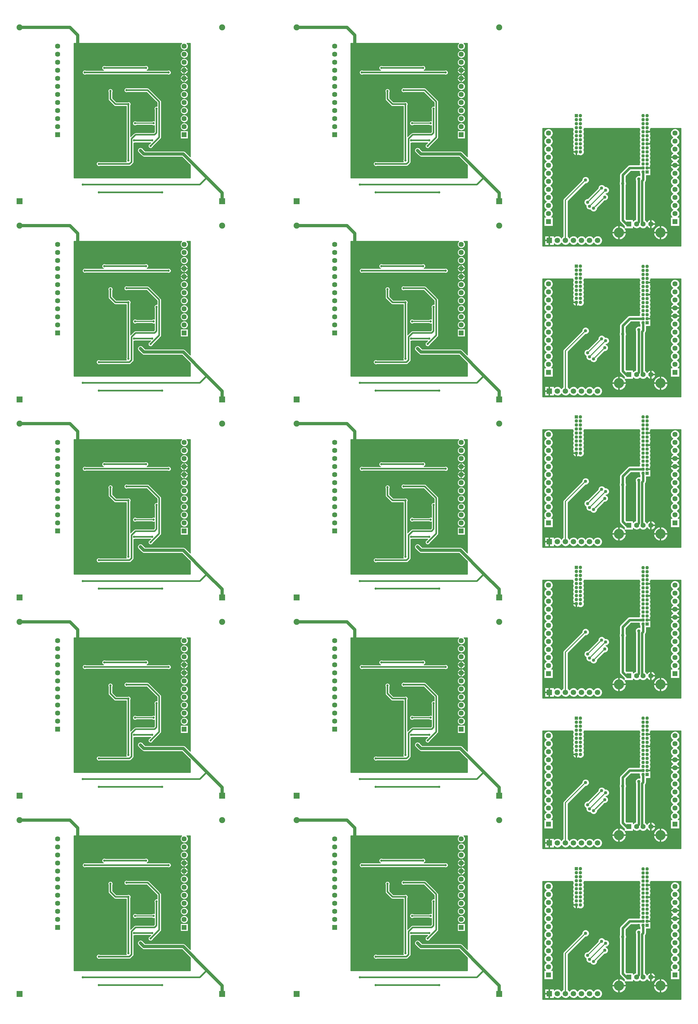
<source format=gbr>
G75*
G70*
%OFA0B0*%
%FSLAX25Y25*%
%IPPOS*%
%LPD*%
%AMOC8*
5,1,8,0,0,1.08239X$1,22.5*
%
%ADD15C,0.04330*%
%ADD17C,0.02760*%
%ADD18C,0.00980*%
%ADD21C,0.01180*%
%ADD25C,0.06300*%
%ADD27R,0.06300X0.06300*%
%ADD35C,0.01970*%
%ADD37C,0.07480*%
%ADD38R,0.07480X0.07480*%
%ADD39R,0.03940X0.03940*%
%ADD42C,0.03940*%
%ADD51R,0.06380X0.06380*%
%ADD53C,0.12600*%
%ADD57R,0.06690X0.06690*%
%ADD65C,0.06380*%
%ADD71C,0.04000*%
%ADD74C,0.02950*%
%ADD77C,0.06690*%
X0000000Y0000000D02*
G75*
G01*
%LPD*%
X0041340Y0226890D02*
D42*
X0103860Y0226890D01*
X0113570Y0217180D01*
X0113570Y0196550D01*
X0204210Y0079670D02*
D35*
X0214830Y0090300D01*
X0214830Y0134670D01*
X0200460Y0149040D01*
X0174200Y0149040D01*
X0139770Y0057220D02*
X0178010Y0057220D01*
X0180450Y0059660D01*
X0180450Y0088420D01*
X0185450Y0093410D01*
X0209200Y0093410D01*
X0211700Y0095920D01*
X0211700Y0125920D01*
X0139770Y0021930D02*
X0218510Y0021930D01*
X0206200Y0086420D02*
X0183580Y0086420D01*
X0293310Y0010900D02*
D42*
X0293310Y0021190D01*
X0274370Y0040130D01*
X0244840Y0069660D01*
X0196080Y0069660D01*
X0191700Y0074040D01*
X0120080Y0031490D02*
D35*
X0265740Y0031490D01*
X0274370Y0040130D01*
X0176700Y0131540D02*
X0160450Y0131540D01*
X0154200Y0137790D01*
X0154200Y0147850D01*
X0176700Y0131540D02*
X0176700Y0061540D01*
X0198580Y0176550D02*
X0146640Y0176550D01*
X0184830Y0107790D02*
D21*
X0207950Y0107790D01*
X0226710Y0170920D02*
D35*
X0122320Y0170920D01*
D17*
X0204210Y0079670D03*
X0174200Y0149040D03*
D03*
X0139770Y0057220D03*
X0211700Y0125920D03*
X0218510Y0021930D03*
X0139770Y0021930D03*
X0206200Y0086420D03*
X0183580Y0086420D03*
D71*
X0191700Y0074040D03*
D17*
X0120080Y0031490D03*
X0176700Y0131540D03*
X0154200Y0147850D03*
X0176700Y0061540D03*
X0176700Y0131540D03*
X0198580Y0176550D03*
X0146640Y0176550D03*
X0184830Y0107790D03*
X0207950Y0107790D03*
X0226710Y0170920D03*
X0122320Y0170920D03*
D71*
X0173580Y0141540D03*
X0196700Y0156540D03*
X0139830Y0164040D03*
X0164830Y0201540D03*
X0174830Y0201540D03*
X0222330Y0135290D03*
X0222330Y0127790D03*
X0222330Y0120290D03*
X0188580Y0156540D03*
D17*
X0197330Y0125290D03*
X0197330Y0120920D03*
X0197330Y0116540D03*
X0172950Y0125290D03*
X0172950Y0120920D03*
X0172950Y0116540D03*
D71*
X0160450Y0074040D03*
X0160450Y0066540D03*
X0154200Y0092790D03*
X0217330Y0056540D03*
X0154200Y0104670D03*
X0229830Y0056540D03*
X0227960Y0127790D03*
X0204200Y0115290D03*
X0204200Y0099670D03*
X0185040Y0045270D03*
X0197540Y0045270D03*
X0144980Y0045270D03*
X0157480Y0045270D03*
X0217330Y0078190D03*
X0229830Y0078190D03*
X0108860Y0206330D02*
D18*
X0241930Y0206330D01*
X0250200Y0206330D02*
X0253350Y0206330D01*
X0108860Y0205360D02*
X0241420Y0205360D01*
X0250710Y0205360D02*
X0253350Y0205360D01*
X0108860Y0204390D02*
X0241150Y0204390D01*
X0250990Y0204390D02*
X0253350Y0204390D01*
X0108860Y0203420D02*
X0241070Y0203420D01*
X0251060Y0203420D02*
X0253350Y0203420D01*
X0108860Y0202450D02*
X0241190Y0202450D01*
X0250940Y0202450D02*
X0253350Y0202450D01*
X0108860Y0201470D02*
X0241530Y0201470D01*
X0250600Y0201470D02*
X0253350Y0201470D01*
X0108860Y0200500D02*
X0242120Y0200500D01*
X0250020Y0200500D02*
X0253350Y0200500D01*
X0108860Y0199530D02*
X0243150Y0199530D01*
X0248990Y0199530D02*
X0253350Y0199530D01*
X0108860Y0198560D02*
X0253350Y0198560D01*
X0108860Y0197590D02*
X0243210Y0197590D01*
X0248930Y0197590D02*
X0253350Y0197590D01*
X0108860Y0196620D02*
X0242160Y0196620D01*
X0249970Y0196620D02*
X0253350Y0196620D01*
X0108860Y0195650D02*
X0241550Y0195650D01*
X0250590Y0195650D02*
X0253350Y0195650D01*
X0108860Y0194680D02*
X0241210Y0194680D01*
X0250930Y0194680D02*
X0253350Y0194680D01*
X0108860Y0193710D02*
X0241070Y0193710D01*
X0251060Y0193710D02*
X0253350Y0193710D01*
X0108860Y0192730D02*
X0241130Y0192730D01*
X0251000Y0192730D02*
X0253350Y0192730D01*
X0108860Y0191760D02*
X0241410Y0191760D01*
X0250730Y0191760D02*
X0253350Y0191760D01*
X0108860Y0190790D02*
X0241920Y0190790D01*
X0250220Y0190790D02*
X0253350Y0190790D01*
X0108860Y0189820D02*
X0242780Y0189820D01*
X0249360Y0189820D02*
X0253350Y0189820D01*
X0108860Y0188850D02*
X0244560Y0188850D01*
X0247570Y0188850D02*
X0253350Y0188850D01*
X0108860Y0187880D02*
X0243680Y0187880D01*
X0248450Y0187880D02*
X0253350Y0187880D01*
X0108860Y0186910D02*
X0242410Y0186910D01*
X0249730Y0186910D02*
X0253350Y0186910D01*
X0108860Y0185940D02*
X0241700Y0185940D01*
X0250430Y0185940D02*
X0253350Y0185940D01*
X0108860Y0184970D02*
X0241290Y0184970D01*
X0250850Y0184970D02*
X0253350Y0184970D01*
X0108860Y0183990D02*
X0241090Y0183990D01*
X0251050Y0183990D02*
X0253350Y0183990D01*
X0108860Y0183020D02*
X0241100Y0183020D01*
X0251030Y0183020D02*
X0253350Y0183020D01*
X0108860Y0182050D02*
X0241300Y0182050D01*
X0250830Y0182050D02*
X0253350Y0182050D01*
X0108860Y0181080D02*
X0241730Y0181080D01*
X0250400Y0181080D02*
X0253350Y0181080D01*
X0108860Y0180110D02*
X0242470Y0180110D01*
X0249660Y0180110D02*
X0253350Y0180110D01*
X0108860Y0179140D02*
X0144860Y0179140D01*
X0200360Y0179140D02*
X0243820Y0179140D01*
X0248310Y0179140D02*
X0253350Y0179140D01*
X0108860Y0178170D02*
X0143910Y0178170D01*
X0201310Y0178170D02*
X0244350Y0178170D01*
X0247790Y0178170D02*
X0253350Y0178170D01*
X0108860Y0177200D02*
X0143520Y0177200D01*
X0201700Y0177200D02*
X0242700Y0177200D01*
X0249430Y0177200D02*
X0253350Y0177200D01*
X0108860Y0176230D02*
X0143480Y0176230D01*
X0201740Y0176230D02*
X0241870Y0176230D01*
X0250260Y0176230D02*
X0253350Y0176230D01*
X0108860Y0175250D02*
X0143740Y0175250D01*
X0201480Y0175250D02*
X0241380Y0175250D01*
X0250760Y0175250D02*
X0253350Y0175250D01*
X0108860Y0174280D02*
X0144440Y0174280D01*
X0200770Y0174280D02*
X0241130Y0174280D01*
X0251000Y0174280D02*
X0253350Y0174280D01*
X0108860Y0173310D02*
X0120270Y0173310D01*
X0228760Y0173310D02*
X0241070Y0173310D01*
X0251060Y0173310D02*
X0253350Y0173310D01*
X0108860Y0172340D02*
X0119480Y0172340D01*
X0229550Y0172340D02*
X0241220Y0172340D01*
X0250910Y0172340D02*
X0253350Y0172340D01*
X0108860Y0171370D02*
X0119160Y0171370D01*
X0229860Y0171370D02*
X0241580Y0171370D01*
X0250560Y0171370D02*
X0253350Y0171370D01*
X0108860Y0170400D02*
X0119180Y0170400D01*
X0229860Y0170400D02*
X0242210Y0170400D01*
X0249930Y0170400D02*
X0253350Y0170400D01*
X0108860Y0169430D02*
X0119520Y0169430D01*
X0229500Y0169430D02*
X0243300Y0169430D01*
X0248830Y0169430D02*
X0253350Y0169430D01*
X0108860Y0168460D02*
X0120360Y0168460D01*
X0228670Y0168460D02*
X0253350Y0168460D01*
X0108860Y0167490D02*
X0243050Y0167490D01*
X0249080Y0167490D02*
X0253350Y0167490D01*
X0108860Y0166510D02*
X0242070Y0166510D01*
X0250060Y0166510D02*
X0253350Y0166510D01*
X0108860Y0165540D02*
X0241500Y0165540D01*
X0250630Y0165540D02*
X0253350Y0165540D01*
X0108860Y0164570D02*
X0241180Y0164570D01*
X0250960Y0164570D02*
X0253350Y0164570D01*
X0108860Y0163600D02*
X0241070Y0163600D01*
X0251060Y0163600D02*
X0253350Y0163600D01*
X0108860Y0162630D02*
X0241150Y0162630D01*
X0250990Y0162630D02*
X0253350Y0162630D01*
X0108860Y0161660D02*
X0241440Y0161660D01*
X0250690Y0161660D02*
X0253350Y0161660D01*
X0108860Y0160690D02*
X0241990Y0160690D01*
X0250140Y0160690D02*
X0253350Y0160690D01*
X0108860Y0159720D02*
X0242900Y0159720D01*
X0249230Y0159720D02*
X0253350Y0159720D01*
X0108860Y0158750D02*
X0244960Y0158750D01*
X0247170Y0158750D02*
X0253350Y0158750D01*
X0108860Y0157770D02*
X0243500Y0157770D01*
X0248630Y0157770D02*
X0253350Y0157770D01*
X0108860Y0156800D02*
X0242320Y0156800D01*
X0249820Y0156800D02*
X0253350Y0156800D01*
X0108860Y0155830D02*
X0241640Y0155830D01*
X0250490Y0155830D02*
X0253350Y0155830D01*
X0108860Y0154860D02*
X0241260Y0154860D01*
X0250880Y0154860D02*
X0253350Y0154860D01*
X0108860Y0153890D02*
X0241090Y0153890D01*
X0251050Y0153890D02*
X0253350Y0153890D01*
X0108860Y0152920D02*
X0241100Y0152920D01*
X0251030Y0152920D02*
X0253350Y0152920D01*
X0108860Y0151950D02*
X0173050Y0151950D01*
X0175350Y0151950D02*
X0241330Y0151950D01*
X0250800Y0151950D02*
X0253350Y0151950D01*
X0108860Y0150980D02*
X0171700Y0150980D01*
X0202440Y0150980D02*
X0241790Y0150980D01*
X0250340Y0150980D02*
X0253350Y0150980D01*
X0108860Y0150010D02*
X0151890Y0150010D01*
X0156510Y0150010D02*
X0171170Y0150010D01*
X0203400Y0150010D02*
X0242580Y0150010D01*
X0249560Y0150010D02*
X0253350Y0150010D01*
X0108860Y0149030D02*
X0151240Y0149030D01*
X0157160Y0149030D02*
X0171020Y0149030D01*
X0204370Y0149030D02*
X0244050Y0149030D01*
X0248080Y0149030D02*
X0253350Y0149030D01*
X0108860Y0148060D02*
X0151030Y0148060D01*
X0157380Y0148060D02*
X0171170Y0148060D01*
X0205340Y0148060D02*
X0244080Y0148060D01*
X0248050Y0148060D02*
X0253350Y0148060D01*
X0108860Y0147090D02*
X0151100Y0147090D01*
X0157300Y0147090D02*
X0171710Y0147090D01*
X0206310Y0147090D02*
X0242590Y0147090D01*
X0249540Y0147090D02*
X0253350Y0147090D01*
X0108860Y0146120D02*
X0151410Y0146120D01*
X0156990Y0146120D02*
X0173110Y0146120D01*
X0175290Y0146120D02*
X0199470Y0146120D01*
X0207300Y0146120D02*
X0241810Y0146120D01*
X0250330Y0146120D02*
X0253350Y0146120D01*
X0108860Y0145150D02*
X0151410Y0145150D01*
X0156990Y0145150D02*
X0200440Y0145150D01*
X0208260Y0145150D02*
X0241350Y0145150D01*
X0250790Y0145150D02*
X0253350Y0145150D01*
X0108860Y0144180D02*
X0151410Y0144180D01*
X0156990Y0144180D02*
X0201410Y0144180D01*
X0209230Y0144180D02*
X0241120Y0144180D01*
X0251020Y0144180D02*
X0253350Y0144180D01*
X0108860Y0143210D02*
X0151410Y0143210D01*
X0156990Y0143210D02*
X0202380Y0143210D01*
X0210200Y0143210D02*
X0241090Y0143210D01*
X0251050Y0143210D02*
X0253350Y0143210D01*
X0108860Y0142240D02*
X0151410Y0142240D01*
X0156990Y0142240D02*
X0203350Y0142240D01*
X0211170Y0142240D02*
X0241240Y0142240D01*
X0250890Y0142240D02*
X0253350Y0142240D01*
X0108860Y0141260D02*
X0151410Y0141260D01*
X0156990Y0141260D02*
X0204330Y0141260D01*
X0212140Y0141260D02*
X0241620Y0141260D01*
X0250510Y0141260D02*
X0253350Y0141260D01*
X0108860Y0140290D02*
X0151410Y0140290D01*
X0156990Y0140290D02*
X0205300Y0140290D01*
X0213120Y0140290D02*
X0242300Y0140290D01*
X0249830Y0140290D02*
X0253350Y0140290D01*
X0108860Y0139320D02*
X0151410Y0139320D01*
X0156990Y0139320D02*
X0206270Y0139320D01*
X0214090Y0139320D02*
X0243470Y0139320D01*
X0248660Y0139320D02*
X0253350Y0139320D01*
X0108860Y0138350D02*
X0151410Y0138350D01*
X0157560Y0138350D02*
X0207240Y0138350D01*
X0215060Y0138350D02*
X0245040Y0138350D01*
X0247100Y0138350D02*
X0253350Y0138350D01*
X0108860Y0137380D02*
X0151440Y0137380D01*
X0158530Y0137380D02*
X0208210Y0137380D01*
X0216030Y0137380D02*
X0242920Y0137380D01*
X0249220Y0137380D02*
X0253350Y0137380D01*
X0108860Y0136410D02*
X0151800Y0136410D01*
X0159500Y0136410D02*
X0209170Y0136410D01*
X0216980Y0136410D02*
X0241990Y0136410D01*
X0250140Y0136410D02*
X0253350Y0136410D01*
X0108860Y0135440D02*
X0152640Y0135440D01*
X0160470Y0135440D02*
X0210140Y0135440D01*
X0217510Y0135440D02*
X0241450Y0135440D01*
X0250680Y0135440D02*
X0253350Y0135440D01*
X0108860Y0134470D02*
X0153610Y0134470D01*
X0161440Y0134470D02*
X0175600Y0134470D01*
X0177800Y0134470D02*
X0211130Y0134470D01*
X0217630Y0134470D02*
X0241160Y0134470D01*
X0250970Y0134470D02*
X0253350Y0134470D01*
X0108860Y0133500D02*
X0154590Y0133500D01*
X0179200Y0133500D02*
X0212040Y0133500D01*
X0217630Y0133500D02*
X0241070Y0133500D01*
X0251060Y0133500D02*
X0253350Y0133500D01*
X0108860Y0132520D02*
X0155560Y0132520D01*
X0179740Y0132520D02*
X0212040Y0132520D01*
X0217630Y0132520D02*
X0241180Y0132520D01*
X0250960Y0132520D02*
X0253350Y0132520D01*
X0108860Y0131550D02*
X0156530Y0131550D01*
X0179890Y0131550D02*
X0212040Y0131550D01*
X0217630Y0131550D02*
X0241490Y0131550D01*
X0250650Y0131550D02*
X0253350Y0131550D01*
X0108860Y0130580D02*
X0157500Y0130580D01*
X0179740Y0130580D02*
X0212040Y0130580D01*
X0217630Y0130580D02*
X0242070Y0130580D01*
X0250060Y0130580D02*
X0253350Y0130580D01*
X0108860Y0129610D02*
X0158470Y0129610D01*
X0179490Y0129610D02*
X0212040Y0129610D01*
X0217630Y0129610D02*
X0243040Y0129610D01*
X0249100Y0129610D02*
X0253350Y0129610D01*
X0108860Y0128640D02*
X0173910Y0128640D01*
X0179490Y0128640D02*
X0210140Y0128640D01*
X0217630Y0128640D02*
X0253350Y0128640D01*
X0108860Y0127670D02*
X0173910Y0127670D01*
X0179490Y0127670D02*
X0209050Y0127670D01*
X0217630Y0127670D02*
X0243330Y0127670D01*
X0248800Y0127670D02*
X0253350Y0127670D01*
X0108860Y0126700D02*
X0173910Y0126700D01*
X0179490Y0126700D02*
X0208620Y0126700D01*
X0217630Y0126700D02*
X0242220Y0126700D01*
X0249910Y0126700D02*
X0253350Y0126700D01*
X0108860Y0125730D02*
X0173910Y0125730D01*
X0179490Y0125730D02*
X0208510Y0125730D01*
X0217630Y0125730D02*
X0241580Y0125730D01*
X0250560Y0125730D02*
X0253350Y0125730D01*
X0108860Y0124760D02*
X0173910Y0124760D01*
X0179490Y0124760D02*
X0181180Y0124760D01*
X0184870Y0124760D02*
X0187090Y0124760D01*
X0190780Y0124760D02*
X0208740Y0124760D01*
X0217630Y0124760D02*
X0241220Y0124760D01*
X0250910Y0124760D02*
X0253350Y0124760D01*
X0108860Y0123780D02*
X0173910Y0123780D01*
X0179490Y0123780D02*
X0180460Y0123780D01*
X0185600Y0123780D02*
X0186370Y0123780D01*
X0191500Y0123780D02*
X0208910Y0123780D01*
X0217630Y0123780D02*
X0241070Y0123780D01*
X0251060Y0123780D02*
X0253350Y0123780D01*
X0108860Y0122810D02*
X0173910Y0122810D01*
X0179490Y0122810D02*
X0180250Y0122810D01*
X0191730Y0122810D02*
X0208910Y0122810D01*
X0217630Y0122810D02*
X0241120Y0122810D01*
X0251020Y0122810D02*
X0253350Y0122810D01*
X0108860Y0121840D02*
X0173910Y0121840D01*
X0179490Y0121840D02*
X0180390Y0121840D01*
X0191590Y0121840D02*
X0208910Y0121840D01*
X0217630Y0121840D02*
X0241380Y0121840D01*
X0250760Y0121840D02*
X0253350Y0121840D01*
X0108860Y0120870D02*
X0173910Y0120870D01*
X0179490Y0120870D02*
X0180950Y0120870D01*
X0191010Y0120870D02*
X0208910Y0120870D01*
X0217630Y0120870D02*
X0241850Y0120870D01*
X0250280Y0120870D02*
X0253350Y0120870D01*
X0108860Y0119900D02*
X0173910Y0119900D01*
X0179490Y0119900D02*
X0180490Y0119900D01*
X0191490Y0119900D02*
X0208910Y0119900D01*
X0217630Y0119900D02*
X0242690Y0119900D01*
X0249450Y0119900D02*
X0253350Y0119900D01*
X0108860Y0118930D02*
X0173910Y0118930D01*
X0179490Y0118930D02*
X0180250Y0118930D01*
X0191730Y0118930D02*
X0208910Y0118930D01*
X0217630Y0118930D02*
X0244320Y0118930D01*
X0247820Y0118930D02*
X0253350Y0118930D01*
X0108860Y0117960D02*
X0173910Y0117960D01*
X0179490Y0117960D02*
X0180370Y0117960D01*
X0185700Y0117960D02*
X0186260Y0117960D01*
X0191610Y0117960D02*
X0208910Y0117960D01*
X0217630Y0117960D02*
X0243840Y0117960D01*
X0248300Y0117960D02*
X0253350Y0117960D01*
X0108860Y0116990D02*
X0173910Y0116990D01*
X0179490Y0116990D02*
X0180910Y0116990D01*
X0185150Y0116990D02*
X0186810Y0116990D01*
X0191060Y0116990D02*
X0208910Y0116990D01*
X0217630Y0116990D02*
X0242490Y0116990D01*
X0249650Y0116990D02*
X0253350Y0116990D01*
X0108860Y0116020D02*
X0173910Y0116020D01*
X0179490Y0116020D02*
X0208910Y0116020D01*
X0217630Y0116020D02*
X0241730Y0116020D01*
X0250400Y0116020D02*
X0253350Y0116020D01*
X0108860Y0115040D02*
X0173910Y0115040D01*
X0179490Y0115040D02*
X0208910Y0115040D01*
X0217630Y0115040D02*
X0241300Y0115040D01*
X0250830Y0115040D02*
X0253350Y0115040D01*
X0108860Y0114070D02*
X0173910Y0114070D01*
X0179490Y0114070D02*
X0208910Y0114070D01*
X0217630Y0114070D02*
X0241100Y0114070D01*
X0251030Y0114070D02*
X0253350Y0114070D01*
X0108860Y0113100D02*
X0173910Y0113100D01*
X0179490Y0113100D02*
X0208910Y0113100D01*
X0217630Y0113100D02*
X0241090Y0113100D01*
X0251050Y0113100D02*
X0253350Y0113100D01*
X0108860Y0112130D02*
X0173910Y0112130D01*
X0179490Y0112130D02*
X0208910Y0112130D01*
X0217630Y0112130D02*
X0241270Y0112130D01*
X0250860Y0112130D02*
X0253350Y0112130D01*
X0108860Y0111160D02*
X0173910Y0111160D01*
X0179490Y0111160D02*
X0208910Y0111160D01*
X0217630Y0111160D02*
X0241690Y0111160D01*
X0250450Y0111160D02*
X0253350Y0111160D01*
X0108860Y0110190D02*
X0173910Y0110190D01*
X0179490Y0110190D02*
X0182780Y0110190D01*
X0186890Y0110190D02*
X0205900Y0110190D01*
X0217630Y0110190D02*
X0242390Y0110190D01*
X0249740Y0110190D02*
X0253350Y0110190D01*
X0108860Y0109220D02*
X0173910Y0109220D01*
X0179490Y0109220D02*
X0181980Y0109220D01*
X0217630Y0109220D02*
X0243670Y0109220D01*
X0248460Y0109220D02*
X0253350Y0109220D01*
X0108860Y0108250D02*
X0173910Y0108250D01*
X0179490Y0108250D02*
X0181680Y0108250D01*
X0217630Y0108250D02*
X0244590Y0108250D01*
X0247540Y0108250D02*
X0253350Y0108250D01*
X0108860Y0107280D02*
X0173910Y0107280D01*
X0179490Y0107280D02*
X0181690Y0107280D01*
X0217630Y0107280D02*
X0242790Y0107280D01*
X0249340Y0107280D02*
X0253350Y0107280D01*
X0108860Y0106300D02*
X0173910Y0106300D01*
X0179490Y0106300D02*
X0182030Y0106300D01*
X0217630Y0106300D02*
X0241920Y0106300D01*
X0250220Y0106300D02*
X0253350Y0106300D01*
X0108860Y0105330D02*
X0173910Y0105330D01*
X0179490Y0105330D02*
X0182860Y0105330D01*
X0186800Y0105330D02*
X0205990Y0105330D01*
X0217630Y0105330D02*
X0241410Y0105330D01*
X0250730Y0105330D02*
X0253350Y0105330D01*
X0108860Y0104360D02*
X0173910Y0104360D01*
X0179490Y0104360D02*
X0208910Y0104360D01*
X0217630Y0104360D02*
X0241130Y0104360D01*
X0251000Y0104360D02*
X0253350Y0104360D01*
X0108860Y0103390D02*
X0173910Y0103390D01*
X0179490Y0103390D02*
X0208910Y0103390D01*
X0217630Y0103390D02*
X0241070Y0103390D01*
X0251060Y0103390D02*
X0253350Y0103390D01*
X0108860Y0102420D02*
X0173910Y0102420D01*
X0179490Y0102420D02*
X0208910Y0102420D01*
X0217630Y0102420D02*
X0241190Y0102420D01*
X0250940Y0102420D02*
X0253350Y0102420D01*
X0108860Y0101450D02*
X0173910Y0101450D01*
X0179490Y0101450D02*
X0208910Y0101450D01*
X0217630Y0101450D02*
X0241530Y0101450D01*
X0250600Y0101450D02*
X0253350Y0101450D01*
X0108860Y0100480D02*
X0173910Y0100480D01*
X0179490Y0100480D02*
X0208910Y0100480D01*
X0217630Y0100480D02*
X0242150Y0100480D01*
X0249990Y0100480D02*
X0253350Y0100480D01*
X0108860Y0099510D02*
X0173910Y0099510D01*
X0179490Y0099510D02*
X0208910Y0099510D01*
X0217630Y0099510D02*
X0243190Y0099510D01*
X0248940Y0099510D02*
X0253350Y0099510D01*
X0108860Y0098540D02*
X0173910Y0098540D01*
X0179490Y0098540D02*
X0208910Y0098540D01*
X0217630Y0098540D02*
X0253350Y0098540D01*
X0108860Y0097560D02*
X0173910Y0097560D01*
X0179490Y0097560D02*
X0208910Y0097560D01*
X0217630Y0097560D02*
X0241070Y0097560D01*
X0251060Y0097560D02*
X0253350Y0097560D01*
X0108860Y0096590D02*
X0173910Y0096590D01*
X0179490Y0096590D02*
X0208470Y0096590D01*
X0217630Y0096590D02*
X0241070Y0096590D01*
X0251060Y0096590D02*
X0253350Y0096590D01*
X0108860Y0095620D02*
X0173910Y0095620D01*
X0179490Y0095620D02*
X0183800Y0095620D01*
X0217630Y0095620D02*
X0241070Y0095620D01*
X0251060Y0095620D02*
X0253350Y0095620D01*
X0108860Y0094650D02*
X0173910Y0094650D01*
X0179490Y0094650D02*
X0182770Y0094650D01*
X0217630Y0094650D02*
X0241070Y0094650D01*
X0251060Y0094650D02*
X0253350Y0094650D01*
X0108860Y0093680D02*
X0173910Y0093680D01*
X0179490Y0093680D02*
X0181800Y0093680D01*
X0217630Y0093680D02*
X0241070Y0093680D01*
X0251060Y0093680D02*
X0253350Y0093680D01*
X0108860Y0092710D02*
X0173910Y0092710D01*
X0179490Y0092710D02*
X0180830Y0092710D01*
X0217630Y0092710D02*
X0241070Y0092710D01*
X0251060Y0092710D02*
X0253350Y0092710D01*
X0108860Y0091740D02*
X0173910Y0091740D01*
X0217630Y0091740D02*
X0241070Y0091740D01*
X0251060Y0091740D02*
X0253350Y0091740D01*
X0108860Y0090770D02*
X0173910Y0090770D01*
X0217630Y0090770D02*
X0241070Y0090770D01*
X0251060Y0090770D02*
X0253350Y0090770D01*
X0108860Y0089800D02*
X0173910Y0089800D01*
X0217580Y0089800D02*
X0241070Y0089800D01*
X0251060Y0089800D02*
X0253350Y0089800D01*
X0108860Y0088820D02*
X0173910Y0088820D01*
X0217180Y0088820D02*
X0241070Y0088820D01*
X0251060Y0088820D02*
X0253350Y0088820D01*
X0108860Y0087850D02*
X0173910Y0087850D01*
X0216290Y0087850D02*
X0253350Y0087850D01*
X0108860Y0086880D02*
X0173910Y0086880D01*
X0215320Y0086880D02*
X0253350Y0086880D01*
X0108860Y0085910D02*
X0173910Y0085910D01*
X0214350Y0085910D02*
X0253350Y0085910D01*
X0108860Y0084940D02*
X0173910Y0084940D01*
X0213390Y0084940D02*
X0253350Y0084940D01*
X0108860Y0083970D02*
X0173910Y0083970D01*
X0212420Y0083970D02*
X0253350Y0083970D01*
X0108860Y0083000D02*
X0173910Y0083000D01*
X0183240Y0083000D02*
X0203620Y0083000D01*
X0211450Y0083000D02*
X0253350Y0083000D01*
X0108860Y0082030D02*
X0173910Y0082030D01*
X0183240Y0082030D02*
X0202100Y0082030D01*
X0210460Y0082030D02*
X0253350Y0082030D01*
X0108860Y0081050D02*
X0173910Y0081050D01*
X0183240Y0081050D02*
X0201350Y0081050D01*
X0209490Y0081050D02*
X0253350Y0081050D01*
X0108860Y0080080D02*
X0173910Y0080080D01*
X0183240Y0080080D02*
X0201040Y0080080D01*
X0208530Y0080080D02*
X0253350Y0080080D01*
X0108860Y0079110D02*
X0173910Y0079110D01*
X0183240Y0079110D02*
X0201070Y0079110D01*
X0207560Y0079110D02*
X0253350Y0079110D01*
X0108860Y0078140D02*
X0173910Y0078140D01*
X0183240Y0078140D02*
X0201420Y0078140D01*
X0206990Y0078140D02*
X0253350Y0078140D01*
X0108860Y0077170D02*
X0173910Y0077170D01*
X0183240Y0077170D02*
X0189610Y0077170D01*
X0193790Y0077170D02*
X0202300Y0077170D01*
X0206110Y0077170D02*
X0253350Y0077170D01*
X0108860Y0076200D02*
X0173910Y0076200D01*
X0183240Y0076200D02*
X0188580Y0076200D01*
X0194840Y0076200D02*
X0253350Y0076200D01*
X0108860Y0075230D02*
X0173910Y0075230D01*
X0183240Y0075230D02*
X0188090Y0075230D01*
X0195820Y0075230D02*
X0253350Y0075230D01*
X0108860Y0074260D02*
X0173910Y0074260D01*
X0183240Y0074260D02*
X0187910Y0074260D01*
X0196790Y0074260D02*
X0253350Y0074260D01*
X0108860Y0073290D02*
X0173910Y0073290D01*
X0183240Y0073290D02*
X0187970Y0073290D01*
X0245570Y0073290D02*
X0253350Y0073290D01*
X0108860Y0072310D02*
X0173910Y0072310D01*
X0183240Y0072310D02*
X0188320Y0072310D01*
X0247480Y0072310D02*
X0253350Y0072310D01*
X0108860Y0071340D02*
X0173910Y0071340D01*
X0183240Y0071340D02*
X0189060Y0071340D01*
X0248450Y0071340D02*
X0253350Y0071340D01*
X0108860Y0070370D02*
X0173910Y0070370D01*
X0183240Y0070370D02*
X0190070Y0070370D01*
X0249430Y0070370D02*
X0253350Y0070370D01*
X0108860Y0069400D02*
X0173910Y0069400D01*
X0183240Y0069400D02*
X0191040Y0069400D01*
X0250400Y0069400D02*
X0253350Y0069400D01*
X0108860Y0068430D02*
X0173910Y0068430D01*
X0183240Y0068430D02*
X0192010Y0068430D01*
X0251370Y0068430D02*
X0253350Y0068430D01*
X0108860Y0067460D02*
X0173910Y0067460D01*
X0183240Y0067460D02*
X0192980Y0067460D01*
X0252340Y0067460D02*
X0253350Y0067460D01*
X0108860Y0066490D02*
X0173910Y0066490D01*
X0183240Y0066490D02*
X0194120Y0066490D01*
X0108860Y0065520D02*
X0173910Y0065520D01*
X0183240Y0065520D02*
X0243680Y0065520D01*
X0108860Y0064550D02*
X0173910Y0064550D01*
X0183240Y0064550D02*
X0244650Y0064550D01*
X0108860Y0063570D02*
X0173910Y0063570D01*
X0183240Y0063570D02*
X0245620Y0063570D01*
X0108860Y0062600D02*
X0173710Y0062600D01*
X0183240Y0062600D02*
X0246590Y0062600D01*
X0108860Y0061630D02*
X0173510Y0061630D01*
X0183240Y0061630D02*
X0247560Y0061630D01*
X0108860Y0060660D02*
X0173650Y0060660D01*
X0183240Y0060660D02*
X0248530Y0060660D01*
X0108860Y0059690D02*
X0137820Y0059690D01*
X0183240Y0059690D02*
X0249500Y0059690D01*
X0108860Y0058720D02*
X0136970Y0058720D01*
X0183070Y0058720D02*
X0250480Y0058720D01*
X0108860Y0057750D02*
X0136630Y0057750D01*
X0182460Y0057750D02*
X0251450Y0057750D01*
X0108860Y0056780D02*
X0136620Y0056780D01*
X0181470Y0056780D02*
X0252420Y0056780D01*
X0108860Y0055810D02*
X0136920Y0055810D01*
X0180510Y0055810D02*
X0253350Y0055810D01*
X0108860Y0054830D02*
X0137710Y0054830D01*
X0179370Y0054830D02*
X0253350Y0054830D01*
X0108860Y0053860D02*
X0253350Y0053860D01*
X0108860Y0052890D02*
X0253350Y0052890D01*
X0108860Y0051920D02*
X0253350Y0051920D01*
X0108860Y0050950D02*
X0253350Y0050950D01*
X0108860Y0049980D02*
X0253350Y0049980D01*
X0108860Y0049010D02*
X0253350Y0049010D01*
X0108860Y0048040D02*
X0253350Y0048040D01*
X0108860Y0047070D02*
X0253350Y0047070D01*
X0108860Y0046090D02*
X0253350Y0046090D01*
X0108860Y0045120D02*
X0253350Y0045120D01*
X0108860Y0044150D02*
X0253350Y0044150D01*
X0108860Y0043180D02*
X0253350Y0043180D01*
X0108860Y0042210D02*
X0253350Y0042210D01*
X0108860Y0041240D02*
X0253350Y0041240D01*
X0108860Y0040270D02*
X0253350Y0040270D01*
X0241660Y0098440D02*
X0250970Y0098440D01*
X0250970Y0088640D01*
X0241170Y0088640D01*
X0241170Y0098440D01*
X0241660Y0098440D01*
X0250940Y0103050D02*
X0250870Y0102560D01*
X0250750Y0102090D01*
X0250580Y0101630D01*
X0250360Y0101180D01*
X0250110Y0100760D01*
X0249810Y0100370D01*
X0249470Y0100010D01*
X0249100Y0099690D01*
X0248700Y0099410D01*
X0248270Y0099160D01*
X0247820Y0098960D01*
X0247350Y0098810D01*
X0246870Y0098710D01*
X0246380Y0098650D01*
X0245890Y0098640D01*
X0245400Y0098690D01*
X0244920Y0098780D01*
X0244450Y0098920D01*
X0243990Y0099100D01*
X0243560Y0099330D01*
X0243150Y0099600D01*
X0242770Y0099920D01*
X0242420Y0100270D01*
X0242110Y0100650D01*
X0241840Y0101060D01*
X0241610Y0101500D01*
X0241430Y0101950D01*
X0241290Y0102420D01*
X0241210Y0102910D01*
X0241170Y0103400D01*
X0241180Y0103890D01*
X0241240Y0104380D01*
X0241350Y0104860D01*
X0241500Y0105330D01*
X0241700Y0105770D01*
X0241950Y0106200D01*
X0242240Y0106600D01*
X0242560Y0106970D01*
X0242920Y0107300D01*
X0243320Y0107600D01*
X0243740Y0107850D01*
X0244180Y0108070D01*
X0244640Y0108230D01*
X0245120Y0108350D01*
X0245610Y0108420D01*
X0246100Y0108440D01*
X0246590Y0108420D01*
X0247080Y0108340D01*
X0247550Y0108210D01*
X0248010Y0108040D01*
X0248450Y0107820D01*
X0248870Y0107560D01*
X0249260Y0107260D01*
X0249620Y0106920D01*
X0249940Y0106550D01*
X0250220Y0106150D01*
X0250460Y0105720D01*
X0250660Y0105270D01*
X0250810Y0104800D01*
X0250910Y0104320D01*
X0250970Y0103540D01*
X0250940Y0103050D01*
X0250940Y0113050D02*
X0250870Y0112560D01*
X0250750Y0112090D01*
X0250580Y0111630D01*
X0250360Y0111180D01*
X0250110Y0110760D01*
X0249810Y0110370D01*
X0249470Y0110010D01*
X0249100Y0109690D01*
X0248700Y0109410D01*
X0248270Y0109160D01*
X0247820Y0108960D01*
X0247350Y0108810D01*
X0246870Y0108710D01*
X0246380Y0108650D01*
X0245890Y0108640D01*
X0245400Y0108690D01*
X0244920Y0108780D01*
X0244450Y0108920D01*
X0243990Y0109100D01*
X0243560Y0109330D01*
X0243150Y0109600D01*
X0242770Y0109920D01*
X0242420Y0110270D01*
X0242110Y0110650D01*
X0241840Y0111060D01*
X0241610Y0111500D01*
X0241430Y0111950D01*
X0241290Y0112420D01*
X0241210Y0112910D01*
X0241170Y0113400D01*
X0241180Y0113890D01*
X0241240Y0114380D01*
X0241350Y0114860D01*
X0241500Y0115330D01*
X0241700Y0115770D01*
X0241950Y0116200D01*
X0242240Y0116600D01*
X0242560Y0116970D01*
X0242920Y0117300D01*
X0243320Y0117600D01*
X0243740Y0117850D01*
X0244180Y0118070D01*
X0244640Y0118230D01*
X0245120Y0118350D01*
X0245610Y0118420D01*
X0246100Y0118440D01*
X0246590Y0118420D01*
X0247080Y0118340D01*
X0247550Y0118210D01*
X0248010Y0118040D01*
X0248450Y0117820D01*
X0248870Y0117560D01*
X0249260Y0117260D01*
X0249620Y0116920D01*
X0249940Y0116550D01*
X0250220Y0116150D01*
X0250460Y0115720D01*
X0250660Y0115270D01*
X0250810Y0114800D01*
X0250910Y0114320D01*
X0250970Y0113540D01*
X0250940Y0113050D01*
X0250940Y0123050D02*
X0250870Y0122560D01*
X0250750Y0122090D01*
X0250580Y0121630D01*
X0250360Y0121180D01*
X0250110Y0120760D01*
X0249810Y0120370D01*
X0249470Y0120010D01*
X0249100Y0119690D01*
X0248700Y0119410D01*
X0248270Y0119160D01*
X0247820Y0118960D01*
X0247350Y0118810D01*
X0246870Y0118710D01*
X0246380Y0118650D01*
X0245890Y0118640D01*
X0245400Y0118690D01*
X0244920Y0118780D01*
X0244450Y0118920D01*
X0243990Y0119100D01*
X0243560Y0119330D01*
X0243150Y0119600D01*
X0242770Y0119920D01*
X0242420Y0120270D01*
X0242110Y0120650D01*
X0241840Y0121060D01*
X0241610Y0121500D01*
X0241430Y0121950D01*
X0241290Y0122420D01*
X0241210Y0122910D01*
X0241170Y0123400D01*
X0241180Y0123890D01*
X0241240Y0124380D01*
X0241350Y0124860D01*
X0241500Y0125330D01*
X0241700Y0125770D01*
X0241950Y0126200D01*
X0242240Y0126600D01*
X0242560Y0126970D01*
X0242920Y0127300D01*
X0243320Y0127600D01*
X0243740Y0127850D01*
X0244180Y0128070D01*
X0244640Y0128230D01*
X0245120Y0128350D01*
X0245610Y0128420D01*
X0246100Y0128440D01*
X0246590Y0128420D01*
X0247080Y0128340D01*
X0247550Y0128210D01*
X0248010Y0128040D01*
X0248450Y0127820D01*
X0248870Y0127560D01*
X0249260Y0127260D01*
X0249620Y0126920D01*
X0249940Y0126550D01*
X0250220Y0126150D01*
X0250460Y0125720D01*
X0250660Y0125270D01*
X0250810Y0124800D01*
X0250910Y0124320D01*
X0250970Y0123540D01*
X0250940Y0123050D01*
X0250940Y0133050D02*
X0250870Y0132560D01*
X0250750Y0132090D01*
X0250580Y0131630D01*
X0250360Y0131180D01*
X0250110Y0130760D01*
X0249810Y0130370D01*
X0249470Y0130010D01*
X0249100Y0129690D01*
X0248700Y0129410D01*
X0248270Y0129160D01*
X0247820Y0128960D01*
X0247350Y0128810D01*
X0246870Y0128710D01*
X0246380Y0128650D01*
X0245890Y0128640D01*
X0245400Y0128690D01*
X0244920Y0128780D01*
X0244450Y0128920D01*
X0243990Y0129100D01*
X0243560Y0129330D01*
X0243150Y0129600D01*
X0242770Y0129920D01*
X0242420Y0130270D01*
X0242110Y0130650D01*
X0241840Y0131060D01*
X0241610Y0131500D01*
X0241430Y0131950D01*
X0241290Y0132420D01*
X0241210Y0132910D01*
X0241170Y0133400D01*
X0241180Y0133890D01*
X0241240Y0134380D01*
X0241350Y0134860D01*
X0241500Y0135330D01*
X0241700Y0135770D01*
X0241950Y0136200D01*
X0242240Y0136600D01*
X0242560Y0136970D01*
X0242920Y0137300D01*
X0243320Y0137600D01*
X0243740Y0137850D01*
X0244180Y0138070D01*
X0244640Y0138230D01*
X0245120Y0138350D01*
X0245610Y0138420D01*
X0246100Y0138440D01*
X0246590Y0138420D01*
X0247080Y0138340D01*
X0247550Y0138210D01*
X0248010Y0138040D01*
X0248450Y0137820D01*
X0248870Y0137560D01*
X0249260Y0137260D01*
X0249620Y0136920D01*
X0249940Y0136550D01*
X0250220Y0136150D01*
X0250460Y0135720D01*
X0250660Y0135270D01*
X0250810Y0134800D01*
X0250910Y0134320D01*
X0250970Y0133540D01*
X0250940Y0133050D01*
X0250940Y0143050D02*
X0250870Y0142560D01*
X0250750Y0142090D01*
X0250580Y0141630D01*
X0250360Y0141180D01*
X0250110Y0140760D01*
X0249810Y0140370D01*
X0249470Y0140010D01*
X0249100Y0139690D01*
X0248700Y0139410D01*
X0248270Y0139160D01*
X0247820Y0138960D01*
X0247350Y0138810D01*
X0246870Y0138710D01*
X0246380Y0138650D01*
X0245890Y0138640D01*
X0245400Y0138690D01*
X0244920Y0138780D01*
X0244450Y0138920D01*
X0243990Y0139100D01*
X0243560Y0139330D01*
X0243150Y0139600D01*
X0242770Y0139920D01*
X0242420Y0140270D01*
X0242110Y0140650D01*
X0241840Y0141060D01*
X0241610Y0141500D01*
X0241430Y0141950D01*
X0241290Y0142420D01*
X0241210Y0142910D01*
X0241170Y0143400D01*
X0241180Y0143890D01*
X0241240Y0144380D01*
X0241350Y0144860D01*
X0241500Y0145330D01*
X0241700Y0145770D01*
X0241950Y0146200D01*
X0242240Y0146600D01*
X0242560Y0146970D01*
X0242920Y0147300D01*
X0243320Y0147600D01*
X0243740Y0147850D01*
X0244180Y0148070D01*
X0244640Y0148230D01*
X0245120Y0148350D01*
X0245610Y0148420D01*
X0246100Y0148440D01*
X0246590Y0148420D01*
X0247080Y0148340D01*
X0247550Y0148210D01*
X0248010Y0148040D01*
X0248450Y0147820D01*
X0248870Y0147560D01*
X0249260Y0147260D01*
X0249620Y0146920D01*
X0249940Y0146550D01*
X0250220Y0146150D01*
X0250460Y0145720D01*
X0250660Y0145270D01*
X0250810Y0144800D01*
X0250910Y0144320D01*
X0250970Y0143540D01*
X0250940Y0143050D01*
X0250940Y0153050D02*
X0250870Y0152560D01*
X0250750Y0152090D01*
X0250580Y0151630D01*
X0250360Y0151180D01*
X0250110Y0150760D01*
X0249810Y0150370D01*
X0249470Y0150010D01*
X0249100Y0149690D01*
X0248700Y0149410D01*
X0248270Y0149160D01*
X0247820Y0148960D01*
X0247350Y0148810D01*
X0246870Y0148710D01*
X0246380Y0148650D01*
X0245890Y0148640D01*
X0245400Y0148690D01*
X0244920Y0148780D01*
X0244450Y0148920D01*
X0243990Y0149100D01*
X0243560Y0149330D01*
X0243150Y0149600D01*
X0242770Y0149920D01*
X0242420Y0150270D01*
X0242110Y0150650D01*
X0241840Y0151060D01*
X0241610Y0151500D01*
X0241430Y0151950D01*
X0241290Y0152420D01*
X0241210Y0152910D01*
X0241170Y0153400D01*
X0241180Y0153890D01*
X0241240Y0154380D01*
X0241350Y0154860D01*
X0241500Y0155330D01*
X0241700Y0155770D01*
X0241950Y0156200D01*
X0242240Y0156600D01*
X0242560Y0156970D01*
X0242920Y0157300D01*
X0243320Y0157600D01*
X0243740Y0157850D01*
X0244180Y0158070D01*
X0244640Y0158230D01*
X0245120Y0158350D01*
X0245610Y0158420D01*
X0246100Y0158440D01*
X0246590Y0158420D01*
X0247080Y0158340D01*
X0247550Y0158210D01*
X0248010Y0158040D01*
X0248450Y0157820D01*
X0248870Y0157560D01*
X0249260Y0157260D01*
X0249620Y0156920D01*
X0249940Y0156550D01*
X0250220Y0156150D01*
X0250460Y0155720D01*
X0250660Y0155270D01*
X0250810Y0154800D01*
X0250910Y0154320D01*
X0250970Y0153540D01*
X0250940Y0153050D01*
X0250970Y0163440D02*
X0250910Y0162760D01*
X0250750Y0162090D01*
X0250500Y0161450D01*
X0250160Y0160850D01*
X0249740Y0160300D01*
X0249250Y0159820D01*
X0248700Y0159410D01*
X0248090Y0159080D01*
X0247450Y0158840D01*
X0246780Y0158690D01*
X0246090Y0158640D01*
X0245400Y0158690D01*
X0244730Y0158830D01*
X0244080Y0159060D01*
X0243470Y0159380D01*
X0242920Y0159790D01*
X0242420Y0160270D01*
X0242000Y0160810D01*
X0241660Y0161410D01*
X0241400Y0162050D01*
X0241240Y0162710D01*
X0241170Y0163400D01*
X0241200Y0164090D01*
X0241320Y0164760D01*
X0241540Y0165420D01*
X0241850Y0166030D01*
X0242240Y0166600D01*
X0242700Y0167110D01*
X0243240Y0167540D01*
X0243820Y0167900D01*
X0244460Y0168170D01*
X0245120Y0168350D01*
X0245800Y0168440D01*
X0246490Y0168420D01*
X0247170Y0168320D01*
X0247830Y0168120D01*
X0248450Y0167820D01*
X0249030Y0167450D01*
X0249550Y0166990D01*
X0250000Y0166470D01*
X0250370Y0165890D01*
X0250660Y0165270D01*
X0250850Y0164610D01*
X0250950Y0163930D01*
X0250970Y0163440D01*
X0250970Y0173440D02*
X0250910Y0172760D01*
X0250750Y0172090D01*
X0250500Y0171450D01*
X0250160Y0170850D01*
X0249740Y0170300D01*
X0249250Y0169820D01*
X0248700Y0169410D01*
X0248090Y0169080D01*
X0247450Y0168840D01*
X0246780Y0168690D01*
X0246090Y0168640D01*
X0245400Y0168690D01*
X0244730Y0168830D01*
X0244080Y0169060D01*
X0243470Y0169380D01*
X0242920Y0169790D01*
X0242420Y0170270D01*
X0242000Y0170810D01*
X0241660Y0171410D01*
X0241400Y0172050D01*
X0241240Y0172710D01*
X0241170Y0173400D01*
X0241200Y0174090D01*
X0241320Y0174760D01*
X0241540Y0175420D01*
X0241850Y0176030D01*
X0242240Y0176600D01*
X0242700Y0177110D01*
X0243240Y0177540D01*
X0243820Y0177900D01*
X0244460Y0178170D01*
X0245120Y0178350D01*
X0245800Y0178440D01*
X0246490Y0178420D01*
X0247170Y0178320D01*
X0247830Y0178120D01*
X0248450Y0177820D01*
X0249030Y0177450D01*
X0249550Y0176990D01*
X0250000Y0176470D01*
X0250370Y0175890D01*
X0250660Y0175270D01*
X0250850Y0174610D01*
X0250950Y0173930D01*
X0250970Y0173440D01*
X0250940Y0183050D02*
X0250870Y0182560D01*
X0250750Y0182090D01*
X0250580Y0181630D01*
X0250360Y0181180D01*
X0250110Y0180760D01*
X0249810Y0180370D01*
X0249470Y0180010D01*
X0249100Y0179690D01*
X0248700Y0179410D01*
X0248270Y0179160D01*
X0247820Y0178960D01*
X0247350Y0178810D01*
X0246870Y0178710D01*
X0246380Y0178650D01*
X0245890Y0178640D01*
X0245400Y0178690D01*
X0244920Y0178780D01*
X0244450Y0178920D01*
X0243990Y0179100D01*
X0243560Y0179330D01*
X0243150Y0179600D01*
X0242770Y0179920D01*
X0242420Y0180270D01*
X0242110Y0180650D01*
X0241840Y0181060D01*
X0241610Y0181500D01*
X0241430Y0181950D01*
X0241290Y0182420D01*
X0241210Y0182910D01*
X0241170Y0183400D01*
X0241180Y0183890D01*
X0241240Y0184380D01*
X0241350Y0184860D01*
X0241500Y0185330D01*
X0241700Y0185770D01*
X0241950Y0186200D01*
X0242240Y0186600D01*
X0242560Y0186970D01*
X0242920Y0187300D01*
X0243320Y0187600D01*
X0243740Y0187850D01*
X0244180Y0188070D01*
X0244640Y0188230D01*
X0245120Y0188350D01*
X0245610Y0188420D01*
X0246100Y0188440D01*
X0246590Y0188420D01*
X0247080Y0188340D01*
X0247550Y0188210D01*
X0248010Y0188040D01*
X0248450Y0187820D01*
X0248870Y0187560D01*
X0249260Y0187260D01*
X0249620Y0186920D01*
X0249940Y0186550D01*
X0250220Y0186150D01*
X0250460Y0185720D01*
X0250660Y0185270D01*
X0250810Y0184800D01*
X0250910Y0184320D01*
X0250970Y0183540D01*
X0250940Y0183050D01*
X0250940Y0193050D02*
X0250870Y0192560D01*
X0250750Y0192090D01*
X0250580Y0191630D01*
X0250360Y0191180D01*
X0250110Y0190760D01*
X0249810Y0190370D01*
X0249470Y0190010D01*
X0249100Y0189690D01*
X0248700Y0189410D01*
X0248270Y0189160D01*
X0247820Y0188960D01*
X0247350Y0188810D01*
X0246870Y0188710D01*
X0246380Y0188650D01*
X0245890Y0188640D01*
X0245400Y0188690D01*
X0244920Y0188780D01*
X0244450Y0188920D01*
X0243990Y0189100D01*
X0243560Y0189330D01*
X0243150Y0189600D01*
X0242770Y0189920D01*
X0242420Y0190270D01*
X0242110Y0190650D01*
X0241840Y0191060D01*
X0241610Y0191500D01*
X0241430Y0191950D01*
X0241290Y0192420D01*
X0241210Y0192910D01*
X0241170Y0193400D01*
X0241180Y0193890D01*
X0241240Y0194380D01*
X0241350Y0194860D01*
X0241500Y0195330D01*
X0241700Y0195770D01*
X0241950Y0196200D01*
X0242240Y0196600D01*
X0242560Y0196970D01*
X0242920Y0197300D01*
X0243320Y0197600D01*
X0243740Y0197850D01*
X0244180Y0198070D01*
X0244640Y0198230D01*
X0245120Y0198350D01*
X0245610Y0198420D01*
X0246100Y0198440D01*
X0246590Y0198420D01*
X0247080Y0198340D01*
X0247550Y0198210D01*
X0248010Y0198040D01*
X0248450Y0197820D01*
X0248870Y0197560D01*
X0249260Y0197260D01*
X0249620Y0196920D01*
X0249940Y0196550D01*
X0250220Y0196150D01*
X0250460Y0195720D01*
X0250660Y0195270D01*
X0250810Y0194800D01*
X0250910Y0194320D01*
X0250970Y0193540D01*
X0250940Y0193050D01*
X0250940Y0203050D02*
X0250870Y0202560D01*
X0250750Y0202090D01*
X0250580Y0201630D01*
X0250360Y0201180D01*
X0250110Y0200760D01*
X0249810Y0200370D01*
X0249470Y0200010D01*
X0249100Y0199690D01*
X0248700Y0199410D01*
X0248270Y0199160D01*
X0247820Y0198960D01*
X0247350Y0198810D01*
X0246870Y0198710D01*
X0246380Y0198650D01*
X0245890Y0198640D01*
X0245400Y0198690D01*
X0244920Y0198780D01*
X0244450Y0198920D01*
X0243990Y0199100D01*
X0243560Y0199330D01*
X0243150Y0199600D01*
X0242770Y0199920D01*
X0242420Y0200270D01*
X0242110Y0200650D01*
X0241840Y0201060D01*
X0241610Y0201500D01*
X0241430Y0201950D01*
X0241290Y0202420D01*
X0241210Y0202910D01*
X0241170Y0203400D01*
X0241180Y0203890D01*
X0241240Y0204380D01*
X0241350Y0204860D01*
X0241500Y0205330D01*
X0241700Y0205770D01*
X0241950Y0206200D01*
X0242240Y0206600D01*
X0242560Y0206970D01*
X0242940Y0207310D01*
X0236720Y0207300D01*
X0108760Y0207300D01*
X0108760Y0039860D01*
X0253450Y0039860D01*
X0253450Y0055840D01*
X0243310Y0065980D01*
X0196080Y0065980D01*
X0195590Y0066010D01*
X0195110Y0066110D01*
X0194640Y0066270D01*
X0194200Y0066490D01*
X0193800Y0066770D01*
X0193130Y0067410D01*
X0189360Y0071160D01*
X0189000Y0071490D01*
X0188690Y0071870D01*
X0188430Y0072290D01*
X0188230Y0072740D01*
X0188090Y0073210D01*
X0188010Y0073690D01*
X0187990Y0074180D01*
X0188050Y0074670D01*
X0188160Y0075150D01*
X0188340Y0075610D01*
X0188580Y0076040D01*
X0188870Y0076440D01*
X0189210Y0076790D01*
X0189600Y0077090D01*
X0190020Y0077350D01*
X0190470Y0077540D01*
X0190950Y0077670D01*
X0191430Y0077740D01*
X0191930Y0077740D01*
X0192410Y0077680D01*
X0192890Y0077560D01*
X0193340Y0077370D01*
X0193770Y0077120D01*
X0194160Y0076820D01*
X0194660Y0076290D01*
X0197600Y0073350D01*
X0244840Y0073340D01*
X0245330Y0073310D01*
X0245810Y0073210D01*
X0246270Y0073050D01*
X0246710Y0072830D01*
X0247120Y0072550D01*
X0247790Y0071920D01*
X0253450Y0066250D01*
X0253450Y0207300D01*
X0249220Y0207300D01*
X0249620Y0206920D01*
X0249940Y0206550D01*
X0250220Y0206150D01*
X0250460Y0205720D01*
X0250660Y0205270D01*
X0250810Y0204800D01*
X0250910Y0204320D01*
X0250970Y0203540D01*
X0250940Y0203050D01*
X0181190Y0120740D02*
X0180840Y0121130D01*
X0180590Y0121550D01*
X0180430Y0122010D01*
X0180340Y0122500D01*
X0180350Y0122990D01*
X0180450Y0123470D01*
X0180630Y0123930D01*
X0180890Y0124340D01*
X0181230Y0124710D01*
X0181620Y0125000D01*
X0182060Y0125220D01*
X0182530Y0125350D01*
X0183020Y0125400D01*
X0183510Y0125360D01*
X0183980Y0125230D01*
X0184430Y0125010D01*
X0184820Y0124720D01*
X0185160Y0124360D01*
X0185420Y0123950D01*
X0185610Y0123500D01*
X0185640Y0123410D01*
X0186170Y0123430D01*
X0186340Y0123410D01*
X0186490Y0123840D01*
X0186740Y0124270D01*
X0187060Y0124640D01*
X0187440Y0124950D01*
X0187870Y0125180D01*
X0188340Y0125330D01*
X0188830Y0125400D01*
X0189320Y0125370D01*
X0189800Y0125260D01*
X0190250Y0125060D01*
X0190650Y0124790D01*
X0191000Y0124440D01*
X0191280Y0124040D01*
X0191490Y0123590D01*
X0191600Y0123110D01*
X0191630Y0122610D01*
X0191570Y0122120D01*
X0191420Y0121650D01*
X0191190Y0121220D01*
X0190880Y0120830D01*
X0190780Y0120740D01*
X0191120Y0120350D01*
X0191370Y0119920D01*
X0191540Y0119460D01*
X0191630Y0118980D01*
X0191620Y0118470D01*
X0191520Y0117990D01*
X0191340Y0117530D01*
X0191070Y0117120D01*
X0190740Y0116760D01*
X0190350Y0116470D01*
X0189900Y0116250D01*
X0189430Y0116120D01*
X0188940Y0116070D01*
X0188450Y0116110D01*
X0187980Y0116250D01*
X0187540Y0116460D01*
X0187140Y0116750D01*
X0186810Y0117110D01*
X0186540Y0117530D01*
X0186360Y0117980D01*
X0186340Y0118060D01*
X0185890Y0118040D01*
X0185640Y0118060D01*
X0185430Y0117530D01*
X0185170Y0117120D01*
X0184830Y0116760D01*
X0184440Y0116470D01*
X0184000Y0116250D01*
X0183530Y0116120D01*
X0183040Y0116070D01*
X0182550Y0116110D01*
X0182070Y0116250D01*
X0181630Y0116460D01*
X0181240Y0116750D01*
X0180900Y0117110D01*
X0180640Y0117530D01*
X0180450Y0117980D01*
X0180350Y0118460D01*
X0180340Y0118960D01*
X0180420Y0119440D01*
X0180590Y0119900D01*
X0180830Y0120330D01*
X0181190Y0120740D01*
X0203350Y0082630D02*
X0204440Y0083720D01*
X0185080Y0083720D01*
X0184480Y0083470D01*
X0184000Y0083360D01*
X0183510Y0083330D01*
X0183160Y0083370D01*
X0183150Y0077100D01*
X0183150Y0059660D01*
X0183110Y0059170D01*
X0182970Y0058700D01*
X0182760Y0058260D01*
X0182360Y0057750D01*
X0179920Y0055310D01*
X0179540Y0055000D01*
X0179120Y0054760D01*
X0178650Y0054600D01*
X0178010Y0054520D01*
X0141270Y0054520D01*
X0140670Y0054270D01*
X0140190Y0054160D01*
X0139700Y0054130D01*
X0139210Y0054180D01*
X0138740Y0054310D01*
X0138290Y0054510D01*
X0137880Y0054780D01*
X0137510Y0055110D01*
X0137210Y0055490D01*
X0136960Y0055920D01*
X0136790Y0056380D01*
X0136700Y0056860D01*
X0136680Y0057350D01*
X0136740Y0057840D01*
X0136880Y0058320D01*
X0137090Y0058760D01*
X0137360Y0059170D01*
X0137700Y0059520D01*
X0138090Y0059820D01*
X0138530Y0060050D01*
X0138990Y0060210D01*
X0139480Y0060300D01*
X0139970Y0060310D01*
X0140450Y0060240D01*
X0140920Y0060090D01*
X0141270Y0059920D01*
X0174080Y0059920D01*
X0173900Y0060230D01*
X0173730Y0060700D01*
X0173630Y0061180D01*
X0173620Y0061670D01*
X0173680Y0062160D01*
X0173810Y0062630D01*
X0174000Y0063030D01*
X0174010Y0128850D01*
X0160450Y0128850D01*
X0159960Y0128890D01*
X0159490Y0129020D01*
X0159050Y0129240D01*
X0158540Y0129640D01*
X0152290Y0135890D01*
X0151980Y0136260D01*
X0151740Y0136690D01*
X0151580Y0137160D01*
X0151500Y0137790D01*
X0151500Y0146360D01*
X0151230Y0147010D01*
X0151130Y0147490D01*
X0151110Y0147990D01*
X0151170Y0148470D01*
X0151310Y0148950D01*
X0151520Y0149390D01*
X0151800Y0149800D01*
X0152140Y0150150D01*
X0152530Y0150450D01*
X0152960Y0150680D01*
X0153420Y0150840D01*
X0153910Y0150930D01*
X0154400Y0150940D01*
X0154890Y0150870D01*
X0155360Y0150720D01*
X0155800Y0150500D01*
X0156200Y0150210D01*
X0156540Y0149870D01*
X0156830Y0149470D01*
X0157060Y0149030D01*
X0157210Y0148560D01*
X0157290Y0147850D01*
X0157250Y0147360D01*
X0157140Y0146890D01*
X0156890Y0146340D01*
X0156900Y0138920D01*
X0161580Y0134230D01*
X0170290Y0134240D01*
X0175200Y0134240D01*
X0175460Y0134370D01*
X0175930Y0134530D01*
X0176410Y0134620D01*
X0176900Y0134630D01*
X0177390Y0134560D01*
X0177860Y0134410D01*
X0178300Y0134190D01*
X0178700Y0133900D01*
X0179050Y0133560D01*
X0179340Y0133160D01*
X0179560Y0132720D01*
X0179710Y0132250D01*
X0179790Y0131540D01*
X0179750Y0131050D01*
X0179640Y0130580D01*
X0179390Y0130030D01*
X0179400Y0120220D01*
X0179400Y0091170D01*
X0183540Y0095320D01*
X0183920Y0095640D01*
X0184350Y0095880D01*
X0184810Y0096030D01*
X0185450Y0096110D01*
X0208070Y0096110D01*
X0209000Y0097030D01*
X0209010Y0104880D01*
X0208380Y0104730D01*
X0207890Y0104700D01*
X0207400Y0104750D01*
X0206920Y0104880D01*
X0206470Y0105080D01*
X0205910Y0105480D01*
X0186900Y0105490D01*
X0186620Y0105270D01*
X0186190Y0105020D01*
X0185740Y0104840D01*
X0185260Y0104730D01*
X0184770Y0104700D01*
X0184280Y0104750D01*
X0183800Y0104880D01*
X0183350Y0105080D01*
X0182940Y0105350D01*
X0182580Y0105680D01*
X0182270Y0106060D01*
X0182030Y0106490D01*
X0181860Y0106950D01*
X0181760Y0107440D01*
X0181740Y0107930D01*
X0181800Y0108410D01*
X0181940Y0108890D01*
X0182150Y0109330D01*
X0182430Y0109740D01*
X0182770Y0110090D01*
X0183160Y0110390D01*
X0183590Y0110620D01*
X0184060Y0110790D01*
X0184540Y0110870D01*
X0185030Y0110880D01*
X0185520Y0110810D01*
X0185990Y0110660D01*
X0186430Y0110440D01*
X0186880Y0110100D01*
X0205890Y0110100D01*
X0206280Y0110390D01*
X0206710Y0110620D01*
X0207180Y0110790D01*
X0207660Y0110870D01*
X0208150Y0110880D01*
X0208640Y0110810D01*
X0209000Y0110690D01*
X0209010Y0124420D01*
X0208730Y0125080D01*
X0208630Y0125560D01*
X0208610Y0126050D01*
X0208670Y0126540D01*
X0208810Y0127010D01*
X0209020Y0127460D01*
X0209300Y0127860D01*
X0209640Y0128220D01*
X0210030Y0128520D01*
X0210460Y0128750D01*
X0210930Y0128910D01*
X0211410Y0129000D01*
X0211900Y0129000D01*
X0212130Y0128970D01*
X0212140Y0133560D01*
X0199340Y0146340D01*
X0175710Y0146350D01*
X0175110Y0146090D01*
X0174630Y0145980D01*
X0174140Y0145950D01*
X0173650Y0146000D01*
X0173170Y0146130D01*
X0172720Y0146330D01*
X0172310Y0146600D01*
X0171950Y0146930D01*
X0171640Y0147320D01*
X0171400Y0147740D01*
X0171230Y0148200D01*
X0171130Y0148690D01*
X0171110Y0149180D01*
X0171180Y0149670D01*
X0171310Y0150140D01*
X0171520Y0150580D01*
X0171800Y0150990D01*
X0172140Y0151340D01*
X0172530Y0151640D01*
X0172960Y0151880D01*
X0173430Y0152040D01*
X0173910Y0152120D01*
X0174400Y0152130D01*
X0174890Y0152060D01*
X0175360Y0151910D01*
X0175700Y0151740D01*
X0200460Y0151740D01*
X0200940Y0151700D01*
X0201420Y0151560D01*
X0201860Y0151350D01*
X0202360Y0150950D01*
X0216740Y0136570D01*
X0217050Y0136200D01*
X0217290Y0135770D01*
X0217450Y0135300D01*
X0217530Y0134670D01*
X0217530Y0090300D01*
X0217480Y0089810D01*
X0217350Y0089340D01*
X0217130Y0088900D01*
X0216740Y0088390D01*
X0207180Y0078830D01*
X0206950Y0078250D01*
X0206690Y0077830D01*
X0206370Y0077460D01*
X0205990Y0077150D01*
X0205570Y0076900D01*
X0205110Y0076720D01*
X0204630Y0076610D01*
X0204140Y0076580D01*
X0203650Y0076630D01*
X0203180Y0076760D01*
X0202730Y0076960D01*
X0202310Y0077230D01*
X0201950Y0077560D01*
X0201640Y0077940D01*
X0201400Y0078370D01*
X0201230Y0078830D01*
X0201140Y0079310D01*
X0201120Y0079810D01*
X0201180Y0080290D01*
X0201320Y0080770D01*
X0201530Y0081210D01*
X0201800Y0081620D01*
X0202140Y0081970D01*
X0202530Y0082270D01*
X0202970Y0082500D01*
X0203360Y0082640D01*
X0175710Y0146360D02*
X0175110Y0146090D01*
X0174630Y0145980D01*
X0174140Y0145950D01*
X0173650Y0146000D01*
X0173170Y0146130D01*
X0172720Y0146330D01*
X0172310Y0146600D01*
X0171950Y0146930D01*
X0171640Y0147320D01*
X0171400Y0147740D01*
X0171230Y0148200D01*
X0171130Y0148690D01*
X0171110Y0149180D01*
X0171180Y0149670D01*
X0171310Y0150140D01*
X0171520Y0150580D01*
X0171800Y0150990D01*
X0172140Y0151340D01*
X0172530Y0151640D01*
X0172960Y0151880D01*
X0173430Y0152040D01*
X0173910Y0152120D01*
X0174400Y0152130D01*
X0174890Y0152060D01*
X0175360Y0151910D01*
X0175700Y0151740D01*
X0175210Y0134240D02*
X0175460Y0134370D01*
X0175930Y0134530D01*
X0176410Y0134620D01*
X0176900Y0134630D01*
X0177390Y0134560D01*
X0177860Y0134410D01*
X0178300Y0134190D01*
X0178700Y0133900D01*
X0179050Y0133560D01*
X0179340Y0133160D01*
X0179560Y0132720D01*
X0179710Y0132250D01*
X0179790Y0131540D01*
X0179750Y0131050D01*
X0179640Y0130580D01*
X0179390Y0130030D01*
X0148130Y0179240D02*
X0197070Y0179240D01*
X0197800Y0179540D01*
X0198290Y0179620D01*
X0198780Y0179630D01*
X0199270Y0179560D01*
X0199740Y0179410D01*
X0200170Y0179190D01*
X0200570Y0178910D01*
X0200920Y0178560D01*
X0201210Y0178160D01*
X0201440Y0177730D01*
X0201590Y0177260D01*
X0201670Y0176550D01*
X0201630Y0176060D01*
X0201510Y0175580D01*
X0201320Y0175130D01*
X0201060Y0174710D01*
X0200740Y0174340D01*
X0200360Y0174020D01*
X0199940Y0173770D01*
X0199590Y0173620D01*
X0225190Y0173620D01*
X0225930Y0173910D01*
X0226420Y0174000D01*
X0226910Y0174010D01*
X0227390Y0173930D01*
X0227860Y0173790D01*
X0228300Y0173570D01*
X0228700Y0173280D01*
X0229050Y0172940D01*
X0229340Y0172540D01*
X0229560Y0172100D01*
X0229720Y0171630D01*
X0229800Y0170920D01*
X0229760Y0170430D01*
X0229640Y0169950D01*
X0229450Y0169500D01*
X0229190Y0169080D01*
X0228870Y0168710D01*
X0228490Y0168400D01*
X0228070Y0168150D01*
X0227610Y0167970D01*
X0227130Y0167860D01*
X0226640Y0167830D01*
X0226150Y0167880D01*
X0225680Y0168010D01*
X0225190Y0168230D01*
X0213910Y0168220D01*
X0123840Y0168220D01*
X0123230Y0167970D01*
X0122750Y0167860D01*
X0122260Y0167830D01*
X0121770Y0167880D01*
X0121290Y0168010D01*
X0120840Y0168210D01*
X0120430Y0168480D01*
X0120070Y0168810D01*
X0119760Y0169190D01*
X0119520Y0169620D01*
X0119350Y0170080D01*
X0119250Y0170560D01*
X0119230Y0171050D01*
X0119290Y0171540D01*
X0119430Y0172010D01*
X0119640Y0172460D01*
X0119920Y0172870D01*
X0120260Y0173220D01*
X0120650Y0173520D01*
X0121080Y0173750D01*
X0121550Y0173910D01*
X0122030Y0174000D01*
X0122520Y0174010D01*
X0123010Y0173930D01*
X0123480Y0173790D01*
X0123820Y0173620D01*
X0145610Y0173630D01*
X0145160Y0173830D01*
X0144750Y0174100D01*
X0144390Y0174430D01*
X0144080Y0174820D01*
X0143840Y0175250D01*
X0143670Y0175710D01*
X0143570Y0176190D01*
X0143550Y0176680D01*
X0143610Y0177170D01*
X0143750Y0177640D01*
X0143960Y0178080D01*
X0144240Y0178490D01*
X0144580Y0178850D01*
X0144970Y0179150D01*
X0145400Y0179380D01*
X0145870Y0179540D01*
X0146350Y0179620D01*
X0146840Y0179630D01*
X0147330Y0179560D01*
X0147800Y0179410D01*
X0148140Y0179240D01*
X0246070Y0168440D02*
D21*
X0246070Y0158640D01*
X0241170Y0163540D02*
X0250970Y0163540D01*
X0246070Y0178440D02*
X0246070Y0168640D01*
X0241170Y0173540D02*
X0250970Y0173540D01*
X0183030Y0125400D02*
X0183030Y0122700D01*
X0180340Y0122700D02*
X0183030Y0122700D01*
X0183030Y0118770D02*
X0183030Y0116070D01*
X0180340Y0118770D02*
X0183030Y0118770D01*
X0188940Y0125400D02*
X0188940Y0122700D01*
X0191630Y0122700D01*
X0185990Y0123430D02*
X0185990Y0118040D01*
X0188940Y0118770D02*
X0188940Y0116070D01*
X0188940Y0118770D02*
X0191630Y0118770D01*
X0180420Y0126330D02*
D18*
X0194240Y0126330D01*
X0180420Y0125360D02*
X0194240Y0125360D01*
X0180420Y0124390D02*
X0194240Y0124390D01*
X0180420Y0123420D02*
X0194240Y0123420D01*
X0180420Y0122450D02*
X0194240Y0122450D01*
X0180420Y0121470D02*
X0194240Y0121470D01*
X0180420Y0120500D02*
X0194240Y0120500D01*
X0180420Y0119530D02*
X0194240Y0119530D01*
X0180420Y0118560D02*
X0194240Y0118560D01*
X0180420Y0117590D02*
X0194240Y0117590D01*
X0180420Y0116620D02*
X0194240Y0116620D01*
X0193840Y0127300D02*
X0180320Y0127300D01*
X0180320Y0115790D01*
X0194330Y0115790D01*
X0194330Y0127300D01*
X0193840Y0127300D01*
D38*
X0041340Y0010900D03*
D37*
X0041340Y0226890D03*
D51*
X0088590Y0093540D03*
D65*
X0088590Y0103540D03*
X0088590Y0113540D03*
X0088590Y0123540D03*
X0088590Y0133540D03*
X0088590Y0143540D03*
X0088590Y0153540D03*
X0088590Y0163540D03*
X0088590Y0173540D03*
X0088590Y0183540D03*
X0088590Y0193540D03*
X0088590Y0203540D03*
D51*
X0246070Y0093540D03*
D65*
X0246070Y0103540D03*
X0246070Y0113540D03*
X0246070Y0123540D03*
X0246070Y0133540D03*
X0246070Y0143540D03*
X0246070Y0153540D03*
X0246070Y0163540D03*
X0246070Y0173540D03*
X0246070Y0183540D03*
X0246070Y0193540D03*
X0246070Y0203540D03*
D35*
X0183030Y0122700D03*
X0183030Y0118770D03*
X0188940Y0122700D03*
X0185990Y0120740D03*
X0188940Y0118770D03*
D38*
X0293310Y0010900D03*
D37*
X0293310Y0226890D03*
X0000000Y0246220D02*
G75*
G01*
%LPD*%
X0041340Y0473110D02*
D42*
X0103860Y0473110D01*
X0113570Y0463400D01*
X0113570Y0442770D01*
X0204210Y0325890D02*
D35*
X0214830Y0336520D01*
X0214830Y0380890D01*
X0200460Y0395260D01*
X0174200Y0395260D01*
X0139770Y0303440D02*
X0178010Y0303440D01*
X0180450Y0305880D01*
X0180450Y0334640D01*
X0185450Y0339630D01*
X0209200Y0339630D01*
X0211700Y0342140D01*
X0211700Y0372140D01*
X0139770Y0268150D02*
X0218510Y0268150D01*
X0206200Y0332640D02*
X0183580Y0332640D01*
X0293310Y0257120D02*
D42*
X0293310Y0267410D01*
X0274370Y0286350D01*
X0244840Y0315880D01*
X0196080Y0315880D01*
X0191700Y0320260D01*
X0120080Y0277710D02*
D35*
X0265740Y0277710D01*
X0274370Y0286350D01*
X0176700Y0377760D02*
X0160450Y0377760D01*
X0154200Y0384010D01*
X0154200Y0394070D01*
X0176700Y0377760D02*
X0176700Y0307760D01*
X0198580Y0422770D02*
X0146640Y0422770D01*
X0184830Y0354010D02*
D21*
X0207950Y0354010D01*
X0226710Y0417140D02*
D35*
X0122320Y0417140D01*
D17*
X0204210Y0325890D03*
X0174200Y0395260D03*
D03*
X0139770Y0303440D03*
X0211700Y0372140D03*
X0218510Y0268150D03*
X0139770Y0268150D03*
X0206200Y0332640D03*
X0183580Y0332640D03*
D71*
X0191700Y0320260D03*
D17*
X0120080Y0277710D03*
X0176700Y0377760D03*
X0154200Y0394070D03*
X0176700Y0307760D03*
X0176700Y0377760D03*
X0198580Y0422770D03*
X0146640Y0422770D03*
X0184830Y0354010D03*
X0207950Y0354010D03*
X0226710Y0417140D03*
X0122320Y0417140D03*
D71*
X0173580Y0387760D03*
X0196700Y0402760D03*
X0139830Y0410260D03*
X0164830Y0447760D03*
X0174830Y0447760D03*
X0222330Y0381510D03*
X0222330Y0374010D03*
X0222330Y0366510D03*
X0188580Y0402760D03*
D17*
X0197330Y0371510D03*
X0197330Y0367140D03*
X0197330Y0362760D03*
X0172950Y0371510D03*
X0172950Y0367140D03*
X0172950Y0362760D03*
D71*
X0160450Y0320260D03*
X0160450Y0312760D03*
X0154200Y0339010D03*
X0217330Y0302760D03*
X0154200Y0350890D03*
X0229830Y0302760D03*
X0227960Y0374010D03*
X0204200Y0361510D03*
X0204200Y0345890D03*
X0185040Y0291490D03*
X0197540Y0291490D03*
X0144980Y0291490D03*
X0157480Y0291490D03*
X0217330Y0324410D03*
X0229830Y0324410D03*
X0108860Y0452550D02*
D18*
X0241930Y0452550D01*
X0250200Y0452550D02*
X0253350Y0452550D01*
X0108860Y0451580D02*
X0241420Y0451580D01*
X0250710Y0451580D02*
X0253350Y0451580D01*
X0108860Y0450610D02*
X0241150Y0450610D01*
X0250990Y0450610D02*
X0253350Y0450610D01*
X0108860Y0449640D02*
X0241070Y0449640D01*
X0251060Y0449640D02*
X0253350Y0449640D01*
X0108860Y0448670D02*
X0241190Y0448670D01*
X0250940Y0448670D02*
X0253350Y0448670D01*
X0108860Y0447690D02*
X0241530Y0447690D01*
X0250600Y0447690D02*
X0253350Y0447690D01*
X0108860Y0446720D02*
X0242120Y0446720D01*
X0250020Y0446720D02*
X0253350Y0446720D01*
X0108860Y0445750D02*
X0243150Y0445750D01*
X0248990Y0445750D02*
X0253350Y0445750D01*
X0108860Y0444780D02*
X0253350Y0444780D01*
X0108860Y0443810D02*
X0243210Y0443810D01*
X0248930Y0443810D02*
X0253350Y0443810D01*
X0108860Y0442840D02*
X0242160Y0442840D01*
X0249970Y0442840D02*
X0253350Y0442840D01*
X0108860Y0441870D02*
X0241550Y0441870D01*
X0250590Y0441870D02*
X0253350Y0441870D01*
X0108860Y0440900D02*
X0241210Y0440900D01*
X0250930Y0440900D02*
X0253350Y0440900D01*
X0108860Y0439930D02*
X0241070Y0439930D01*
X0251060Y0439930D02*
X0253350Y0439930D01*
X0108860Y0438950D02*
X0241130Y0438950D01*
X0251000Y0438950D02*
X0253350Y0438950D01*
X0108860Y0437980D02*
X0241410Y0437980D01*
X0250730Y0437980D02*
X0253350Y0437980D01*
X0108860Y0437010D02*
X0241920Y0437010D01*
X0250220Y0437010D02*
X0253350Y0437010D01*
X0108860Y0436040D02*
X0242780Y0436040D01*
X0249360Y0436040D02*
X0253350Y0436040D01*
X0108860Y0435070D02*
X0244560Y0435070D01*
X0247570Y0435070D02*
X0253350Y0435070D01*
X0108860Y0434100D02*
X0243680Y0434100D01*
X0248450Y0434100D02*
X0253350Y0434100D01*
X0108860Y0433130D02*
X0242410Y0433130D01*
X0249730Y0433130D02*
X0253350Y0433130D01*
X0108860Y0432160D02*
X0241700Y0432160D01*
X0250430Y0432160D02*
X0253350Y0432160D01*
X0108860Y0431190D02*
X0241290Y0431190D01*
X0250850Y0431190D02*
X0253350Y0431190D01*
X0108860Y0430210D02*
X0241090Y0430210D01*
X0251050Y0430210D02*
X0253350Y0430210D01*
X0108860Y0429240D02*
X0241100Y0429240D01*
X0251030Y0429240D02*
X0253350Y0429240D01*
X0108860Y0428270D02*
X0241300Y0428270D01*
X0250830Y0428270D02*
X0253350Y0428270D01*
X0108860Y0427300D02*
X0241730Y0427300D01*
X0250400Y0427300D02*
X0253350Y0427300D01*
X0108860Y0426330D02*
X0242470Y0426330D01*
X0249660Y0426330D02*
X0253350Y0426330D01*
X0108860Y0425360D02*
X0144860Y0425360D01*
X0200360Y0425360D02*
X0243820Y0425360D01*
X0248310Y0425360D02*
X0253350Y0425360D01*
X0108860Y0424390D02*
X0143910Y0424390D01*
X0201310Y0424390D02*
X0244350Y0424390D01*
X0247790Y0424390D02*
X0253350Y0424390D01*
X0108860Y0423420D02*
X0143520Y0423420D01*
X0201700Y0423420D02*
X0242700Y0423420D01*
X0249430Y0423420D02*
X0253350Y0423420D01*
X0108860Y0422450D02*
X0143480Y0422450D01*
X0201740Y0422450D02*
X0241870Y0422450D01*
X0250260Y0422450D02*
X0253350Y0422450D01*
X0108860Y0421470D02*
X0143740Y0421470D01*
X0201480Y0421470D02*
X0241380Y0421470D01*
X0250760Y0421470D02*
X0253350Y0421470D01*
X0108860Y0420500D02*
X0144440Y0420500D01*
X0200770Y0420500D02*
X0241130Y0420500D01*
X0251000Y0420500D02*
X0253350Y0420500D01*
X0108860Y0419530D02*
X0120270Y0419530D01*
X0228760Y0419530D02*
X0241070Y0419530D01*
X0251060Y0419530D02*
X0253350Y0419530D01*
X0108860Y0418560D02*
X0119480Y0418560D01*
X0229550Y0418560D02*
X0241220Y0418560D01*
X0250910Y0418560D02*
X0253350Y0418560D01*
X0108860Y0417590D02*
X0119160Y0417590D01*
X0229860Y0417590D02*
X0241580Y0417590D01*
X0250560Y0417590D02*
X0253350Y0417590D01*
X0108860Y0416620D02*
X0119180Y0416620D01*
X0229860Y0416620D02*
X0242210Y0416620D01*
X0249930Y0416620D02*
X0253350Y0416620D01*
X0108860Y0415650D02*
X0119520Y0415650D01*
X0229500Y0415650D02*
X0243300Y0415650D01*
X0248830Y0415650D02*
X0253350Y0415650D01*
X0108860Y0414680D02*
X0120360Y0414680D01*
X0228670Y0414680D02*
X0253350Y0414680D01*
X0108860Y0413710D02*
X0243050Y0413710D01*
X0249080Y0413710D02*
X0253350Y0413710D01*
X0108860Y0412730D02*
X0242070Y0412730D01*
X0250060Y0412730D02*
X0253350Y0412730D01*
X0108860Y0411760D02*
X0241500Y0411760D01*
X0250630Y0411760D02*
X0253350Y0411760D01*
X0108860Y0410790D02*
X0241180Y0410790D01*
X0250960Y0410790D02*
X0253350Y0410790D01*
X0108860Y0409820D02*
X0241070Y0409820D01*
X0251060Y0409820D02*
X0253350Y0409820D01*
X0108860Y0408850D02*
X0241150Y0408850D01*
X0250990Y0408850D02*
X0253350Y0408850D01*
X0108860Y0407880D02*
X0241440Y0407880D01*
X0250690Y0407880D02*
X0253350Y0407880D01*
X0108860Y0406910D02*
X0241990Y0406910D01*
X0250140Y0406910D02*
X0253350Y0406910D01*
X0108860Y0405940D02*
X0242900Y0405940D01*
X0249230Y0405940D02*
X0253350Y0405940D01*
X0108860Y0404970D02*
X0244960Y0404970D01*
X0247170Y0404970D02*
X0253350Y0404970D01*
X0108860Y0403990D02*
X0243500Y0403990D01*
X0248630Y0403990D02*
X0253350Y0403990D01*
X0108860Y0403020D02*
X0242320Y0403020D01*
X0249820Y0403020D02*
X0253350Y0403020D01*
X0108860Y0402050D02*
X0241640Y0402050D01*
X0250490Y0402050D02*
X0253350Y0402050D01*
X0108860Y0401080D02*
X0241260Y0401080D01*
X0250880Y0401080D02*
X0253350Y0401080D01*
X0108860Y0400110D02*
X0241090Y0400110D01*
X0251050Y0400110D02*
X0253350Y0400110D01*
X0108860Y0399140D02*
X0241100Y0399140D01*
X0251030Y0399140D02*
X0253350Y0399140D01*
X0108860Y0398170D02*
X0173050Y0398170D01*
X0175350Y0398170D02*
X0241330Y0398170D01*
X0250800Y0398170D02*
X0253350Y0398170D01*
X0108860Y0397200D02*
X0171700Y0397200D01*
X0202440Y0397200D02*
X0241790Y0397200D01*
X0250340Y0397200D02*
X0253350Y0397200D01*
X0108860Y0396230D02*
X0151890Y0396230D01*
X0156510Y0396230D02*
X0171170Y0396230D01*
X0203400Y0396230D02*
X0242580Y0396230D01*
X0249560Y0396230D02*
X0253350Y0396230D01*
X0108860Y0395250D02*
X0151240Y0395250D01*
X0157160Y0395250D02*
X0171020Y0395250D01*
X0204370Y0395250D02*
X0244050Y0395250D01*
X0248080Y0395250D02*
X0253350Y0395250D01*
X0108860Y0394280D02*
X0151030Y0394280D01*
X0157380Y0394280D02*
X0171170Y0394280D01*
X0205340Y0394280D02*
X0244080Y0394280D01*
X0248050Y0394280D02*
X0253350Y0394280D01*
X0108860Y0393310D02*
X0151100Y0393310D01*
X0157300Y0393310D02*
X0171710Y0393310D01*
X0206310Y0393310D02*
X0242590Y0393310D01*
X0249540Y0393310D02*
X0253350Y0393310D01*
X0108860Y0392340D02*
X0151410Y0392340D01*
X0156990Y0392340D02*
X0173110Y0392340D01*
X0175290Y0392340D02*
X0199470Y0392340D01*
X0207300Y0392340D02*
X0241810Y0392340D01*
X0250330Y0392340D02*
X0253350Y0392340D01*
X0108860Y0391370D02*
X0151410Y0391370D01*
X0156990Y0391370D02*
X0200440Y0391370D01*
X0208260Y0391370D02*
X0241350Y0391370D01*
X0250790Y0391370D02*
X0253350Y0391370D01*
X0108860Y0390400D02*
X0151410Y0390400D01*
X0156990Y0390400D02*
X0201410Y0390400D01*
X0209230Y0390400D02*
X0241120Y0390400D01*
X0251020Y0390400D02*
X0253350Y0390400D01*
X0108860Y0389430D02*
X0151410Y0389430D01*
X0156990Y0389430D02*
X0202380Y0389430D01*
X0210200Y0389430D02*
X0241090Y0389430D01*
X0251050Y0389430D02*
X0253350Y0389430D01*
X0108860Y0388460D02*
X0151410Y0388460D01*
X0156990Y0388460D02*
X0203350Y0388460D01*
X0211170Y0388460D02*
X0241240Y0388460D01*
X0250890Y0388460D02*
X0253350Y0388460D01*
X0108860Y0387480D02*
X0151410Y0387480D01*
X0156990Y0387480D02*
X0204330Y0387480D01*
X0212140Y0387480D02*
X0241620Y0387480D01*
X0250510Y0387480D02*
X0253350Y0387480D01*
X0108860Y0386510D02*
X0151410Y0386510D01*
X0156990Y0386510D02*
X0205300Y0386510D01*
X0213120Y0386510D02*
X0242300Y0386510D01*
X0249830Y0386510D02*
X0253350Y0386510D01*
X0108860Y0385540D02*
X0151410Y0385540D01*
X0156990Y0385540D02*
X0206270Y0385540D01*
X0214090Y0385540D02*
X0243470Y0385540D01*
X0248660Y0385540D02*
X0253350Y0385540D01*
X0108860Y0384570D02*
X0151410Y0384570D01*
X0157560Y0384570D02*
X0207240Y0384570D01*
X0215060Y0384570D02*
X0245040Y0384570D01*
X0247100Y0384570D02*
X0253350Y0384570D01*
X0108860Y0383600D02*
X0151440Y0383600D01*
X0158530Y0383600D02*
X0208210Y0383600D01*
X0216030Y0383600D02*
X0242920Y0383600D01*
X0249220Y0383600D02*
X0253350Y0383600D01*
X0108860Y0382630D02*
X0151800Y0382630D01*
X0159500Y0382630D02*
X0209170Y0382630D01*
X0216980Y0382630D02*
X0241990Y0382630D01*
X0250140Y0382630D02*
X0253350Y0382630D01*
X0108860Y0381660D02*
X0152640Y0381660D01*
X0160470Y0381660D02*
X0210140Y0381660D01*
X0217510Y0381660D02*
X0241450Y0381660D01*
X0250680Y0381660D02*
X0253350Y0381660D01*
X0108860Y0380690D02*
X0153610Y0380690D01*
X0161440Y0380690D02*
X0175600Y0380690D01*
X0177800Y0380690D02*
X0211130Y0380690D01*
X0217630Y0380690D02*
X0241160Y0380690D01*
X0250970Y0380690D02*
X0253350Y0380690D01*
X0108860Y0379720D02*
X0154590Y0379720D01*
X0179200Y0379720D02*
X0212040Y0379720D01*
X0217630Y0379720D02*
X0241070Y0379720D01*
X0251060Y0379720D02*
X0253350Y0379720D01*
X0108860Y0378740D02*
X0155560Y0378740D01*
X0179740Y0378740D02*
X0212040Y0378740D01*
X0217630Y0378740D02*
X0241180Y0378740D01*
X0250960Y0378740D02*
X0253350Y0378740D01*
X0108860Y0377770D02*
X0156530Y0377770D01*
X0179890Y0377770D02*
X0212040Y0377770D01*
X0217630Y0377770D02*
X0241490Y0377770D01*
X0250650Y0377770D02*
X0253350Y0377770D01*
X0108860Y0376800D02*
X0157500Y0376800D01*
X0179740Y0376800D02*
X0212040Y0376800D01*
X0217630Y0376800D02*
X0242070Y0376800D01*
X0250060Y0376800D02*
X0253350Y0376800D01*
X0108860Y0375830D02*
X0158470Y0375830D01*
X0179490Y0375830D02*
X0212040Y0375830D01*
X0217630Y0375830D02*
X0243040Y0375830D01*
X0249100Y0375830D02*
X0253350Y0375830D01*
X0108860Y0374860D02*
X0173910Y0374860D01*
X0179490Y0374860D02*
X0210140Y0374860D01*
X0217630Y0374860D02*
X0253350Y0374860D01*
X0108860Y0373890D02*
X0173910Y0373890D01*
X0179490Y0373890D02*
X0209050Y0373890D01*
X0217630Y0373890D02*
X0243330Y0373890D01*
X0248800Y0373890D02*
X0253350Y0373890D01*
X0108860Y0372920D02*
X0173910Y0372920D01*
X0179490Y0372920D02*
X0208620Y0372920D01*
X0217630Y0372920D02*
X0242220Y0372920D01*
X0249910Y0372920D02*
X0253350Y0372920D01*
X0108860Y0371950D02*
X0173910Y0371950D01*
X0179490Y0371950D02*
X0208510Y0371950D01*
X0217630Y0371950D02*
X0241580Y0371950D01*
X0250560Y0371950D02*
X0253350Y0371950D01*
X0108860Y0370980D02*
X0173910Y0370980D01*
X0179490Y0370980D02*
X0181180Y0370980D01*
X0184870Y0370980D02*
X0187090Y0370980D01*
X0190780Y0370980D02*
X0208740Y0370980D01*
X0217630Y0370980D02*
X0241220Y0370980D01*
X0250910Y0370980D02*
X0253350Y0370980D01*
X0108860Y0370000D02*
X0173910Y0370000D01*
X0179490Y0370000D02*
X0180460Y0370000D01*
X0185600Y0370000D02*
X0186370Y0370000D01*
X0191500Y0370000D02*
X0208910Y0370000D01*
X0217630Y0370000D02*
X0241070Y0370000D01*
X0251060Y0370000D02*
X0253350Y0370000D01*
X0108860Y0369030D02*
X0173910Y0369030D01*
X0179490Y0369030D02*
X0180250Y0369030D01*
X0191730Y0369030D02*
X0208910Y0369030D01*
X0217630Y0369030D02*
X0241120Y0369030D01*
X0251020Y0369030D02*
X0253350Y0369030D01*
X0108860Y0368060D02*
X0173910Y0368060D01*
X0179490Y0368060D02*
X0180390Y0368060D01*
X0191590Y0368060D02*
X0208910Y0368060D01*
X0217630Y0368060D02*
X0241380Y0368060D01*
X0250760Y0368060D02*
X0253350Y0368060D01*
X0108860Y0367090D02*
X0173910Y0367090D01*
X0179490Y0367090D02*
X0180950Y0367090D01*
X0191010Y0367090D02*
X0208910Y0367090D01*
X0217630Y0367090D02*
X0241850Y0367090D01*
X0250280Y0367090D02*
X0253350Y0367090D01*
X0108860Y0366120D02*
X0173910Y0366120D01*
X0179490Y0366120D02*
X0180490Y0366120D01*
X0191490Y0366120D02*
X0208910Y0366120D01*
X0217630Y0366120D02*
X0242690Y0366120D01*
X0249450Y0366120D02*
X0253350Y0366120D01*
X0108860Y0365150D02*
X0173910Y0365150D01*
X0179490Y0365150D02*
X0180250Y0365150D01*
X0191730Y0365150D02*
X0208910Y0365150D01*
X0217630Y0365150D02*
X0244320Y0365150D01*
X0247820Y0365150D02*
X0253350Y0365150D01*
X0108860Y0364180D02*
X0173910Y0364180D01*
X0179490Y0364180D02*
X0180370Y0364180D01*
X0185700Y0364180D02*
X0186260Y0364180D01*
X0191610Y0364180D02*
X0208910Y0364180D01*
X0217630Y0364180D02*
X0243840Y0364180D01*
X0248300Y0364180D02*
X0253350Y0364180D01*
X0108860Y0363210D02*
X0173910Y0363210D01*
X0179490Y0363210D02*
X0180910Y0363210D01*
X0185150Y0363210D02*
X0186810Y0363210D01*
X0191060Y0363210D02*
X0208910Y0363210D01*
X0217630Y0363210D02*
X0242490Y0363210D01*
X0249650Y0363210D02*
X0253350Y0363210D01*
X0108860Y0362240D02*
X0173910Y0362240D01*
X0179490Y0362240D02*
X0208910Y0362240D01*
X0217630Y0362240D02*
X0241730Y0362240D01*
X0250400Y0362240D02*
X0253350Y0362240D01*
X0108860Y0361260D02*
X0173910Y0361260D01*
X0179490Y0361260D02*
X0208910Y0361260D01*
X0217630Y0361260D02*
X0241300Y0361260D01*
X0250830Y0361260D02*
X0253350Y0361260D01*
X0108860Y0360290D02*
X0173910Y0360290D01*
X0179490Y0360290D02*
X0208910Y0360290D01*
X0217630Y0360290D02*
X0241100Y0360290D01*
X0251030Y0360290D02*
X0253350Y0360290D01*
X0108860Y0359320D02*
X0173910Y0359320D01*
X0179490Y0359320D02*
X0208910Y0359320D01*
X0217630Y0359320D02*
X0241090Y0359320D01*
X0251050Y0359320D02*
X0253350Y0359320D01*
X0108860Y0358350D02*
X0173910Y0358350D01*
X0179490Y0358350D02*
X0208910Y0358350D01*
X0217630Y0358350D02*
X0241270Y0358350D01*
X0250860Y0358350D02*
X0253350Y0358350D01*
X0108860Y0357380D02*
X0173910Y0357380D01*
X0179490Y0357380D02*
X0208910Y0357380D01*
X0217630Y0357380D02*
X0241690Y0357380D01*
X0250450Y0357380D02*
X0253350Y0357380D01*
X0108860Y0356410D02*
X0173910Y0356410D01*
X0179490Y0356410D02*
X0182780Y0356410D01*
X0186890Y0356410D02*
X0205900Y0356410D01*
X0217630Y0356410D02*
X0242390Y0356410D01*
X0249740Y0356410D02*
X0253350Y0356410D01*
X0108860Y0355440D02*
X0173910Y0355440D01*
X0179490Y0355440D02*
X0181980Y0355440D01*
X0217630Y0355440D02*
X0243670Y0355440D01*
X0248460Y0355440D02*
X0253350Y0355440D01*
X0108860Y0354470D02*
X0173910Y0354470D01*
X0179490Y0354470D02*
X0181680Y0354470D01*
X0217630Y0354470D02*
X0244590Y0354470D01*
X0247540Y0354470D02*
X0253350Y0354470D01*
X0108860Y0353500D02*
X0173910Y0353500D01*
X0179490Y0353500D02*
X0181690Y0353500D01*
X0217630Y0353500D02*
X0242790Y0353500D01*
X0249340Y0353500D02*
X0253350Y0353500D01*
X0108860Y0352520D02*
X0173910Y0352520D01*
X0179490Y0352520D02*
X0182030Y0352520D01*
X0217630Y0352520D02*
X0241920Y0352520D01*
X0250220Y0352520D02*
X0253350Y0352520D01*
X0108860Y0351550D02*
X0173910Y0351550D01*
X0179490Y0351550D02*
X0182860Y0351550D01*
X0186800Y0351550D02*
X0205990Y0351550D01*
X0217630Y0351550D02*
X0241410Y0351550D01*
X0250730Y0351550D02*
X0253350Y0351550D01*
X0108860Y0350580D02*
X0173910Y0350580D01*
X0179490Y0350580D02*
X0208910Y0350580D01*
X0217630Y0350580D02*
X0241130Y0350580D01*
X0251000Y0350580D02*
X0253350Y0350580D01*
X0108860Y0349610D02*
X0173910Y0349610D01*
X0179490Y0349610D02*
X0208910Y0349610D01*
X0217630Y0349610D02*
X0241070Y0349610D01*
X0251060Y0349610D02*
X0253350Y0349610D01*
X0108860Y0348640D02*
X0173910Y0348640D01*
X0179490Y0348640D02*
X0208910Y0348640D01*
X0217630Y0348640D02*
X0241190Y0348640D01*
X0250940Y0348640D02*
X0253350Y0348640D01*
X0108860Y0347670D02*
X0173910Y0347670D01*
X0179490Y0347670D02*
X0208910Y0347670D01*
X0217630Y0347670D02*
X0241530Y0347670D01*
X0250600Y0347670D02*
X0253350Y0347670D01*
X0108860Y0346700D02*
X0173910Y0346700D01*
X0179490Y0346700D02*
X0208910Y0346700D01*
X0217630Y0346700D02*
X0242150Y0346700D01*
X0249990Y0346700D02*
X0253350Y0346700D01*
X0108860Y0345730D02*
X0173910Y0345730D01*
X0179490Y0345730D02*
X0208910Y0345730D01*
X0217630Y0345730D02*
X0243190Y0345730D01*
X0248940Y0345730D02*
X0253350Y0345730D01*
X0108860Y0344760D02*
X0173910Y0344760D01*
X0179490Y0344760D02*
X0208910Y0344760D01*
X0217630Y0344760D02*
X0253350Y0344760D01*
X0108860Y0343780D02*
X0173910Y0343780D01*
X0179490Y0343780D02*
X0208910Y0343780D01*
X0217630Y0343780D02*
X0241070Y0343780D01*
X0251060Y0343780D02*
X0253350Y0343780D01*
X0108860Y0342810D02*
X0173910Y0342810D01*
X0179490Y0342810D02*
X0208470Y0342810D01*
X0217630Y0342810D02*
X0241070Y0342810D01*
X0251060Y0342810D02*
X0253350Y0342810D01*
X0108860Y0341840D02*
X0173910Y0341840D01*
X0179490Y0341840D02*
X0183800Y0341840D01*
X0217630Y0341840D02*
X0241070Y0341840D01*
X0251060Y0341840D02*
X0253350Y0341840D01*
X0108860Y0340870D02*
X0173910Y0340870D01*
X0179490Y0340870D02*
X0182770Y0340870D01*
X0217630Y0340870D02*
X0241070Y0340870D01*
X0251060Y0340870D02*
X0253350Y0340870D01*
X0108860Y0339900D02*
X0173910Y0339900D01*
X0179490Y0339900D02*
X0181800Y0339900D01*
X0217630Y0339900D02*
X0241070Y0339900D01*
X0251060Y0339900D02*
X0253350Y0339900D01*
X0108860Y0338930D02*
X0173910Y0338930D01*
X0179490Y0338930D02*
X0180830Y0338930D01*
X0217630Y0338930D02*
X0241070Y0338930D01*
X0251060Y0338930D02*
X0253350Y0338930D01*
X0108860Y0337960D02*
X0173910Y0337960D01*
X0217630Y0337960D02*
X0241070Y0337960D01*
X0251060Y0337960D02*
X0253350Y0337960D01*
X0108860Y0336990D02*
X0173910Y0336990D01*
X0217630Y0336990D02*
X0241070Y0336990D01*
X0251060Y0336990D02*
X0253350Y0336990D01*
X0108860Y0336020D02*
X0173910Y0336020D01*
X0217580Y0336020D02*
X0241070Y0336020D01*
X0251060Y0336020D02*
X0253350Y0336020D01*
X0108860Y0335040D02*
X0173910Y0335040D01*
X0217180Y0335040D02*
X0241070Y0335040D01*
X0251060Y0335040D02*
X0253350Y0335040D01*
X0108860Y0334070D02*
X0173910Y0334070D01*
X0216290Y0334070D02*
X0253350Y0334070D01*
X0108860Y0333100D02*
X0173910Y0333100D01*
X0215320Y0333100D02*
X0253350Y0333100D01*
X0108860Y0332130D02*
X0173910Y0332130D01*
X0214350Y0332130D02*
X0253350Y0332130D01*
X0108860Y0331160D02*
X0173910Y0331160D01*
X0213390Y0331160D02*
X0253350Y0331160D01*
X0108860Y0330190D02*
X0173910Y0330190D01*
X0212420Y0330190D02*
X0253350Y0330190D01*
X0108860Y0329220D02*
X0173910Y0329220D01*
X0183240Y0329220D02*
X0203620Y0329220D01*
X0211450Y0329220D02*
X0253350Y0329220D01*
X0108860Y0328250D02*
X0173910Y0328250D01*
X0183240Y0328250D02*
X0202100Y0328250D01*
X0210460Y0328250D02*
X0253350Y0328250D01*
X0108860Y0327270D02*
X0173910Y0327270D01*
X0183240Y0327270D02*
X0201350Y0327270D01*
X0209490Y0327270D02*
X0253350Y0327270D01*
X0108860Y0326300D02*
X0173910Y0326300D01*
X0183240Y0326300D02*
X0201040Y0326300D01*
X0208530Y0326300D02*
X0253350Y0326300D01*
X0108860Y0325330D02*
X0173910Y0325330D01*
X0183240Y0325330D02*
X0201070Y0325330D01*
X0207560Y0325330D02*
X0253350Y0325330D01*
X0108860Y0324360D02*
X0173910Y0324360D01*
X0183240Y0324360D02*
X0201420Y0324360D01*
X0206990Y0324360D02*
X0253350Y0324360D01*
X0108860Y0323390D02*
X0173910Y0323390D01*
X0183240Y0323390D02*
X0189610Y0323390D01*
X0193790Y0323390D02*
X0202300Y0323390D01*
X0206110Y0323390D02*
X0253350Y0323390D01*
X0108860Y0322420D02*
X0173910Y0322420D01*
X0183240Y0322420D02*
X0188580Y0322420D01*
X0194840Y0322420D02*
X0253350Y0322420D01*
X0108860Y0321450D02*
X0173910Y0321450D01*
X0183240Y0321450D02*
X0188090Y0321450D01*
X0195820Y0321450D02*
X0253350Y0321450D01*
X0108860Y0320480D02*
X0173910Y0320480D01*
X0183240Y0320480D02*
X0187910Y0320480D01*
X0196790Y0320480D02*
X0253350Y0320480D01*
X0108860Y0319510D02*
X0173910Y0319510D01*
X0183240Y0319510D02*
X0187970Y0319510D01*
X0245570Y0319510D02*
X0253350Y0319510D01*
X0108860Y0318530D02*
X0173910Y0318530D01*
X0183240Y0318530D02*
X0188320Y0318530D01*
X0247480Y0318530D02*
X0253350Y0318530D01*
X0108860Y0317560D02*
X0173910Y0317560D01*
X0183240Y0317560D02*
X0189060Y0317560D01*
X0248450Y0317560D02*
X0253350Y0317560D01*
X0108860Y0316590D02*
X0173910Y0316590D01*
X0183240Y0316590D02*
X0190070Y0316590D01*
X0249430Y0316590D02*
X0253350Y0316590D01*
X0108860Y0315620D02*
X0173910Y0315620D01*
X0183240Y0315620D02*
X0191040Y0315620D01*
X0250400Y0315620D02*
X0253350Y0315620D01*
X0108860Y0314650D02*
X0173910Y0314650D01*
X0183240Y0314650D02*
X0192010Y0314650D01*
X0251370Y0314650D02*
X0253350Y0314650D01*
X0108860Y0313680D02*
X0173910Y0313680D01*
X0183240Y0313680D02*
X0192980Y0313680D01*
X0252340Y0313680D02*
X0253350Y0313680D01*
X0108860Y0312710D02*
X0173910Y0312710D01*
X0183240Y0312710D02*
X0194120Y0312710D01*
X0108860Y0311740D02*
X0173910Y0311740D01*
X0183240Y0311740D02*
X0243680Y0311740D01*
X0108860Y0310770D02*
X0173910Y0310770D01*
X0183240Y0310770D02*
X0244650Y0310770D01*
X0108860Y0309790D02*
X0173910Y0309790D01*
X0183240Y0309790D02*
X0245620Y0309790D01*
X0108860Y0308820D02*
X0173710Y0308820D01*
X0183240Y0308820D02*
X0246590Y0308820D01*
X0108860Y0307850D02*
X0173510Y0307850D01*
X0183240Y0307850D02*
X0247560Y0307850D01*
X0108860Y0306880D02*
X0173650Y0306880D01*
X0183240Y0306880D02*
X0248530Y0306880D01*
X0108860Y0305910D02*
X0137820Y0305910D01*
X0183240Y0305910D02*
X0249500Y0305910D01*
X0108860Y0304940D02*
X0136970Y0304940D01*
X0183070Y0304940D02*
X0250480Y0304940D01*
X0108860Y0303970D02*
X0136630Y0303970D01*
X0182460Y0303970D02*
X0251450Y0303970D01*
X0108860Y0303000D02*
X0136620Y0303000D01*
X0181470Y0303000D02*
X0252420Y0303000D01*
X0108860Y0302030D02*
X0136920Y0302030D01*
X0180510Y0302030D02*
X0253350Y0302030D01*
X0108860Y0301050D02*
X0137710Y0301050D01*
X0179370Y0301050D02*
X0253350Y0301050D01*
X0108860Y0300080D02*
X0253350Y0300080D01*
X0108860Y0299110D02*
X0253350Y0299110D01*
X0108860Y0298140D02*
X0253350Y0298140D01*
X0108860Y0297170D02*
X0253350Y0297170D01*
X0108860Y0296200D02*
X0253350Y0296200D01*
X0108860Y0295230D02*
X0253350Y0295230D01*
X0108860Y0294260D02*
X0253350Y0294260D01*
X0108860Y0293290D02*
X0253350Y0293290D01*
X0108860Y0292310D02*
X0253350Y0292310D01*
X0108860Y0291340D02*
X0253350Y0291340D01*
X0108860Y0290370D02*
X0253350Y0290370D01*
X0108860Y0289400D02*
X0253350Y0289400D01*
X0108860Y0288430D02*
X0253350Y0288430D01*
X0108860Y0287460D02*
X0253350Y0287460D01*
X0108860Y0286490D02*
X0253350Y0286490D01*
X0241660Y0344660D02*
X0250970Y0344660D01*
X0250970Y0334860D01*
X0241170Y0334860D01*
X0241170Y0344660D01*
X0241660Y0344660D01*
X0250940Y0349270D02*
X0250870Y0348780D01*
X0250750Y0348310D01*
X0250580Y0347850D01*
X0250360Y0347400D01*
X0250110Y0346980D01*
X0249810Y0346590D01*
X0249470Y0346230D01*
X0249100Y0345910D01*
X0248700Y0345630D01*
X0248270Y0345380D01*
X0247820Y0345180D01*
X0247350Y0345030D01*
X0246870Y0344930D01*
X0246380Y0344870D01*
X0245890Y0344860D01*
X0245400Y0344910D01*
X0244920Y0345000D01*
X0244450Y0345140D01*
X0243990Y0345320D01*
X0243560Y0345550D01*
X0243150Y0345820D01*
X0242770Y0346140D01*
X0242420Y0346490D01*
X0242110Y0346870D01*
X0241840Y0347280D01*
X0241610Y0347720D01*
X0241430Y0348170D01*
X0241290Y0348640D01*
X0241210Y0349130D01*
X0241170Y0349620D01*
X0241180Y0350110D01*
X0241240Y0350600D01*
X0241350Y0351080D01*
X0241500Y0351550D01*
X0241700Y0351990D01*
X0241950Y0352420D01*
X0242240Y0352820D01*
X0242560Y0353190D01*
X0242920Y0353520D01*
X0243320Y0353820D01*
X0243740Y0354070D01*
X0244180Y0354290D01*
X0244640Y0354450D01*
X0245120Y0354570D01*
X0245610Y0354640D01*
X0246100Y0354660D01*
X0246590Y0354640D01*
X0247080Y0354560D01*
X0247550Y0354430D01*
X0248010Y0354260D01*
X0248450Y0354040D01*
X0248870Y0353780D01*
X0249260Y0353480D01*
X0249620Y0353140D01*
X0249940Y0352770D01*
X0250220Y0352370D01*
X0250460Y0351940D01*
X0250660Y0351490D01*
X0250810Y0351020D01*
X0250910Y0350540D01*
X0250970Y0349760D01*
X0250940Y0349270D01*
X0250940Y0359270D02*
X0250870Y0358780D01*
X0250750Y0358310D01*
X0250580Y0357850D01*
X0250360Y0357400D01*
X0250110Y0356980D01*
X0249810Y0356590D01*
X0249470Y0356230D01*
X0249100Y0355910D01*
X0248700Y0355630D01*
X0248270Y0355380D01*
X0247820Y0355180D01*
X0247350Y0355030D01*
X0246870Y0354930D01*
X0246380Y0354870D01*
X0245890Y0354860D01*
X0245400Y0354910D01*
X0244920Y0355000D01*
X0244450Y0355140D01*
X0243990Y0355320D01*
X0243560Y0355550D01*
X0243150Y0355820D01*
X0242770Y0356140D01*
X0242420Y0356490D01*
X0242110Y0356870D01*
X0241840Y0357280D01*
X0241610Y0357720D01*
X0241430Y0358170D01*
X0241290Y0358640D01*
X0241210Y0359130D01*
X0241170Y0359620D01*
X0241180Y0360110D01*
X0241240Y0360600D01*
X0241350Y0361080D01*
X0241500Y0361550D01*
X0241700Y0361990D01*
X0241950Y0362420D01*
X0242240Y0362820D01*
X0242560Y0363190D01*
X0242920Y0363520D01*
X0243320Y0363820D01*
X0243740Y0364070D01*
X0244180Y0364290D01*
X0244640Y0364450D01*
X0245120Y0364570D01*
X0245610Y0364640D01*
X0246100Y0364660D01*
X0246590Y0364640D01*
X0247080Y0364560D01*
X0247550Y0364430D01*
X0248010Y0364260D01*
X0248450Y0364040D01*
X0248870Y0363780D01*
X0249260Y0363480D01*
X0249620Y0363140D01*
X0249940Y0362770D01*
X0250220Y0362370D01*
X0250460Y0361940D01*
X0250660Y0361490D01*
X0250810Y0361020D01*
X0250910Y0360540D01*
X0250970Y0359760D01*
X0250940Y0359270D01*
X0250940Y0369270D02*
X0250870Y0368780D01*
X0250750Y0368310D01*
X0250580Y0367850D01*
X0250360Y0367400D01*
X0250110Y0366980D01*
X0249810Y0366590D01*
X0249470Y0366230D01*
X0249100Y0365910D01*
X0248700Y0365630D01*
X0248270Y0365380D01*
X0247820Y0365180D01*
X0247350Y0365030D01*
X0246870Y0364930D01*
X0246380Y0364870D01*
X0245890Y0364860D01*
X0245400Y0364910D01*
X0244920Y0365000D01*
X0244450Y0365140D01*
X0243990Y0365320D01*
X0243560Y0365550D01*
X0243150Y0365820D01*
X0242770Y0366140D01*
X0242420Y0366490D01*
X0242110Y0366870D01*
X0241840Y0367280D01*
X0241610Y0367720D01*
X0241430Y0368170D01*
X0241290Y0368640D01*
X0241210Y0369130D01*
X0241170Y0369620D01*
X0241180Y0370110D01*
X0241240Y0370600D01*
X0241350Y0371080D01*
X0241500Y0371550D01*
X0241700Y0371990D01*
X0241950Y0372420D01*
X0242240Y0372820D01*
X0242560Y0373190D01*
X0242920Y0373520D01*
X0243320Y0373820D01*
X0243740Y0374070D01*
X0244180Y0374290D01*
X0244640Y0374450D01*
X0245120Y0374570D01*
X0245610Y0374640D01*
X0246100Y0374660D01*
X0246590Y0374640D01*
X0247080Y0374560D01*
X0247550Y0374430D01*
X0248010Y0374260D01*
X0248450Y0374040D01*
X0248870Y0373780D01*
X0249260Y0373480D01*
X0249620Y0373140D01*
X0249940Y0372770D01*
X0250220Y0372370D01*
X0250460Y0371940D01*
X0250660Y0371490D01*
X0250810Y0371020D01*
X0250910Y0370540D01*
X0250970Y0369760D01*
X0250940Y0369270D01*
X0250940Y0379270D02*
X0250870Y0378780D01*
X0250750Y0378310D01*
X0250580Y0377850D01*
X0250360Y0377400D01*
X0250110Y0376980D01*
X0249810Y0376590D01*
X0249470Y0376230D01*
X0249100Y0375910D01*
X0248700Y0375630D01*
X0248270Y0375380D01*
X0247820Y0375180D01*
X0247350Y0375030D01*
X0246870Y0374930D01*
X0246380Y0374870D01*
X0245890Y0374860D01*
X0245400Y0374910D01*
X0244920Y0375000D01*
X0244450Y0375140D01*
X0243990Y0375320D01*
X0243560Y0375550D01*
X0243150Y0375820D01*
X0242770Y0376140D01*
X0242420Y0376490D01*
X0242110Y0376870D01*
X0241840Y0377280D01*
X0241610Y0377720D01*
X0241430Y0378170D01*
X0241290Y0378640D01*
X0241210Y0379130D01*
X0241170Y0379620D01*
X0241180Y0380110D01*
X0241240Y0380600D01*
X0241350Y0381080D01*
X0241500Y0381550D01*
X0241700Y0381990D01*
X0241950Y0382420D01*
X0242240Y0382820D01*
X0242560Y0383190D01*
X0242920Y0383520D01*
X0243320Y0383820D01*
X0243740Y0384070D01*
X0244180Y0384290D01*
X0244640Y0384450D01*
X0245120Y0384570D01*
X0245610Y0384640D01*
X0246100Y0384660D01*
X0246590Y0384640D01*
X0247080Y0384560D01*
X0247550Y0384430D01*
X0248010Y0384260D01*
X0248450Y0384040D01*
X0248870Y0383780D01*
X0249260Y0383480D01*
X0249620Y0383140D01*
X0249940Y0382770D01*
X0250220Y0382370D01*
X0250460Y0381940D01*
X0250660Y0381490D01*
X0250810Y0381020D01*
X0250910Y0380540D01*
X0250970Y0379760D01*
X0250940Y0379270D01*
X0250940Y0389270D02*
X0250870Y0388780D01*
X0250750Y0388310D01*
X0250580Y0387850D01*
X0250360Y0387400D01*
X0250110Y0386980D01*
X0249810Y0386590D01*
X0249470Y0386230D01*
X0249100Y0385910D01*
X0248700Y0385630D01*
X0248270Y0385380D01*
X0247820Y0385180D01*
X0247350Y0385030D01*
X0246870Y0384930D01*
X0246380Y0384870D01*
X0245890Y0384860D01*
X0245400Y0384910D01*
X0244920Y0385000D01*
X0244450Y0385140D01*
X0243990Y0385320D01*
X0243560Y0385550D01*
X0243150Y0385820D01*
X0242770Y0386140D01*
X0242420Y0386490D01*
X0242110Y0386870D01*
X0241840Y0387280D01*
X0241610Y0387720D01*
X0241430Y0388170D01*
X0241290Y0388640D01*
X0241210Y0389130D01*
X0241170Y0389620D01*
X0241180Y0390110D01*
X0241240Y0390600D01*
X0241350Y0391080D01*
X0241500Y0391550D01*
X0241700Y0391990D01*
X0241950Y0392420D01*
X0242240Y0392820D01*
X0242560Y0393190D01*
X0242920Y0393520D01*
X0243320Y0393820D01*
X0243740Y0394070D01*
X0244180Y0394290D01*
X0244640Y0394450D01*
X0245120Y0394570D01*
X0245610Y0394640D01*
X0246100Y0394660D01*
X0246590Y0394640D01*
X0247080Y0394560D01*
X0247550Y0394430D01*
X0248010Y0394260D01*
X0248450Y0394040D01*
X0248870Y0393780D01*
X0249260Y0393480D01*
X0249620Y0393140D01*
X0249940Y0392770D01*
X0250220Y0392370D01*
X0250460Y0391940D01*
X0250660Y0391490D01*
X0250810Y0391020D01*
X0250910Y0390540D01*
X0250970Y0389760D01*
X0250940Y0389270D01*
X0250940Y0399270D02*
X0250870Y0398780D01*
X0250750Y0398310D01*
X0250580Y0397850D01*
X0250360Y0397400D01*
X0250110Y0396980D01*
X0249810Y0396590D01*
X0249470Y0396230D01*
X0249100Y0395910D01*
X0248700Y0395630D01*
X0248270Y0395380D01*
X0247820Y0395180D01*
X0247350Y0395030D01*
X0246870Y0394930D01*
X0246380Y0394870D01*
X0245890Y0394860D01*
X0245400Y0394910D01*
X0244920Y0395000D01*
X0244450Y0395140D01*
X0243990Y0395320D01*
X0243560Y0395550D01*
X0243150Y0395820D01*
X0242770Y0396140D01*
X0242420Y0396490D01*
X0242110Y0396870D01*
X0241840Y0397280D01*
X0241610Y0397720D01*
X0241430Y0398170D01*
X0241290Y0398640D01*
X0241210Y0399130D01*
X0241170Y0399620D01*
X0241180Y0400110D01*
X0241240Y0400600D01*
X0241350Y0401080D01*
X0241500Y0401550D01*
X0241700Y0401990D01*
X0241950Y0402420D01*
X0242240Y0402820D01*
X0242560Y0403190D01*
X0242920Y0403520D01*
X0243320Y0403820D01*
X0243740Y0404070D01*
X0244180Y0404290D01*
X0244640Y0404450D01*
X0245120Y0404570D01*
X0245610Y0404640D01*
X0246100Y0404660D01*
X0246590Y0404640D01*
X0247080Y0404560D01*
X0247550Y0404430D01*
X0248010Y0404260D01*
X0248450Y0404040D01*
X0248870Y0403780D01*
X0249260Y0403480D01*
X0249620Y0403140D01*
X0249940Y0402770D01*
X0250220Y0402370D01*
X0250460Y0401940D01*
X0250660Y0401490D01*
X0250810Y0401020D01*
X0250910Y0400540D01*
X0250970Y0399760D01*
X0250940Y0399270D01*
X0250970Y0409660D02*
X0250910Y0408980D01*
X0250750Y0408310D01*
X0250500Y0407670D01*
X0250160Y0407070D01*
X0249740Y0406520D01*
X0249250Y0406040D01*
X0248700Y0405630D01*
X0248090Y0405300D01*
X0247450Y0405060D01*
X0246780Y0404910D01*
X0246090Y0404860D01*
X0245400Y0404910D01*
X0244730Y0405050D01*
X0244080Y0405280D01*
X0243470Y0405600D01*
X0242920Y0406010D01*
X0242420Y0406490D01*
X0242000Y0407030D01*
X0241660Y0407630D01*
X0241400Y0408270D01*
X0241240Y0408930D01*
X0241170Y0409620D01*
X0241200Y0410310D01*
X0241320Y0410980D01*
X0241540Y0411640D01*
X0241850Y0412250D01*
X0242240Y0412820D01*
X0242700Y0413330D01*
X0243240Y0413760D01*
X0243820Y0414120D01*
X0244460Y0414390D01*
X0245120Y0414570D01*
X0245800Y0414660D01*
X0246490Y0414640D01*
X0247170Y0414540D01*
X0247830Y0414340D01*
X0248450Y0414040D01*
X0249030Y0413670D01*
X0249550Y0413210D01*
X0250000Y0412690D01*
X0250370Y0412110D01*
X0250660Y0411490D01*
X0250850Y0410830D01*
X0250950Y0410150D01*
X0250970Y0409660D01*
X0250970Y0419660D02*
X0250910Y0418980D01*
X0250750Y0418310D01*
X0250500Y0417670D01*
X0250160Y0417070D01*
X0249740Y0416520D01*
X0249250Y0416040D01*
X0248700Y0415630D01*
X0248090Y0415300D01*
X0247450Y0415060D01*
X0246780Y0414910D01*
X0246090Y0414860D01*
X0245400Y0414910D01*
X0244730Y0415050D01*
X0244080Y0415280D01*
X0243470Y0415600D01*
X0242920Y0416010D01*
X0242420Y0416490D01*
X0242000Y0417030D01*
X0241660Y0417630D01*
X0241400Y0418270D01*
X0241240Y0418930D01*
X0241170Y0419620D01*
X0241200Y0420310D01*
X0241320Y0420980D01*
X0241540Y0421640D01*
X0241850Y0422250D01*
X0242240Y0422820D01*
X0242700Y0423330D01*
X0243240Y0423760D01*
X0243820Y0424120D01*
X0244460Y0424390D01*
X0245120Y0424570D01*
X0245800Y0424660D01*
X0246490Y0424640D01*
X0247170Y0424540D01*
X0247830Y0424340D01*
X0248450Y0424040D01*
X0249030Y0423670D01*
X0249550Y0423210D01*
X0250000Y0422690D01*
X0250370Y0422110D01*
X0250660Y0421490D01*
X0250850Y0420830D01*
X0250950Y0420150D01*
X0250970Y0419660D01*
X0250940Y0429270D02*
X0250870Y0428780D01*
X0250750Y0428310D01*
X0250580Y0427850D01*
X0250360Y0427400D01*
X0250110Y0426980D01*
X0249810Y0426590D01*
X0249470Y0426230D01*
X0249100Y0425910D01*
X0248700Y0425630D01*
X0248270Y0425380D01*
X0247820Y0425180D01*
X0247350Y0425030D01*
X0246870Y0424930D01*
X0246380Y0424870D01*
X0245890Y0424860D01*
X0245400Y0424910D01*
X0244920Y0425000D01*
X0244450Y0425140D01*
X0243990Y0425320D01*
X0243560Y0425550D01*
X0243150Y0425820D01*
X0242770Y0426140D01*
X0242420Y0426490D01*
X0242110Y0426870D01*
X0241840Y0427280D01*
X0241610Y0427720D01*
X0241430Y0428170D01*
X0241290Y0428640D01*
X0241210Y0429130D01*
X0241170Y0429620D01*
X0241180Y0430110D01*
X0241240Y0430600D01*
X0241350Y0431080D01*
X0241500Y0431550D01*
X0241700Y0431990D01*
X0241950Y0432420D01*
X0242240Y0432820D01*
X0242560Y0433190D01*
X0242920Y0433520D01*
X0243320Y0433820D01*
X0243740Y0434070D01*
X0244180Y0434290D01*
X0244640Y0434450D01*
X0245120Y0434570D01*
X0245610Y0434640D01*
X0246100Y0434660D01*
X0246590Y0434640D01*
X0247080Y0434560D01*
X0247550Y0434430D01*
X0248010Y0434260D01*
X0248450Y0434040D01*
X0248870Y0433780D01*
X0249260Y0433480D01*
X0249620Y0433140D01*
X0249940Y0432770D01*
X0250220Y0432370D01*
X0250460Y0431940D01*
X0250660Y0431490D01*
X0250810Y0431020D01*
X0250910Y0430540D01*
X0250970Y0429760D01*
X0250940Y0429270D01*
X0250940Y0439270D02*
X0250870Y0438780D01*
X0250750Y0438310D01*
X0250580Y0437850D01*
X0250360Y0437400D01*
X0250110Y0436980D01*
X0249810Y0436590D01*
X0249470Y0436230D01*
X0249100Y0435910D01*
X0248700Y0435630D01*
X0248270Y0435380D01*
X0247820Y0435180D01*
X0247350Y0435030D01*
X0246870Y0434930D01*
X0246380Y0434870D01*
X0245890Y0434860D01*
X0245400Y0434910D01*
X0244920Y0435000D01*
X0244450Y0435140D01*
X0243990Y0435320D01*
X0243560Y0435550D01*
X0243150Y0435820D01*
X0242770Y0436140D01*
X0242420Y0436490D01*
X0242110Y0436870D01*
X0241840Y0437280D01*
X0241610Y0437720D01*
X0241430Y0438170D01*
X0241290Y0438640D01*
X0241210Y0439130D01*
X0241170Y0439620D01*
X0241180Y0440110D01*
X0241240Y0440600D01*
X0241350Y0441080D01*
X0241500Y0441550D01*
X0241700Y0441990D01*
X0241950Y0442420D01*
X0242240Y0442820D01*
X0242560Y0443190D01*
X0242920Y0443520D01*
X0243320Y0443820D01*
X0243740Y0444070D01*
X0244180Y0444290D01*
X0244640Y0444450D01*
X0245120Y0444570D01*
X0245610Y0444640D01*
X0246100Y0444660D01*
X0246590Y0444640D01*
X0247080Y0444560D01*
X0247550Y0444430D01*
X0248010Y0444260D01*
X0248450Y0444040D01*
X0248870Y0443780D01*
X0249260Y0443480D01*
X0249620Y0443140D01*
X0249940Y0442770D01*
X0250220Y0442370D01*
X0250460Y0441940D01*
X0250660Y0441490D01*
X0250810Y0441020D01*
X0250910Y0440540D01*
X0250970Y0439760D01*
X0250940Y0439270D01*
X0250940Y0449270D02*
X0250870Y0448780D01*
X0250750Y0448310D01*
X0250580Y0447850D01*
X0250360Y0447400D01*
X0250110Y0446980D01*
X0249810Y0446590D01*
X0249470Y0446230D01*
X0249100Y0445910D01*
X0248700Y0445630D01*
X0248270Y0445380D01*
X0247820Y0445180D01*
X0247350Y0445030D01*
X0246870Y0444930D01*
X0246380Y0444870D01*
X0245890Y0444860D01*
X0245400Y0444910D01*
X0244920Y0445000D01*
X0244450Y0445140D01*
X0243990Y0445320D01*
X0243560Y0445550D01*
X0243150Y0445820D01*
X0242770Y0446140D01*
X0242420Y0446490D01*
X0242110Y0446870D01*
X0241840Y0447280D01*
X0241610Y0447720D01*
X0241430Y0448170D01*
X0241290Y0448640D01*
X0241210Y0449130D01*
X0241170Y0449620D01*
X0241180Y0450110D01*
X0241240Y0450600D01*
X0241350Y0451080D01*
X0241500Y0451550D01*
X0241700Y0451990D01*
X0241950Y0452420D01*
X0242240Y0452820D01*
X0242560Y0453190D01*
X0242940Y0453530D01*
X0236720Y0453520D01*
X0108760Y0453520D01*
X0108760Y0286080D01*
X0253450Y0286080D01*
X0253450Y0302060D01*
X0243310Y0312200D01*
X0196080Y0312200D01*
X0195590Y0312230D01*
X0195110Y0312330D01*
X0194640Y0312490D01*
X0194200Y0312710D01*
X0193800Y0312990D01*
X0193130Y0313630D01*
X0189360Y0317380D01*
X0189000Y0317710D01*
X0188690Y0318090D01*
X0188430Y0318510D01*
X0188230Y0318960D01*
X0188090Y0319430D01*
X0188010Y0319910D01*
X0187990Y0320400D01*
X0188050Y0320890D01*
X0188160Y0321370D01*
X0188340Y0321830D01*
X0188580Y0322260D01*
X0188870Y0322660D01*
X0189210Y0323010D01*
X0189600Y0323310D01*
X0190020Y0323570D01*
X0190470Y0323760D01*
X0190950Y0323890D01*
X0191430Y0323960D01*
X0191930Y0323960D01*
X0192410Y0323900D01*
X0192890Y0323780D01*
X0193340Y0323590D01*
X0193770Y0323340D01*
X0194160Y0323040D01*
X0194660Y0322510D01*
X0197600Y0319570D01*
X0244840Y0319560D01*
X0245330Y0319530D01*
X0245810Y0319430D01*
X0246270Y0319270D01*
X0246710Y0319050D01*
X0247120Y0318770D01*
X0247790Y0318140D01*
X0253450Y0312470D01*
X0253450Y0453520D01*
X0249220Y0453520D01*
X0249620Y0453140D01*
X0249940Y0452770D01*
X0250220Y0452370D01*
X0250460Y0451940D01*
X0250660Y0451490D01*
X0250810Y0451020D01*
X0250910Y0450540D01*
X0250970Y0449760D01*
X0250940Y0449270D01*
X0181190Y0366960D02*
X0180840Y0367350D01*
X0180590Y0367770D01*
X0180430Y0368230D01*
X0180340Y0368720D01*
X0180350Y0369210D01*
X0180450Y0369690D01*
X0180630Y0370150D01*
X0180890Y0370560D01*
X0181230Y0370930D01*
X0181620Y0371220D01*
X0182060Y0371440D01*
X0182530Y0371570D01*
X0183020Y0371620D01*
X0183510Y0371580D01*
X0183980Y0371450D01*
X0184430Y0371230D01*
X0184820Y0370940D01*
X0185160Y0370580D01*
X0185420Y0370170D01*
X0185610Y0369720D01*
X0185640Y0369630D01*
X0186170Y0369650D01*
X0186340Y0369630D01*
X0186490Y0370060D01*
X0186740Y0370490D01*
X0187060Y0370860D01*
X0187440Y0371170D01*
X0187870Y0371400D01*
X0188340Y0371550D01*
X0188830Y0371620D01*
X0189320Y0371590D01*
X0189800Y0371480D01*
X0190250Y0371280D01*
X0190650Y0371010D01*
X0191000Y0370660D01*
X0191280Y0370260D01*
X0191490Y0369810D01*
X0191600Y0369330D01*
X0191630Y0368830D01*
X0191570Y0368340D01*
X0191420Y0367870D01*
X0191190Y0367440D01*
X0190880Y0367050D01*
X0190780Y0366960D01*
X0191120Y0366570D01*
X0191370Y0366140D01*
X0191540Y0365680D01*
X0191630Y0365200D01*
X0191620Y0364690D01*
X0191520Y0364210D01*
X0191340Y0363750D01*
X0191070Y0363340D01*
X0190740Y0362980D01*
X0190350Y0362690D01*
X0189900Y0362470D01*
X0189430Y0362340D01*
X0188940Y0362290D01*
X0188450Y0362330D01*
X0187980Y0362470D01*
X0187540Y0362680D01*
X0187140Y0362970D01*
X0186810Y0363330D01*
X0186540Y0363750D01*
X0186360Y0364200D01*
X0186340Y0364280D01*
X0185890Y0364260D01*
X0185640Y0364280D01*
X0185430Y0363750D01*
X0185170Y0363340D01*
X0184830Y0362980D01*
X0184440Y0362690D01*
X0184000Y0362470D01*
X0183530Y0362340D01*
X0183040Y0362290D01*
X0182550Y0362330D01*
X0182070Y0362470D01*
X0181630Y0362680D01*
X0181240Y0362970D01*
X0180900Y0363330D01*
X0180640Y0363750D01*
X0180450Y0364200D01*
X0180350Y0364680D01*
X0180340Y0365180D01*
X0180420Y0365660D01*
X0180590Y0366120D01*
X0180830Y0366550D01*
X0181190Y0366960D01*
X0203350Y0328850D02*
X0204440Y0329940D01*
X0185080Y0329940D01*
X0184480Y0329690D01*
X0184000Y0329580D01*
X0183510Y0329550D01*
X0183160Y0329590D01*
X0183150Y0323320D01*
X0183150Y0305880D01*
X0183110Y0305390D01*
X0182970Y0304920D01*
X0182760Y0304480D01*
X0182360Y0303970D01*
X0179920Y0301530D01*
X0179540Y0301220D01*
X0179120Y0300980D01*
X0178650Y0300820D01*
X0178010Y0300740D01*
X0141270Y0300740D01*
X0140670Y0300490D01*
X0140190Y0300380D01*
X0139700Y0300350D01*
X0139210Y0300400D01*
X0138740Y0300530D01*
X0138290Y0300730D01*
X0137880Y0301000D01*
X0137510Y0301330D01*
X0137210Y0301710D01*
X0136960Y0302140D01*
X0136790Y0302600D01*
X0136700Y0303080D01*
X0136680Y0303570D01*
X0136740Y0304060D01*
X0136880Y0304540D01*
X0137090Y0304980D01*
X0137360Y0305390D01*
X0137700Y0305740D01*
X0138090Y0306040D01*
X0138530Y0306270D01*
X0138990Y0306430D01*
X0139480Y0306520D01*
X0139970Y0306530D01*
X0140450Y0306460D01*
X0140920Y0306310D01*
X0141270Y0306140D01*
X0174080Y0306140D01*
X0173900Y0306450D01*
X0173730Y0306920D01*
X0173630Y0307400D01*
X0173620Y0307890D01*
X0173680Y0308380D01*
X0173810Y0308850D01*
X0174000Y0309250D01*
X0174010Y0375070D01*
X0160450Y0375070D01*
X0159960Y0375110D01*
X0159490Y0375240D01*
X0159050Y0375460D01*
X0158540Y0375860D01*
X0152290Y0382110D01*
X0151980Y0382480D01*
X0151740Y0382910D01*
X0151580Y0383380D01*
X0151500Y0384010D01*
X0151500Y0392580D01*
X0151230Y0393230D01*
X0151130Y0393710D01*
X0151110Y0394210D01*
X0151170Y0394690D01*
X0151310Y0395170D01*
X0151520Y0395610D01*
X0151800Y0396020D01*
X0152140Y0396370D01*
X0152530Y0396670D01*
X0152960Y0396900D01*
X0153420Y0397060D01*
X0153910Y0397150D01*
X0154400Y0397160D01*
X0154890Y0397090D01*
X0155360Y0396940D01*
X0155800Y0396720D01*
X0156200Y0396430D01*
X0156540Y0396090D01*
X0156830Y0395690D01*
X0157060Y0395250D01*
X0157210Y0394780D01*
X0157290Y0394070D01*
X0157250Y0393580D01*
X0157140Y0393110D01*
X0156890Y0392560D01*
X0156900Y0385140D01*
X0161580Y0380450D01*
X0170290Y0380460D01*
X0175200Y0380460D01*
X0175460Y0380590D01*
X0175930Y0380750D01*
X0176410Y0380840D01*
X0176900Y0380850D01*
X0177390Y0380780D01*
X0177860Y0380630D01*
X0178300Y0380410D01*
X0178700Y0380120D01*
X0179050Y0379780D01*
X0179340Y0379380D01*
X0179560Y0378940D01*
X0179710Y0378470D01*
X0179790Y0377760D01*
X0179750Y0377270D01*
X0179640Y0376800D01*
X0179390Y0376250D01*
X0179400Y0366440D01*
X0179400Y0337390D01*
X0183540Y0341540D01*
X0183920Y0341860D01*
X0184350Y0342100D01*
X0184810Y0342250D01*
X0185450Y0342330D01*
X0208070Y0342330D01*
X0209000Y0343250D01*
X0209010Y0351100D01*
X0208380Y0350950D01*
X0207890Y0350920D01*
X0207400Y0350970D01*
X0206920Y0351100D01*
X0206470Y0351300D01*
X0205910Y0351700D01*
X0186900Y0351710D01*
X0186620Y0351490D01*
X0186190Y0351240D01*
X0185740Y0351060D01*
X0185260Y0350950D01*
X0184770Y0350920D01*
X0184280Y0350970D01*
X0183800Y0351100D01*
X0183350Y0351300D01*
X0182940Y0351570D01*
X0182580Y0351900D01*
X0182270Y0352280D01*
X0182030Y0352710D01*
X0181860Y0353170D01*
X0181760Y0353660D01*
X0181740Y0354150D01*
X0181800Y0354630D01*
X0181940Y0355110D01*
X0182150Y0355550D01*
X0182430Y0355960D01*
X0182770Y0356310D01*
X0183160Y0356610D01*
X0183590Y0356840D01*
X0184060Y0357010D01*
X0184540Y0357090D01*
X0185030Y0357100D01*
X0185520Y0357030D01*
X0185990Y0356880D01*
X0186430Y0356660D01*
X0186880Y0356320D01*
X0205890Y0356320D01*
X0206280Y0356610D01*
X0206710Y0356840D01*
X0207180Y0357010D01*
X0207660Y0357090D01*
X0208150Y0357100D01*
X0208640Y0357030D01*
X0209000Y0356910D01*
X0209010Y0370640D01*
X0208730Y0371300D01*
X0208630Y0371780D01*
X0208610Y0372270D01*
X0208670Y0372760D01*
X0208810Y0373230D01*
X0209020Y0373680D01*
X0209300Y0374080D01*
X0209640Y0374440D01*
X0210030Y0374740D01*
X0210460Y0374970D01*
X0210930Y0375130D01*
X0211410Y0375220D01*
X0211900Y0375220D01*
X0212130Y0375190D01*
X0212140Y0379780D01*
X0199340Y0392560D01*
X0175710Y0392570D01*
X0175110Y0392310D01*
X0174630Y0392200D01*
X0174140Y0392170D01*
X0173650Y0392220D01*
X0173170Y0392350D01*
X0172720Y0392550D01*
X0172310Y0392820D01*
X0171950Y0393150D01*
X0171640Y0393540D01*
X0171400Y0393960D01*
X0171230Y0394420D01*
X0171130Y0394910D01*
X0171110Y0395400D01*
X0171180Y0395890D01*
X0171310Y0396360D01*
X0171520Y0396800D01*
X0171800Y0397210D01*
X0172140Y0397560D01*
X0172530Y0397860D01*
X0172960Y0398100D01*
X0173430Y0398260D01*
X0173910Y0398340D01*
X0174400Y0398350D01*
X0174890Y0398280D01*
X0175360Y0398130D01*
X0175700Y0397960D01*
X0200460Y0397960D01*
X0200940Y0397920D01*
X0201420Y0397780D01*
X0201860Y0397570D01*
X0202360Y0397170D01*
X0216740Y0382790D01*
X0217050Y0382420D01*
X0217290Y0381990D01*
X0217450Y0381520D01*
X0217530Y0380890D01*
X0217530Y0336520D01*
X0217480Y0336030D01*
X0217350Y0335560D01*
X0217130Y0335120D01*
X0216740Y0334610D01*
X0207180Y0325050D01*
X0206950Y0324470D01*
X0206690Y0324050D01*
X0206370Y0323680D01*
X0205990Y0323370D01*
X0205570Y0323120D01*
X0205110Y0322940D01*
X0204630Y0322830D01*
X0204140Y0322800D01*
X0203650Y0322850D01*
X0203180Y0322980D01*
X0202730Y0323180D01*
X0202310Y0323450D01*
X0201950Y0323780D01*
X0201640Y0324160D01*
X0201400Y0324590D01*
X0201230Y0325050D01*
X0201140Y0325530D01*
X0201120Y0326030D01*
X0201180Y0326510D01*
X0201320Y0326990D01*
X0201530Y0327430D01*
X0201800Y0327840D01*
X0202140Y0328190D01*
X0202530Y0328490D01*
X0202970Y0328720D01*
X0203360Y0328860D01*
X0175710Y0392580D02*
X0175110Y0392310D01*
X0174630Y0392200D01*
X0174140Y0392170D01*
X0173650Y0392220D01*
X0173170Y0392350D01*
X0172720Y0392550D01*
X0172310Y0392820D01*
X0171950Y0393150D01*
X0171640Y0393540D01*
X0171400Y0393960D01*
X0171230Y0394420D01*
X0171130Y0394910D01*
X0171110Y0395400D01*
X0171180Y0395890D01*
X0171310Y0396360D01*
X0171520Y0396800D01*
X0171800Y0397210D01*
X0172140Y0397560D01*
X0172530Y0397860D01*
X0172960Y0398100D01*
X0173430Y0398260D01*
X0173910Y0398340D01*
X0174400Y0398350D01*
X0174890Y0398280D01*
X0175360Y0398130D01*
X0175700Y0397960D01*
X0175210Y0380460D02*
X0175460Y0380590D01*
X0175930Y0380750D01*
X0176410Y0380840D01*
X0176900Y0380850D01*
X0177390Y0380780D01*
X0177860Y0380630D01*
X0178300Y0380410D01*
X0178700Y0380120D01*
X0179050Y0379780D01*
X0179340Y0379380D01*
X0179560Y0378940D01*
X0179710Y0378470D01*
X0179790Y0377760D01*
X0179750Y0377270D01*
X0179640Y0376800D01*
X0179390Y0376250D01*
X0148130Y0425460D02*
X0197070Y0425460D01*
X0197800Y0425760D01*
X0198290Y0425840D01*
X0198780Y0425850D01*
X0199270Y0425780D01*
X0199740Y0425630D01*
X0200170Y0425410D01*
X0200570Y0425130D01*
X0200920Y0424780D01*
X0201210Y0424380D01*
X0201440Y0423950D01*
X0201590Y0423480D01*
X0201670Y0422770D01*
X0201630Y0422280D01*
X0201510Y0421800D01*
X0201320Y0421350D01*
X0201060Y0420930D01*
X0200740Y0420560D01*
X0200360Y0420240D01*
X0199940Y0419990D01*
X0199590Y0419840D01*
X0225190Y0419840D01*
X0225930Y0420130D01*
X0226420Y0420220D01*
X0226910Y0420230D01*
X0227390Y0420150D01*
X0227860Y0420010D01*
X0228300Y0419790D01*
X0228700Y0419500D01*
X0229050Y0419160D01*
X0229340Y0418760D01*
X0229560Y0418320D01*
X0229720Y0417850D01*
X0229800Y0417140D01*
X0229760Y0416650D01*
X0229640Y0416170D01*
X0229450Y0415720D01*
X0229190Y0415300D01*
X0228870Y0414930D01*
X0228490Y0414620D01*
X0228070Y0414370D01*
X0227610Y0414190D01*
X0227130Y0414080D01*
X0226640Y0414050D01*
X0226150Y0414100D01*
X0225680Y0414230D01*
X0225190Y0414450D01*
X0213910Y0414440D01*
X0123840Y0414440D01*
X0123230Y0414190D01*
X0122750Y0414080D01*
X0122260Y0414050D01*
X0121770Y0414100D01*
X0121290Y0414230D01*
X0120840Y0414430D01*
X0120430Y0414700D01*
X0120070Y0415030D01*
X0119760Y0415410D01*
X0119520Y0415840D01*
X0119350Y0416300D01*
X0119250Y0416780D01*
X0119230Y0417270D01*
X0119290Y0417760D01*
X0119430Y0418230D01*
X0119640Y0418680D01*
X0119920Y0419090D01*
X0120260Y0419440D01*
X0120650Y0419740D01*
X0121080Y0419970D01*
X0121550Y0420130D01*
X0122030Y0420220D01*
X0122520Y0420230D01*
X0123010Y0420150D01*
X0123480Y0420010D01*
X0123820Y0419840D01*
X0145610Y0419850D01*
X0145160Y0420050D01*
X0144750Y0420320D01*
X0144390Y0420650D01*
X0144080Y0421040D01*
X0143840Y0421470D01*
X0143670Y0421930D01*
X0143570Y0422410D01*
X0143550Y0422900D01*
X0143610Y0423390D01*
X0143750Y0423860D01*
X0143960Y0424300D01*
X0144240Y0424710D01*
X0144580Y0425070D01*
X0144970Y0425370D01*
X0145400Y0425600D01*
X0145870Y0425760D01*
X0146350Y0425840D01*
X0146840Y0425850D01*
X0147330Y0425780D01*
X0147800Y0425630D01*
X0148140Y0425460D01*
X0246070Y0414660D02*
D21*
X0246070Y0404860D01*
X0241170Y0409760D02*
X0250970Y0409760D01*
X0246070Y0424660D02*
X0246070Y0414860D01*
X0241170Y0419760D02*
X0250970Y0419760D01*
X0183030Y0371620D02*
X0183030Y0368920D01*
X0180340Y0368920D02*
X0183030Y0368920D01*
X0183030Y0364990D02*
X0183030Y0362290D01*
X0180340Y0364990D02*
X0183030Y0364990D01*
X0188940Y0371620D02*
X0188940Y0368920D01*
X0191630Y0368920D01*
X0185990Y0369650D02*
X0185990Y0364260D01*
X0188940Y0364990D02*
X0188940Y0362290D01*
X0188940Y0364990D02*
X0191630Y0364990D01*
X0180420Y0372550D02*
D18*
X0194240Y0372550D01*
X0180420Y0371580D02*
X0194240Y0371580D01*
X0180420Y0370610D02*
X0194240Y0370610D01*
X0180420Y0369640D02*
X0194240Y0369640D01*
X0180420Y0368670D02*
X0194240Y0368670D01*
X0180420Y0367690D02*
X0194240Y0367690D01*
X0180420Y0366720D02*
X0194240Y0366720D01*
X0180420Y0365750D02*
X0194240Y0365750D01*
X0180420Y0364780D02*
X0194240Y0364780D01*
X0180420Y0363810D02*
X0194240Y0363810D01*
X0180420Y0362840D02*
X0194240Y0362840D01*
X0193840Y0373520D02*
X0180320Y0373520D01*
X0180320Y0362010D01*
X0194330Y0362010D01*
X0194330Y0373520D01*
X0193840Y0373520D01*
D38*
X0041340Y0257120D03*
D37*
X0041340Y0473110D03*
D51*
X0088590Y0339760D03*
D65*
X0088590Y0349760D03*
X0088590Y0359760D03*
X0088590Y0369760D03*
X0088590Y0379760D03*
X0088590Y0389760D03*
X0088590Y0399760D03*
X0088590Y0409760D03*
X0088590Y0419760D03*
X0088590Y0429760D03*
X0088590Y0439760D03*
X0088590Y0449760D03*
D51*
X0246070Y0339760D03*
D65*
X0246070Y0349760D03*
X0246070Y0359760D03*
X0246070Y0369760D03*
X0246070Y0379760D03*
X0246070Y0389760D03*
X0246070Y0399760D03*
X0246070Y0409760D03*
X0246070Y0419760D03*
X0246070Y0429760D03*
X0246070Y0439760D03*
X0246070Y0449760D03*
D35*
X0183030Y0368920D03*
X0183030Y0364990D03*
X0188940Y0368920D03*
X0185990Y0366960D03*
X0188940Y0364990D03*
D38*
X0293310Y0257120D03*
D37*
X0293310Y0473110D03*
X0344650Y0000000D02*
G75*
G01*
%LPD*%
X0385990Y0226890D02*
D42*
X0448510Y0226890D01*
X0458220Y0217180D01*
X0458220Y0196550D01*
X0548860Y0079670D02*
D35*
X0559480Y0090300D01*
X0559480Y0134670D01*
X0545110Y0149040D01*
X0518850Y0149040D01*
X0484420Y0057220D02*
X0522660Y0057220D01*
X0525100Y0059660D01*
X0525100Y0088420D01*
X0530100Y0093410D01*
X0553850Y0093410D01*
X0556350Y0095920D01*
X0556350Y0125920D01*
X0484420Y0021930D02*
X0563160Y0021930D01*
X0550850Y0086420D02*
X0528230Y0086420D01*
X0637960Y0010900D02*
D42*
X0637960Y0021190D01*
X0619020Y0040130D01*
X0589490Y0069660D01*
X0540730Y0069660D01*
X0536350Y0074040D01*
X0464730Y0031490D02*
D35*
X0610390Y0031490D01*
X0619020Y0040130D01*
X0521350Y0131540D02*
X0505100Y0131540D01*
X0498850Y0137790D01*
X0498850Y0147850D01*
X0521350Y0131540D02*
X0521350Y0061540D01*
X0543230Y0176550D02*
X0491290Y0176550D01*
X0529480Y0107790D02*
D21*
X0552600Y0107790D01*
X0571360Y0170920D02*
D35*
X0466970Y0170920D01*
D17*
X0548860Y0079670D03*
X0518850Y0149040D03*
D03*
X0484420Y0057220D03*
X0556350Y0125920D03*
X0563160Y0021930D03*
X0484420Y0021930D03*
X0550850Y0086420D03*
X0528230Y0086420D03*
D71*
X0536350Y0074040D03*
D17*
X0464730Y0031490D03*
X0521350Y0131540D03*
X0498850Y0147850D03*
X0521350Y0061540D03*
X0521350Y0131540D03*
X0543230Y0176550D03*
X0491290Y0176550D03*
X0529480Y0107790D03*
X0552600Y0107790D03*
X0571360Y0170920D03*
X0466970Y0170920D03*
D71*
X0518230Y0141540D03*
X0541350Y0156540D03*
X0484480Y0164040D03*
X0509480Y0201540D03*
X0519480Y0201540D03*
X0566980Y0135290D03*
X0566980Y0127790D03*
X0566980Y0120290D03*
X0533230Y0156540D03*
D17*
X0541980Y0125290D03*
X0541980Y0120920D03*
X0541980Y0116540D03*
X0517600Y0125290D03*
X0517600Y0120920D03*
X0517600Y0116540D03*
D71*
X0505100Y0074040D03*
X0505100Y0066540D03*
X0498850Y0092790D03*
X0561980Y0056540D03*
X0498850Y0104670D03*
X0574480Y0056540D03*
X0572610Y0127790D03*
X0548850Y0115290D03*
X0548850Y0099670D03*
X0529690Y0045270D03*
X0542190Y0045270D03*
X0489630Y0045270D03*
X0502130Y0045270D03*
X0561980Y0078190D03*
X0574480Y0078190D03*
X0453510Y0206330D02*
D18*
X0586580Y0206330D01*
X0594850Y0206330D02*
X0598000Y0206330D01*
X0453510Y0205360D02*
X0586070Y0205360D01*
X0595360Y0205360D02*
X0598000Y0205360D01*
X0453510Y0204390D02*
X0585800Y0204390D01*
X0595640Y0204390D02*
X0598000Y0204390D01*
X0453510Y0203420D02*
X0585720Y0203420D01*
X0595710Y0203420D02*
X0598000Y0203420D01*
X0453510Y0202450D02*
X0585840Y0202450D01*
X0595590Y0202450D02*
X0598000Y0202450D01*
X0453510Y0201470D02*
X0586180Y0201470D01*
X0595250Y0201470D02*
X0598000Y0201470D01*
X0453510Y0200500D02*
X0586770Y0200500D01*
X0594670Y0200500D02*
X0598000Y0200500D01*
X0453510Y0199530D02*
X0587800Y0199530D01*
X0593640Y0199530D02*
X0598000Y0199530D01*
X0453510Y0198560D02*
X0598000Y0198560D01*
X0453510Y0197590D02*
X0587860Y0197590D01*
X0593580Y0197590D02*
X0598000Y0197590D01*
X0453510Y0196620D02*
X0586810Y0196620D01*
X0594620Y0196620D02*
X0598000Y0196620D01*
X0453510Y0195650D02*
X0586200Y0195650D01*
X0595240Y0195650D02*
X0598000Y0195650D01*
X0453510Y0194680D02*
X0585860Y0194680D01*
X0595580Y0194680D02*
X0598000Y0194680D01*
X0453510Y0193710D02*
X0585720Y0193710D01*
X0595710Y0193710D02*
X0598000Y0193710D01*
X0453510Y0192730D02*
X0585780Y0192730D01*
X0595650Y0192730D02*
X0598000Y0192730D01*
X0453510Y0191760D02*
X0586060Y0191760D01*
X0595380Y0191760D02*
X0598000Y0191760D01*
X0453510Y0190790D02*
X0586570Y0190790D01*
X0594870Y0190790D02*
X0598000Y0190790D01*
X0453510Y0189820D02*
X0587430Y0189820D01*
X0594010Y0189820D02*
X0598000Y0189820D01*
X0453510Y0188850D02*
X0589210Y0188850D01*
X0592220Y0188850D02*
X0598000Y0188850D01*
X0453510Y0187880D02*
X0588330Y0187880D01*
X0593100Y0187880D02*
X0598000Y0187880D01*
X0453510Y0186910D02*
X0587060Y0186910D01*
X0594380Y0186910D02*
X0598000Y0186910D01*
X0453510Y0185940D02*
X0586350Y0185940D01*
X0595080Y0185940D02*
X0598000Y0185940D01*
X0453510Y0184970D02*
X0585940Y0184970D01*
X0595500Y0184970D02*
X0598000Y0184970D01*
X0453510Y0183990D02*
X0585740Y0183990D01*
X0595700Y0183990D02*
X0598000Y0183990D01*
X0453510Y0183020D02*
X0585750Y0183020D01*
X0595680Y0183020D02*
X0598000Y0183020D01*
X0453510Y0182050D02*
X0585950Y0182050D01*
X0595480Y0182050D02*
X0598000Y0182050D01*
X0453510Y0181080D02*
X0586380Y0181080D01*
X0595050Y0181080D02*
X0598000Y0181080D01*
X0453510Y0180110D02*
X0587120Y0180110D01*
X0594310Y0180110D02*
X0598000Y0180110D01*
X0453510Y0179140D02*
X0489510Y0179140D01*
X0545010Y0179140D02*
X0588470Y0179140D01*
X0592960Y0179140D02*
X0598000Y0179140D01*
X0453510Y0178170D02*
X0488560Y0178170D01*
X0545960Y0178170D02*
X0589000Y0178170D01*
X0592440Y0178170D02*
X0598000Y0178170D01*
X0453510Y0177200D02*
X0488170Y0177200D01*
X0546350Y0177200D02*
X0587350Y0177200D01*
X0594080Y0177200D02*
X0598000Y0177200D01*
X0453510Y0176230D02*
X0488130Y0176230D01*
X0546390Y0176230D02*
X0586520Y0176230D01*
X0594910Y0176230D02*
X0598000Y0176230D01*
X0453510Y0175250D02*
X0488390Y0175250D01*
X0546130Y0175250D02*
X0586030Y0175250D01*
X0595410Y0175250D02*
X0598000Y0175250D01*
X0453510Y0174280D02*
X0489090Y0174280D01*
X0545420Y0174280D02*
X0585780Y0174280D01*
X0595650Y0174280D02*
X0598000Y0174280D01*
X0453510Y0173310D02*
X0464920Y0173310D01*
X0573410Y0173310D02*
X0585720Y0173310D01*
X0595710Y0173310D02*
X0598000Y0173310D01*
X0453510Y0172340D02*
X0464130Y0172340D01*
X0574200Y0172340D02*
X0585870Y0172340D01*
X0595560Y0172340D02*
X0598000Y0172340D01*
X0453510Y0171370D02*
X0463810Y0171370D01*
X0574510Y0171370D02*
X0586230Y0171370D01*
X0595210Y0171370D02*
X0598000Y0171370D01*
X0453510Y0170400D02*
X0463830Y0170400D01*
X0574510Y0170400D02*
X0586860Y0170400D01*
X0594580Y0170400D02*
X0598000Y0170400D01*
X0453510Y0169430D02*
X0464170Y0169430D01*
X0574150Y0169430D02*
X0587950Y0169430D01*
X0593480Y0169430D02*
X0598000Y0169430D01*
X0453510Y0168460D02*
X0465010Y0168460D01*
X0573320Y0168460D02*
X0598000Y0168460D01*
X0453510Y0167490D02*
X0587700Y0167490D01*
X0593730Y0167490D02*
X0598000Y0167490D01*
X0453510Y0166510D02*
X0586720Y0166510D01*
X0594710Y0166510D02*
X0598000Y0166510D01*
X0453510Y0165540D02*
X0586150Y0165540D01*
X0595280Y0165540D02*
X0598000Y0165540D01*
X0453510Y0164570D02*
X0585830Y0164570D01*
X0595610Y0164570D02*
X0598000Y0164570D01*
X0453510Y0163600D02*
X0585720Y0163600D01*
X0595710Y0163600D02*
X0598000Y0163600D01*
X0453510Y0162630D02*
X0585800Y0162630D01*
X0595640Y0162630D02*
X0598000Y0162630D01*
X0453510Y0161660D02*
X0586090Y0161660D01*
X0595340Y0161660D02*
X0598000Y0161660D01*
X0453510Y0160690D02*
X0586640Y0160690D01*
X0594790Y0160690D02*
X0598000Y0160690D01*
X0453510Y0159720D02*
X0587550Y0159720D01*
X0593880Y0159720D02*
X0598000Y0159720D01*
X0453510Y0158750D02*
X0589610Y0158750D01*
X0591820Y0158750D02*
X0598000Y0158750D01*
X0453510Y0157770D02*
X0588150Y0157770D01*
X0593280Y0157770D02*
X0598000Y0157770D01*
X0453510Y0156800D02*
X0586970Y0156800D01*
X0594470Y0156800D02*
X0598000Y0156800D01*
X0453510Y0155830D02*
X0586290Y0155830D01*
X0595140Y0155830D02*
X0598000Y0155830D01*
X0453510Y0154860D02*
X0585910Y0154860D01*
X0595530Y0154860D02*
X0598000Y0154860D01*
X0453510Y0153890D02*
X0585740Y0153890D01*
X0595700Y0153890D02*
X0598000Y0153890D01*
X0453510Y0152920D02*
X0585750Y0152920D01*
X0595680Y0152920D02*
X0598000Y0152920D01*
X0453510Y0151950D02*
X0517700Y0151950D01*
X0520000Y0151950D02*
X0585980Y0151950D01*
X0595450Y0151950D02*
X0598000Y0151950D01*
X0453510Y0150980D02*
X0516350Y0150980D01*
X0547090Y0150980D02*
X0586440Y0150980D01*
X0594990Y0150980D02*
X0598000Y0150980D01*
X0453510Y0150010D02*
X0496540Y0150010D01*
X0501160Y0150010D02*
X0515820Y0150010D01*
X0548050Y0150010D02*
X0587230Y0150010D01*
X0594210Y0150010D02*
X0598000Y0150010D01*
X0453510Y0149030D02*
X0495890Y0149030D01*
X0501810Y0149030D02*
X0515670Y0149030D01*
X0549020Y0149030D02*
X0588700Y0149030D01*
X0592730Y0149030D02*
X0598000Y0149030D01*
X0453510Y0148060D02*
X0495680Y0148060D01*
X0502030Y0148060D02*
X0515820Y0148060D01*
X0549990Y0148060D02*
X0588730Y0148060D01*
X0592700Y0148060D02*
X0598000Y0148060D01*
X0453510Y0147090D02*
X0495750Y0147090D01*
X0501950Y0147090D02*
X0516360Y0147090D01*
X0550960Y0147090D02*
X0587240Y0147090D01*
X0594190Y0147090D02*
X0598000Y0147090D01*
X0453510Y0146120D02*
X0496060Y0146120D01*
X0501640Y0146120D02*
X0517760Y0146120D01*
X0519940Y0146120D02*
X0544120Y0146120D01*
X0551950Y0146120D02*
X0586460Y0146120D01*
X0594980Y0146120D02*
X0598000Y0146120D01*
X0453510Y0145150D02*
X0496060Y0145150D01*
X0501640Y0145150D02*
X0545090Y0145150D01*
X0552910Y0145150D02*
X0586000Y0145150D01*
X0595440Y0145150D02*
X0598000Y0145150D01*
X0453510Y0144180D02*
X0496060Y0144180D01*
X0501640Y0144180D02*
X0546060Y0144180D01*
X0553880Y0144180D02*
X0585770Y0144180D01*
X0595670Y0144180D02*
X0598000Y0144180D01*
X0453510Y0143210D02*
X0496060Y0143210D01*
X0501640Y0143210D02*
X0547030Y0143210D01*
X0554850Y0143210D02*
X0585740Y0143210D01*
X0595700Y0143210D02*
X0598000Y0143210D01*
X0453510Y0142240D02*
X0496060Y0142240D01*
X0501640Y0142240D02*
X0548000Y0142240D01*
X0555820Y0142240D02*
X0585890Y0142240D01*
X0595540Y0142240D02*
X0598000Y0142240D01*
X0453510Y0141260D02*
X0496060Y0141260D01*
X0501640Y0141260D02*
X0548980Y0141260D01*
X0556790Y0141260D02*
X0586270Y0141260D01*
X0595160Y0141260D02*
X0598000Y0141260D01*
X0453510Y0140290D02*
X0496060Y0140290D01*
X0501640Y0140290D02*
X0549950Y0140290D01*
X0557770Y0140290D02*
X0586950Y0140290D01*
X0594480Y0140290D02*
X0598000Y0140290D01*
X0453510Y0139320D02*
X0496060Y0139320D01*
X0501640Y0139320D02*
X0550920Y0139320D01*
X0558740Y0139320D02*
X0588120Y0139320D01*
X0593310Y0139320D02*
X0598000Y0139320D01*
X0453510Y0138350D02*
X0496060Y0138350D01*
X0502210Y0138350D02*
X0551890Y0138350D01*
X0559710Y0138350D02*
X0589690Y0138350D01*
X0591750Y0138350D02*
X0598000Y0138350D01*
X0453510Y0137380D02*
X0496090Y0137380D01*
X0503180Y0137380D02*
X0552860Y0137380D01*
X0560680Y0137380D02*
X0587570Y0137380D01*
X0593870Y0137380D02*
X0598000Y0137380D01*
X0453510Y0136410D02*
X0496450Y0136410D01*
X0504150Y0136410D02*
X0553820Y0136410D01*
X0561630Y0136410D02*
X0586640Y0136410D01*
X0594790Y0136410D02*
X0598000Y0136410D01*
X0453510Y0135440D02*
X0497290Y0135440D01*
X0505120Y0135440D02*
X0554790Y0135440D01*
X0562160Y0135440D02*
X0586100Y0135440D01*
X0595330Y0135440D02*
X0598000Y0135440D01*
X0453510Y0134470D02*
X0498260Y0134470D01*
X0506090Y0134470D02*
X0520250Y0134470D01*
X0522450Y0134470D02*
X0555780Y0134470D01*
X0562280Y0134470D02*
X0585810Y0134470D01*
X0595620Y0134470D02*
X0598000Y0134470D01*
X0453510Y0133500D02*
X0499240Y0133500D01*
X0523850Y0133500D02*
X0556690Y0133500D01*
X0562280Y0133500D02*
X0585720Y0133500D01*
X0595710Y0133500D02*
X0598000Y0133500D01*
X0453510Y0132520D02*
X0500210Y0132520D01*
X0524390Y0132520D02*
X0556690Y0132520D01*
X0562280Y0132520D02*
X0585830Y0132520D01*
X0595610Y0132520D02*
X0598000Y0132520D01*
X0453510Y0131550D02*
X0501180Y0131550D01*
X0524540Y0131550D02*
X0556690Y0131550D01*
X0562280Y0131550D02*
X0586140Y0131550D01*
X0595300Y0131550D02*
X0598000Y0131550D01*
X0453510Y0130580D02*
X0502150Y0130580D01*
X0524390Y0130580D02*
X0556690Y0130580D01*
X0562280Y0130580D02*
X0586720Y0130580D01*
X0594710Y0130580D02*
X0598000Y0130580D01*
X0453510Y0129610D02*
X0503120Y0129610D01*
X0524140Y0129610D02*
X0556690Y0129610D01*
X0562280Y0129610D02*
X0587690Y0129610D01*
X0593750Y0129610D02*
X0598000Y0129610D01*
X0453510Y0128640D02*
X0518560Y0128640D01*
X0524140Y0128640D02*
X0554790Y0128640D01*
X0562280Y0128640D02*
X0598000Y0128640D01*
X0453510Y0127670D02*
X0518560Y0127670D01*
X0524140Y0127670D02*
X0553700Y0127670D01*
X0562280Y0127670D02*
X0587980Y0127670D01*
X0593450Y0127670D02*
X0598000Y0127670D01*
X0453510Y0126700D02*
X0518560Y0126700D01*
X0524140Y0126700D02*
X0553270Y0126700D01*
X0562280Y0126700D02*
X0586870Y0126700D01*
X0594560Y0126700D02*
X0598000Y0126700D01*
X0453510Y0125730D02*
X0518560Y0125730D01*
X0524140Y0125730D02*
X0553160Y0125730D01*
X0562280Y0125730D02*
X0586230Y0125730D01*
X0595210Y0125730D02*
X0598000Y0125730D01*
X0453510Y0124760D02*
X0518560Y0124760D01*
X0524140Y0124760D02*
X0525830Y0124760D01*
X0529520Y0124760D02*
X0531740Y0124760D01*
X0535430Y0124760D02*
X0553390Y0124760D01*
X0562280Y0124760D02*
X0585870Y0124760D01*
X0595560Y0124760D02*
X0598000Y0124760D01*
X0453510Y0123780D02*
X0518560Y0123780D01*
X0524140Y0123780D02*
X0525110Y0123780D01*
X0530250Y0123780D02*
X0531020Y0123780D01*
X0536150Y0123780D02*
X0553560Y0123780D01*
X0562280Y0123780D02*
X0585720Y0123780D01*
X0595710Y0123780D02*
X0598000Y0123780D01*
X0453510Y0122810D02*
X0518560Y0122810D01*
X0524140Y0122810D02*
X0524900Y0122810D01*
X0536380Y0122810D02*
X0553560Y0122810D01*
X0562280Y0122810D02*
X0585770Y0122810D01*
X0595670Y0122810D02*
X0598000Y0122810D01*
X0453510Y0121840D02*
X0518560Y0121840D01*
X0524140Y0121840D02*
X0525040Y0121840D01*
X0536240Y0121840D02*
X0553560Y0121840D01*
X0562280Y0121840D02*
X0586030Y0121840D01*
X0595410Y0121840D02*
X0598000Y0121840D01*
X0453510Y0120870D02*
X0518560Y0120870D01*
X0524140Y0120870D02*
X0525600Y0120870D01*
X0535660Y0120870D02*
X0553560Y0120870D01*
X0562280Y0120870D02*
X0586500Y0120870D01*
X0594930Y0120870D02*
X0598000Y0120870D01*
X0453510Y0119900D02*
X0518560Y0119900D01*
X0524140Y0119900D02*
X0525140Y0119900D01*
X0536140Y0119900D02*
X0553560Y0119900D01*
X0562280Y0119900D02*
X0587340Y0119900D01*
X0594100Y0119900D02*
X0598000Y0119900D01*
X0453510Y0118930D02*
X0518560Y0118930D01*
X0524140Y0118930D02*
X0524900Y0118930D01*
X0536380Y0118930D02*
X0553560Y0118930D01*
X0562280Y0118930D02*
X0588970Y0118930D01*
X0592470Y0118930D02*
X0598000Y0118930D01*
X0453510Y0117960D02*
X0518560Y0117960D01*
X0524140Y0117960D02*
X0525020Y0117960D01*
X0530350Y0117960D02*
X0530910Y0117960D01*
X0536260Y0117960D02*
X0553560Y0117960D01*
X0562280Y0117960D02*
X0588490Y0117960D01*
X0592950Y0117960D02*
X0598000Y0117960D01*
X0453510Y0116990D02*
X0518560Y0116990D01*
X0524140Y0116990D02*
X0525560Y0116990D01*
X0529800Y0116990D02*
X0531460Y0116990D01*
X0535710Y0116990D02*
X0553560Y0116990D01*
X0562280Y0116990D02*
X0587140Y0116990D01*
X0594300Y0116990D02*
X0598000Y0116990D01*
X0453510Y0116020D02*
X0518560Y0116020D01*
X0524140Y0116020D02*
X0553560Y0116020D01*
X0562280Y0116020D02*
X0586380Y0116020D01*
X0595050Y0116020D02*
X0598000Y0116020D01*
X0453510Y0115040D02*
X0518560Y0115040D01*
X0524140Y0115040D02*
X0553560Y0115040D01*
X0562280Y0115040D02*
X0585950Y0115040D01*
X0595480Y0115040D02*
X0598000Y0115040D01*
X0453510Y0114070D02*
X0518560Y0114070D01*
X0524140Y0114070D02*
X0553560Y0114070D01*
X0562280Y0114070D02*
X0585750Y0114070D01*
X0595680Y0114070D02*
X0598000Y0114070D01*
X0453510Y0113100D02*
X0518560Y0113100D01*
X0524140Y0113100D02*
X0553560Y0113100D01*
X0562280Y0113100D02*
X0585740Y0113100D01*
X0595700Y0113100D02*
X0598000Y0113100D01*
X0453510Y0112130D02*
X0518560Y0112130D01*
X0524140Y0112130D02*
X0553560Y0112130D01*
X0562280Y0112130D02*
X0585920Y0112130D01*
X0595510Y0112130D02*
X0598000Y0112130D01*
X0453510Y0111160D02*
X0518560Y0111160D01*
X0524140Y0111160D02*
X0553560Y0111160D01*
X0562280Y0111160D02*
X0586340Y0111160D01*
X0595100Y0111160D02*
X0598000Y0111160D01*
X0453510Y0110190D02*
X0518560Y0110190D01*
X0524140Y0110190D02*
X0527430Y0110190D01*
X0531540Y0110190D02*
X0550550Y0110190D01*
X0562280Y0110190D02*
X0587040Y0110190D01*
X0594390Y0110190D02*
X0598000Y0110190D01*
X0453510Y0109220D02*
X0518560Y0109220D01*
X0524140Y0109220D02*
X0526630Y0109220D01*
X0562280Y0109220D02*
X0588320Y0109220D01*
X0593110Y0109220D02*
X0598000Y0109220D01*
X0453510Y0108250D02*
X0518560Y0108250D01*
X0524140Y0108250D02*
X0526330Y0108250D01*
X0562280Y0108250D02*
X0589240Y0108250D01*
X0592190Y0108250D02*
X0598000Y0108250D01*
X0453510Y0107280D02*
X0518560Y0107280D01*
X0524140Y0107280D02*
X0526340Y0107280D01*
X0562280Y0107280D02*
X0587440Y0107280D01*
X0593990Y0107280D02*
X0598000Y0107280D01*
X0453510Y0106300D02*
X0518560Y0106300D01*
X0524140Y0106300D02*
X0526680Y0106300D01*
X0562280Y0106300D02*
X0586570Y0106300D01*
X0594870Y0106300D02*
X0598000Y0106300D01*
X0453510Y0105330D02*
X0518560Y0105330D01*
X0524140Y0105330D02*
X0527510Y0105330D01*
X0531450Y0105330D02*
X0550640Y0105330D01*
X0562280Y0105330D02*
X0586060Y0105330D01*
X0595380Y0105330D02*
X0598000Y0105330D01*
X0453510Y0104360D02*
X0518560Y0104360D01*
X0524140Y0104360D02*
X0553560Y0104360D01*
X0562280Y0104360D02*
X0585780Y0104360D01*
X0595650Y0104360D02*
X0598000Y0104360D01*
X0453510Y0103390D02*
X0518560Y0103390D01*
X0524140Y0103390D02*
X0553560Y0103390D01*
X0562280Y0103390D02*
X0585720Y0103390D01*
X0595710Y0103390D02*
X0598000Y0103390D01*
X0453510Y0102420D02*
X0518560Y0102420D01*
X0524140Y0102420D02*
X0553560Y0102420D01*
X0562280Y0102420D02*
X0585840Y0102420D01*
X0595590Y0102420D02*
X0598000Y0102420D01*
X0453510Y0101450D02*
X0518560Y0101450D01*
X0524140Y0101450D02*
X0553560Y0101450D01*
X0562280Y0101450D02*
X0586180Y0101450D01*
X0595250Y0101450D02*
X0598000Y0101450D01*
X0453510Y0100480D02*
X0518560Y0100480D01*
X0524140Y0100480D02*
X0553560Y0100480D01*
X0562280Y0100480D02*
X0586800Y0100480D01*
X0594640Y0100480D02*
X0598000Y0100480D01*
X0453510Y0099510D02*
X0518560Y0099510D01*
X0524140Y0099510D02*
X0553560Y0099510D01*
X0562280Y0099510D02*
X0587840Y0099510D01*
X0593590Y0099510D02*
X0598000Y0099510D01*
X0453510Y0098540D02*
X0518560Y0098540D01*
X0524140Y0098540D02*
X0553560Y0098540D01*
X0562280Y0098540D02*
X0598000Y0098540D01*
X0453510Y0097560D02*
X0518560Y0097560D01*
X0524140Y0097560D02*
X0553560Y0097560D01*
X0562280Y0097560D02*
X0585720Y0097560D01*
X0595710Y0097560D02*
X0598000Y0097560D01*
X0453510Y0096590D02*
X0518560Y0096590D01*
X0524140Y0096590D02*
X0553120Y0096590D01*
X0562280Y0096590D02*
X0585720Y0096590D01*
X0595710Y0096590D02*
X0598000Y0096590D01*
X0453510Y0095620D02*
X0518560Y0095620D01*
X0524140Y0095620D02*
X0528450Y0095620D01*
X0562280Y0095620D02*
X0585720Y0095620D01*
X0595710Y0095620D02*
X0598000Y0095620D01*
X0453510Y0094650D02*
X0518560Y0094650D01*
X0524140Y0094650D02*
X0527420Y0094650D01*
X0562280Y0094650D02*
X0585720Y0094650D01*
X0595710Y0094650D02*
X0598000Y0094650D01*
X0453510Y0093680D02*
X0518560Y0093680D01*
X0524140Y0093680D02*
X0526450Y0093680D01*
X0562280Y0093680D02*
X0585720Y0093680D01*
X0595710Y0093680D02*
X0598000Y0093680D01*
X0453510Y0092710D02*
X0518560Y0092710D01*
X0524140Y0092710D02*
X0525480Y0092710D01*
X0562280Y0092710D02*
X0585720Y0092710D01*
X0595710Y0092710D02*
X0598000Y0092710D01*
X0453510Y0091740D02*
X0518560Y0091740D01*
X0562280Y0091740D02*
X0585720Y0091740D01*
X0595710Y0091740D02*
X0598000Y0091740D01*
X0453510Y0090770D02*
X0518560Y0090770D01*
X0562280Y0090770D02*
X0585720Y0090770D01*
X0595710Y0090770D02*
X0598000Y0090770D01*
X0453510Y0089800D02*
X0518560Y0089800D01*
X0562230Y0089800D02*
X0585720Y0089800D01*
X0595710Y0089800D02*
X0598000Y0089800D01*
X0453510Y0088820D02*
X0518560Y0088820D01*
X0561830Y0088820D02*
X0585720Y0088820D01*
X0595710Y0088820D02*
X0598000Y0088820D01*
X0453510Y0087850D02*
X0518560Y0087850D01*
X0560940Y0087850D02*
X0598000Y0087850D01*
X0453510Y0086880D02*
X0518560Y0086880D01*
X0559970Y0086880D02*
X0598000Y0086880D01*
X0453510Y0085910D02*
X0518560Y0085910D01*
X0559000Y0085910D02*
X0598000Y0085910D01*
X0453510Y0084940D02*
X0518560Y0084940D01*
X0558040Y0084940D02*
X0598000Y0084940D01*
X0453510Y0083970D02*
X0518560Y0083970D01*
X0557070Y0083970D02*
X0598000Y0083970D01*
X0453510Y0083000D02*
X0518560Y0083000D01*
X0527890Y0083000D02*
X0548270Y0083000D01*
X0556100Y0083000D02*
X0598000Y0083000D01*
X0453510Y0082030D02*
X0518560Y0082030D01*
X0527890Y0082030D02*
X0546750Y0082030D01*
X0555110Y0082030D02*
X0598000Y0082030D01*
X0453510Y0081050D02*
X0518560Y0081050D01*
X0527890Y0081050D02*
X0546000Y0081050D01*
X0554140Y0081050D02*
X0598000Y0081050D01*
X0453510Y0080080D02*
X0518560Y0080080D01*
X0527890Y0080080D02*
X0545690Y0080080D01*
X0553180Y0080080D02*
X0598000Y0080080D01*
X0453510Y0079110D02*
X0518560Y0079110D01*
X0527890Y0079110D02*
X0545720Y0079110D01*
X0552210Y0079110D02*
X0598000Y0079110D01*
X0453510Y0078140D02*
X0518560Y0078140D01*
X0527890Y0078140D02*
X0546070Y0078140D01*
X0551640Y0078140D02*
X0598000Y0078140D01*
X0453510Y0077170D02*
X0518560Y0077170D01*
X0527890Y0077170D02*
X0534260Y0077170D01*
X0538440Y0077170D02*
X0546950Y0077170D01*
X0550760Y0077170D02*
X0598000Y0077170D01*
X0453510Y0076200D02*
X0518560Y0076200D01*
X0527890Y0076200D02*
X0533230Y0076200D01*
X0539490Y0076200D02*
X0598000Y0076200D01*
X0453510Y0075230D02*
X0518560Y0075230D01*
X0527890Y0075230D02*
X0532740Y0075230D01*
X0540470Y0075230D02*
X0598000Y0075230D01*
X0453510Y0074260D02*
X0518560Y0074260D01*
X0527890Y0074260D02*
X0532560Y0074260D01*
X0541440Y0074260D02*
X0598000Y0074260D01*
X0453510Y0073290D02*
X0518560Y0073290D01*
X0527890Y0073290D02*
X0532620Y0073290D01*
X0590220Y0073290D02*
X0598000Y0073290D01*
X0453510Y0072310D02*
X0518560Y0072310D01*
X0527890Y0072310D02*
X0532970Y0072310D01*
X0592130Y0072310D02*
X0598000Y0072310D01*
X0453510Y0071340D02*
X0518560Y0071340D01*
X0527890Y0071340D02*
X0533710Y0071340D01*
X0593100Y0071340D02*
X0598000Y0071340D01*
X0453510Y0070370D02*
X0518560Y0070370D01*
X0527890Y0070370D02*
X0534720Y0070370D01*
X0594080Y0070370D02*
X0598000Y0070370D01*
X0453510Y0069400D02*
X0518560Y0069400D01*
X0527890Y0069400D02*
X0535690Y0069400D01*
X0595050Y0069400D02*
X0598000Y0069400D01*
X0453510Y0068430D02*
X0518560Y0068430D01*
X0527890Y0068430D02*
X0536660Y0068430D01*
X0596020Y0068430D02*
X0598000Y0068430D01*
X0453510Y0067460D02*
X0518560Y0067460D01*
X0527890Y0067460D02*
X0537630Y0067460D01*
X0596990Y0067460D02*
X0598000Y0067460D01*
X0453510Y0066490D02*
X0518560Y0066490D01*
X0527890Y0066490D02*
X0538770Y0066490D01*
X0453510Y0065520D02*
X0518560Y0065520D01*
X0527890Y0065520D02*
X0588330Y0065520D01*
X0453510Y0064550D02*
X0518560Y0064550D01*
X0527890Y0064550D02*
X0589300Y0064550D01*
X0453510Y0063570D02*
X0518560Y0063570D01*
X0527890Y0063570D02*
X0590270Y0063570D01*
X0453510Y0062600D02*
X0518360Y0062600D01*
X0527890Y0062600D02*
X0591240Y0062600D01*
X0453510Y0061630D02*
X0518160Y0061630D01*
X0527890Y0061630D02*
X0592210Y0061630D01*
X0453510Y0060660D02*
X0518300Y0060660D01*
X0527890Y0060660D02*
X0593180Y0060660D01*
X0453510Y0059690D02*
X0482470Y0059690D01*
X0527890Y0059690D02*
X0594150Y0059690D01*
X0453510Y0058720D02*
X0481620Y0058720D01*
X0527720Y0058720D02*
X0595130Y0058720D01*
X0453510Y0057750D02*
X0481280Y0057750D01*
X0527110Y0057750D02*
X0596100Y0057750D01*
X0453510Y0056780D02*
X0481270Y0056780D01*
X0526120Y0056780D02*
X0597070Y0056780D01*
X0453510Y0055810D02*
X0481570Y0055810D01*
X0525160Y0055810D02*
X0598000Y0055810D01*
X0453510Y0054830D02*
X0482360Y0054830D01*
X0524020Y0054830D02*
X0598000Y0054830D01*
X0453510Y0053860D02*
X0598000Y0053860D01*
X0453510Y0052890D02*
X0598000Y0052890D01*
X0453510Y0051920D02*
X0598000Y0051920D01*
X0453510Y0050950D02*
X0598000Y0050950D01*
X0453510Y0049980D02*
X0598000Y0049980D01*
X0453510Y0049010D02*
X0598000Y0049010D01*
X0453510Y0048040D02*
X0598000Y0048040D01*
X0453510Y0047070D02*
X0598000Y0047070D01*
X0453510Y0046090D02*
X0598000Y0046090D01*
X0453510Y0045120D02*
X0598000Y0045120D01*
X0453510Y0044150D02*
X0598000Y0044150D01*
X0453510Y0043180D02*
X0598000Y0043180D01*
X0453510Y0042210D02*
X0598000Y0042210D01*
X0453510Y0041240D02*
X0598000Y0041240D01*
X0453510Y0040270D02*
X0598000Y0040270D01*
X0586310Y0098440D02*
X0595620Y0098440D01*
X0595620Y0088640D01*
X0585820Y0088640D01*
X0585820Y0098440D01*
X0586310Y0098440D01*
X0595590Y0103050D02*
X0595520Y0102560D01*
X0595400Y0102090D01*
X0595230Y0101630D01*
X0595010Y0101180D01*
X0594760Y0100760D01*
X0594460Y0100370D01*
X0594120Y0100010D01*
X0593750Y0099690D01*
X0593350Y0099410D01*
X0592920Y0099160D01*
X0592470Y0098960D01*
X0592000Y0098810D01*
X0591520Y0098710D01*
X0591030Y0098650D01*
X0590540Y0098640D01*
X0590050Y0098690D01*
X0589570Y0098780D01*
X0589100Y0098920D01*
X0588640Y0099100D01*
X0588210Y0099330D01*
X0587800Y0099600D01*
X0587420Y0099920D01*
X0587070Y0100270D01*
X0586760Y0100650D01*
X0586490Y0101060D01*
X0586260Y0101500D01*
X0586080Y0101950D01*
X0585940Y0102420D01*
X0585860Y0102910D01*
X0585820Y0103400D01*
X0585830Y0103890D01*
X0585890Y0104380D01*
X0586000Y0104860D01*
X0586150Y0105330D01*
X0586350Y0105770D01*
X0586600Y0106200D01*
X0586890Y0106600D01*
X0587210Y0106970D01*
X0587570Y0107300D01*
X0587970Y0107600D01*
X0588390Y0107850D01*
X0588830Y0108070D01*
X0589290Y0108230D01*
X0589770Y0108350D01*
X0590260Y0108420D01*
X0590750Y0108440D01*
X0591240Y0108420D01*
X0591730Y0108340D01*
X0592200Y0108210D01*
X0592660Y0108040D01*
X0593100Y0107820D01*
X0593520Y0107560D01*
X0593910Y0107260D01*
X0594270Y0106920D01*
X0594590Y0106550D01*
X0594870Y0106150D01*
X0595110Y0105720D01*
X0595310Y0105270D01*
X0595460Y0104800D01*
X0595560Y0104320D01*
X0595620Y0103540D01*
X0595590Y0103050D01*
X0595590Y0113050D02*
X0595520Y0112560D01*
X0595400Y0112090D01*
X0595230Y0111630D01*
X0595010Y0111180D01*
X0594760Y0110760D01*
X0594460Y0110370D01*
X0594120Y0110010D01*
X0593750Y0109690D01*
X0593350Y0109410D01*
X0592920Y0109160D01*
X0592470Y0108960D01*
X0592000Y0108810D01*
X0591520Y0108710D01*
X0591030Y0108650D01*
X0590540Y0108640D01*
X0590050Y0108690D01*
X0589570Y0108780D01*
X0589100Y0108920D01*
X0588640Y0109100D01*
X0588210Y0109330D01*
X0587800Y0109600D01*
X0587420Y0109920D01*
X0587070Y0110270D01*
X0586760Y0110650D01*
X0586490Y0111060D01*
X0586260Y0111500D01*
X0586080Y0111950D01*
X0585940Y0112420D01*
X0585860Y0112910D01*
X0585820Y0113400D01*
X0585830Y0113890D01*
X0585890Y0114380D01*
X0586000Y0114860D01*
X0586150Y0115330D01*
X0586350Y0115770D01*
X0586600Y0116200D01*
X0586890Y0116600D01*
X0587210Y0116970D01*
X0587570Y0117300D01*
X0587970Y0117600D01*
X0588390Y0117850D01*
X0588830Y0118070D01*
X0589290Y0118230D01*
X0589770Y0118350D01*
X0590260Y0118420D01*
X0590750Y0118440D01*
X0591240Y0118420D01*
X0591730Y0118340D01*
X0592200Y0118210D01*
X0592660Y0118040D01*
X0593100Y0117820D01*
X0593520Y0117560D01*
X0593910Y0117260D01*
X0594270Y0116920D01*
X0594590Y0116550D01*
X0594870Y0116150D01*
X0595110Y0115720D01*
X0595310Y0115270D01*
X0595460Y0114800D01*
X0595560Y0114320D01*
X0595620Y0113540D01*
X0595590Y0113050D01*
X0595590Y0123050D02*
X0595520Y0122560D01*
X0595400Y0122090D01*
X0595230Y0121630D01*
X0595010Y0121180D01*
X0594760Y0120760D01*
X0594460Y0120370D01*
X0594120Y0120010D01*
X0593750Y0119690D01*
X0593350Y0119410D01*
X0592920Y0119160D01*
X0592470Y0118960D01*
X0592000Y0118810D01*
X0591520Y0118710D01*
X0591030Y0118650D01*
X0590540Y0118640D01*
X0590050Y0118690D01*
X0589570Y0118780D01*
X0589100Y0118920D01*
X0588640Y0119100D01*
X0588210Y0119330D01*
X0587800Y0119600D01*
X0587420Y0119920D01*
X0587070Y0120270D01*
X0586760Y0120650D01*
X0586490Y0121060D01*
X0586260Y0121500D01*
X0586080Y0121950D01*
X0585940Y0122420D01*
X0585860Y0122910D01*
X0585820Y0123400D01*
X0585830Y0123890D01*
X0585890Y0124380D01*
X0586000Y0124860D01*
X0586150Y0125330D01*
X0586350Y0125770D01*
X0586600Y0126200D01*
X0586890Y0126600D01*
X0587210Y0126970D01*
X0587570Y0127300D01*
X0587970Y0127600D01*
X0588390Y0127850D01*
X0588830Y0128070D01*
X0589290Y0128230D01*
X0589770Y0128350D01*
X0590260Y0128420D01*
X0590750Y0128440D01*
X0591240Y0128420D01*
X0591730Y0128340D01*
X0592200Y0128210D01*
X0592660Y0128040D01*
X0593100Y0127820D01*
X0593520Y0127560D01*
X0593910Y0127260D01*
X0594270Y0126920D01*
X0594590Y0126550D01*
X0594870Y0126150D01*
X0595110Y0125720D01*
X0595310Y0125270D01*
X0595460Y0124800D01*
X0595560Y0124320D01*
X0595620Y0123540D01*
X0595590Y0123050D01*
X0595590Y0133050D02*
X0595520Y0132560D01*
X0595400Y0132090D01*
X0595230Y0131630D01*
X0595010Y0131180D01*
X0594760Y0130760D01*
X0594460Y0130370D01*
X0594120Y0130010D01*
X0593750Y0129690D01*
X0593350Y0129410D01*
X0592920Y0129160D01*
X0592470Y0128960D01*
X0592000Y0128810D01*
X0591520Y0128710D01*
X0591030Y0128650D01*
X0590540Y0128640D01*
X0590050Y0128690D01*
X0589570Y0128780D01*
X0589100Y0128920D01*
X0588640Y0129100D01*
X0588210Y0129330D01*
X0587800Y0129600D01*
X0587420Y0129920D01*
X0587070Y0130270D01*
X0586760Y0130650D01*
X0586490Y0131060D01*
X0586260Y0131500D01*
X0586080Y0131950D01*
X0585940Y0132420D01*
X0585860Y0132910D01*
X0585820Y0133400D01*
X0585830Y0133890D01*
X0585890Y0134380D01*
X0586000Y0134860D01*
X0586150Y0135330D01*
X0586350Y0135770D01*
X0586600Y0136200D01*
X0586890Y0136600D01*
X0587210Y0136970D01*
X0587570Y0137300D01*
X0587970Y0137600D01*
X0588390Y0137850D01*
X0588830Y0138070D01*
X0589290Y0138230D01*
X0589770Y0138350D01*
X0590260Y0138420D01*
X0590750Y0138440D01*
X0591240Y0138420D01*
X0591730Y0138340D01*
X0592200Y0138210D01*
X0592660Y0138040D01*
X0593100Y0137820D01*
X0593520Y0137560D01*
X0593910Y0137260D01*
X0594270Y0136920D01*
X0594590Y0136550D01*
X0594870Y0136150D01*
X0595110Y0135720D01*
X0595310Y0135270D01*
X0595460Y0134800D01*
X0595560Y0134320D01*
X0595620Y0133540D01*
X0595590Y0133050D01*
X0595590Y0143050D02*
X0595520Y0142560D01*
X0595400Y0142090D01*
X0595230Y0141630D01*
X0595010Y0141180D01*
X0594760Y0140760D01*
X0594460Y0140370D01*
X0594120Y0140010D01*
X0593750Y0139690D01*
X0593350Y0139410D01*
X0592920Y0139160D01*
X0592470Y0138960D01*
X0592000Y0138810D01*
X0591520Y0138710D01*
X0591030Y0138650D01*
X0590540Y0138640D01*
X0590050Y0138690D01*
X0589570Y0138780D01*
X0589100Y0138920D01*
X0588640Y0139100D01*
X0588210Y0139330D01*
X0587800Y0139600D01*
X0587420Y0139920D01*
X0587070Y0140270D01*
X0586760Y0140650D01*
X0586490Y0141060D01*
X0586260Y0141500D01*
X0586080Y0141950D01*
X0585940Y0142420D01*
X0585860Y0142910D01*
X0585820Y0143400D01*
X0585830Y0143890D01*
X0585890Y0144380D01*
X0586000Y0144860D01*
X0586150Y0145330D01*
X0586350Y0145770D01*
X0586600Y0146200D01*
X0586890Y0146600D01*
X0587210Y0146970D01*
X0587570Y0147300D01*
X0587970Y0147600D01*
X0588390Y0147850D01*
X0588830Y0148070D01*
X0589290Y0148230D01*
X0589770Y0148350D01*
X0590260Y0148420D01*
X0590750Y0148440D01*
X0591240Y0148420D01*
X0591730Y0148340D01*
X0592200Y0148210D01*
X0592660Y0148040D01*
X0593100Y0147820D01*
X0593520Y0147560D01*
X0593910Y0147260D01*
X0594270Y0146920D01*
X0594590Y0146550D01*
X0594870Y0146150D01*
X0595110Y0145720D01*
X0595310Y0145270D01*
X0595460Y0144800D01*
X0595560Y0144320D01*
X0595620Y0143540D01*
X0595590Y0143050D01*
X0595590Y0153050D02*
X0595520Y0152560D01*
X0595400Y0152090D01*
X0595230Y0151630D01*
X0595010Y0151180D01*
X0594760Y0150760D01*
X0594460Y0150370D01*
X0594120Y0150010D01*
X0593750Y0149690D01*
X0593350Y0149410D01*
X0592920Y0149160D01*
X0592470Y0148960D01*
X0592000Y0148810D01*
X0591520Y0148710D01*
X0591030Y0148650D01*
X0590540Y0148640D01*
X0590050Y0148690D01*
X0589570Y0148780D01*
X0589100Y0148920D01*
X0588640Y0149100D01*
X0588210Y0149330D01*
X0587800Y0149600D01*
X0587420Y0149920D01*
X0587070Y0150270D01*
X0586760Y0150650D01*
X0586490Y0151060D01*
X0586260Y0151500D01*
X0586080Y0151950D01*
X0585940Y0152420D01*
X0585860Y0152910D01*
X0585820Y0153400D01*
X0585830Y0153890D01*
X0585890Y0154380D01*
X0586000Y0154860D01*
X0586150Y0155330D01*
X0586350Y0155770D01*
X0586600Y0156200D01*
X0586890Y0156600D01*
X0587210Y0156970D01*
X0587570Y0157300D01*
X0587970Y0157600D01*
X0588390Y0157850D01*
X0588830Y0158070D01*
X0589290Y0158230D01*
X0589770Y0158350D01*
X0590260Y0158420D01*
X0590750Y0158440D01*
X0591240Y0158420D01*
X0591730Y0158340D01*
X0592200Y0158210D01*
X0592660Y0158040D01*
X0593100Y0157820D01*
X0593520Y0157560D01*
X0593910Y0157260D01*
X0594270Y0156920D01*
X0594590Y0156550D01*
X0594870Y0156150D01*
X0595110Y0155720D01*
X0595310Y0155270D01*
X0595460Y0154800D01*
X0595560Y0154320D01*
X0595620Y0153540D01*
X0595590Y0153050D01*
X0595620Y0163440D02*
X0595560Y0162760D01*
X0595400Y0162090D01*
X0595150Y0161450D01*
X0594810Y0160850D01*
X0594390Y0160300D01*
X0593900Y0159820D01*
X0593350Y0159410D01*
X0592740Y0159080D01*
X0592100Y0158840D01*
X0591430Y0158690D01*
X0590740Y0158640D01*
X0590050Y0158690D01*
X0589380Y0158830D01*
X0588730Y0159060D01*
X0588120Y0159380D01*
X0587570Y0159790D01*
X0587070Y0160270D01*
X0586650Y0160810D01*
X0586310Y0161410D01*
X0586050Y0162050D01*
X0585890Y0162710D01*
X0585820Y0163400D01*
X0585850Y0164090D01*
X0585970Y0164760D01*
X0586190Y0165420D01*
X0586500Y0166030D01*
X0586890Y0166600D01*
X0587350Y0167110D01*
X0587890Y0167540D01*
X0588470Y0167900D01*
X0589110Y0168170D01*
X0589770Y0168350D01*
X0590450Y0168440D01*
X0591140Y0168420D01*
X0591820Y0168320D01*
X0592480Y0168120D01*
X0593100Y0167820D01*
X0593680Y0167450D01*
X0594200Y0166990D01*
X0594650Y0166470D01*
X0595020Y0165890D01*
X0595310Y0165270D01*
X0595500Y0164610D01*
X0595600Y0163930D01*
X0595620Y0163440D01*
X0595620Y0173440D02*
X0595560Y0172760D01*
X0595400Y0172090D01*
X0595150Y0171450D01*
X0594810Y0170850D01*
X0594390Y0170300D01*
X0593900Y0169820D01*
X0593350Y0169410D01*
X0592740Y0169080D01*
X0592100Y0168840D01*
X0591430Y0168690D01*
X0590740Y0168640D01*
X0590050Y0168690D01*
X0589380Y0168830D01*
X0588730Y0169060D01*
X0588120Y0169380D01*
X0587570Y0169790D01*
X0587070Y0170270D01*
X0586650Y0170810D01*
X0586310Y0171410D01*
X0586050Y0172050D01*
X0585890Y0172710D01*
X0585820Y0173400D01*
X0585850Y0174090D01*
X0585970Y0174760D01*
X0586190Y0175420D01*
X0586500Y0176030D01*
X0586890Y0176600D01*
X0587350Y0177110D01*
X0587890Y0177540D01*
X0588470Y0177900D01*
X0589110Y0178170D01*
X0589770Y0178350D01*
X0590450Y0178440D01*
X0591140Y0178420D01*
X0591820Y0178320D01*
X0592480Y0178120D01*
X0593100Y0177820D01*
X0593680Y0177450D01*
X0594200Y0176990D01*
X0594650Y0176470D01*
X0595020Y0175890D01*
X0595310Y0175270D01*
X0595500Y0174610D01*
X0595600Y0173930D01*
X0595620Y0173440D01*
X0595590Y0183050D02*
X0595520Y0182560D01*
X0595400Y0182090D01*
X0595230Y0181630D01*
X0595010Y0181180D01*
X0594760Y0180760D01*
X0594460Y0180370D01*
X0594120Y0180010D01*
X0593750Y0179690D01*
X0593350Y0179410D01*
X0592920Y0179160D01*
X0592470Y0178960D01*
X0592000Y0178810D01*
X0591520Y0178710D01*
X0591030Y0178650D01*
X0590540Y0178640D01*
X0590050Y0178690D01*
X0589570Y0178780D01*
X0589100Y0178920D01*
X0588640Y0179100D01*
X0588210Y0179330D01*
X0587800Y0179600D01*
X0587420Y0179920D01*
X0587070Y0180270D01*
X0586760Y0180650D01*
X0586490Y0181060D01*
X0586260Y0181500D01*
X0586080Y0181950D01*
X0585940Y0182420D01*
X0585860Y0182910D01*
X0585820Y0183400D01*
X0585830Y0183890D01*
X0585890Y0184380D01*
X0586000Y0184860D01*
X0586150Y0185330D01*
X0586350Y0185770D01*
X0586600Y0186200D01*
X0586890Y0186600D01*
X0587210Y0186970D01*
X0587570Y0187300D01*
X0587970Y0187600D01*
X0588390Y0187850D01*
X0588830Y0188070D01*
X0589290Y0188230D01*
X0589770Y0188350D01*
X0590260Y0188420D01*
X0590750Y0188440D01*
X0591240Y0188420D01*
X0591730Y0188340D01*
X0592200Y0188210D01*
X0592660Y0188040D01*
X0593100Y0187820D01*
X0593520Y0187560D01*
X0593910Y0187260D01*
X0594270Y0186920D01*
X0594590Y0186550D01*
X0594870Y0186150D01*
X0595110Y0185720D01*
X0595310Y0185270D01*
X0595460Y0184800D01*
X0595560Y0184320D01*
X0595620Y0183540D01*
X0595590Y0183050D01*
X0595590Y0193050D02*
X0595520Y0192560D01*
X0595400Y0192090D01*
X0595230Y0191630D01*
X0595010Y0191180D01*
X0594760Y0190760D01*
X0594460Y0190370D01*
X0594120Y0190010D01*
X0593750Y0189690D01*
X0593350Y0189410D01*
X0592920Y0189160D01*
X0592470Y0188960D01*
X0592000Y0188810D01*
X0591520Y0188710D01*
X0591030Y0188650D01*
X0590540Y0188640D01*
X0590050Y0188690D01*
X0589570Y0188780D01*
X0589100Y0188920D01*
X0588640Y0189100D01*
X0588210Y0189330D01*
X0587800Y0189600D01*
X0587420Y0189920D01*
X0587070Y0190270D01*
X0586760Y0190650D01*
X0586490Y0191060D01*
X0586260Y0191500D01*
X0586080Y0191950D01*
X0585940Y0192420D01*
X0585860Y0192910D01*
X0585820Y0193400D01*
X0585830Y0193890D01*
X0585890Y0194380D01*
X0586000Y0194860D01*
X0586150Y0195330D01*
X0586350Y0195770D01*
X0586600Y0196200D01*
X0586890Y0196600D01*
X0587210Y0196970D01*
X0587570Y0197300D01*
X0587970Y0197600D01*
X0588390Y0197850D01*
X0588830Y0198070D01*
X0589290Y0198230D01*
X0589770Y0198350D01*
X0590260Y0198420D01*
X0590750Y0198440D01*
X0591240Y0198420D01*
X0591730Y0198340D01*
X0592200Y0198210D01*
X0592660Y0198040D01*
X0593100Y0197820D01*
X0593520Y0197560D01*
X0593910Y0197260D01*
X0594270Y0196920D01*
X0594590Y0196550D01*
X0594870Y0196150D01*
X0595110Y0195720D01*
X0595310Y0195270D01*
X0595460Y0194800D01*
X0595560Y0194320D01*
X0595620Y0193540D01*
X0595590Y0193050D01*
X0595590Y0203050D02*
X0595520Y0202560D01*
X0595400Y0202090D01*
X0595230Y0201630D01*
X0595010Y0201180D01*
X0594760Y0200760D01*
X0594460Y0200370D01*
X0594120Y0200010D01*
X0593750Y0199690D01*
X0593350Y0199410D01*
X0592920Y0199160D01*
X0592470Y0198960D01*
X0592000Y0198810D01*
X0591520Y0198710D01*
X0591030Y0198650D01*
X0590540Y0198640D01*
X0590050Y0198690D01*
X0589570Y0198780D01*
X0589100Y0198920D01*
X0588640Y0199100D01*
X0588210Y0199330D01*
X0587800Y0199600D01*
X0587420Y0199920D01*
X0587070Y0200270D01*
X0586760Y0200650D01*
X0586490Y0201060D01*
X0586260Y0201500D01*
X0586080Y0201950D01*
X0585940Y0202420D01*
X0585860Y0202910D01*
X0585820Y0203400D01*
X0585830Y0203890D01*
X0585890Y0204380D01*
X0586000Y0204860D01*
X0586150Y0205330D01*
X0586350Y0205770D01*
X0586600Y0206200D01*
X0586890Y0206600D01*
X0587210Y0206970D01*
X0587590Y0207310D01*
X0581370Y0207300D01*
X0453410Y0207300D01*
X0453410Y0039860D01*
X0598100Y0039860D01*
X0598100Y0055840D01*
X0587960Y0065980D01*
X0540730Y0065980D01*
X0540240Y0066010D01*
X0539760Y0066110D01*
X0539290Y0066270D01*
X0538850Y0066490D01*
X0538450Y0066770D01*
X0537780Y0067410D01*
X0534010Y0071160D01*
X0533650Y0071490D01*
X0533340Y0071870D01*
X0533080Y0072290D01*
X0532880Y0072740D01*
X0532740Y0073210D01*
X0532660Y0073690D01*
X0532640Y0074180D01*
X0532700Y0074670D01*
X0532810Y0075150D01*
X0532990Y0075610D01*
X0533230Y0076040D01*
X0533520Y0076440D01*
X0533860Y0076790D01*
X0534250Y0077090D01*
X0534670Y0077350D01*
X0535120Y0077540D01*
X0535600Y0077670D01*
X0536080Y0077740D01*
X0536580Y0077740D01*
X0537060Y0077680D01*
X0537540Y0077560D01*
X0537990Y0077370D01*
X0538420Y0077120D01*
X0538810Y0076820D01*
X0539310Y0076290D01*
X0542250Y0073350D01*
X0589490Y0073340D01*
X0589980Y0073310D01*
X0590460Y0073210D01*
X0590920Y0073050D01*
X0591360Y0072830D01*
X0591770Y0072550D01*
X0592440Y0071920D01*
X0598100Y0066250D01*
X0598100Y0207300D01*
X0593870Y0207300D01*
X0594270Y0206920D01*
X0594590Y0206550D01*
X0594870Y0206150D01*
X0595110Y0205720D01*
X0595310Y0205270D01*
X0595460Y0204800D01*
X0595560Y0204320D01*
X0595620Y0203540D01*
X0595590Y0203050D01*
X0525840Y0120740D02*
X0525490Y0121130D01*
X0525240Y0121550D01*
X0525080Y0122010D01*
X0524990Y0122500D01*
X0525000Y0122990D01*
X0525100Y0123470D01*
X0525280Y0123930D01*
X0525540Y0124340D01*
X0525880Y0124710D01*
X0526270Y0125000D01*
X0526710Y0125220D01*
X0527180Y0125350D01*
X0527670Y0125400D01*
X0528160Y0125360D01*
X0528630Y0125230D01*
X0529080Y0125010D01*
X0529470Y0124720D01*
X0529810Y0124360D01*
X0530070Y0123950D01*
X0530260Y0123500D01*
X0530290Y0123410D01*
X0530820Y0123430D01*
X0530990Y0123410D01*
X0531140Y0123840D01*
X0531390Y0124270D01*
X0531710Y0124640D01*
X0532090Y0124950D01*
X0532520Y0125180D01*
X0532990Y0125330D01*
X0533480Y0125400D01*
X0533970Y0125370D01*
X0534450Y0125260D01*
X0534900Y0125060D01*
X0535300Y0124790D01*
X0535650Y0124440D01*
X0535930Y0124040D01*
X0536140Y0123590D01*
X0536250Y0123110D01*
X0536280Y0122610D01*
X0536220Y0122120D01*
X0536070Y0121650D01*
X0535840Y0121220D01*
X0535530Y0120830D01*
X0535430Y0120740D01*
X0535770Y0120350D01*
X0536020Y0119920D01*
X0536190Y0119460D01*
X0536280Y0118980D01*
X0536270Y0118470D01*
X0536170Y0117990D01*
X0535990Y0117530D01*
X0535720Y0117120D01*
X0535390Y0116760D01*
X0535000Y0116470D01*
X0534550Y0116250D01*
X0534080Y0116120D01*
X0533590Y0116070D01*
X0533100Y0116110D01*
X0532630Y0116250D01*
X0532190Y0116460D01*
X0531790Y0116750D01*
X0531460Y0117110D01*
X0531190Y0117530D01*
X0531010Y0117980D01*
X0530990Y0118060D01*
X0530540Y0118040D01*
X0530290Y0118060D01*
X0530080Y0117530D01*
X0529820Y0117120D01*
X0529480Y0116760D01*
X0529090Y0116470D01*
X0528650Y0116250D01*
X0528180Y0116120D01*
X0527690Y0116070D01*
X0527200Y0116110D01*
X0526720Y0116250D01*
X0526280Y0116460D01*
X0525890Y0116750D01*
X0525550Y0117110D01*
X0525290Y0117530D01*
X0525100Y0117980D01*
X0525000Y0118460D01*
X0524990Y0118960D01*
X0525070Y0119440D01*
X0525240Y0119900D01*
X0525480Y0120330D01*
X0525840Y0120740D01*
X0548000Y0082630D02*
X0549090Y0083720D01*
X0529730Y0083720D01*
X0529130Y0083470D01*
X0528650Y0083360D01*
X0528160Y0083330D01*
X0527810Y0083370D01*
X0527800Y0077100D01*
X0527800Y0059660D01*
X0527760Y0059170D01*
X0527620Y0058700D01*
X0527410Y0058260D01*
X0527010Y0057750D01*
X0524570Y0055310D01*
X0524190Y0055000D01*
X0523770Y0054760D01*
X0523300Y0054600D01*
X0522660Y0054520D01*
X0485920Y0054520D01*
X0485320Y0054270D01*
X0484840Y0054160D01*
X0484350Y0054130D01*
X0483860Y0054180D01*
X0483390Y0054310D01*
X0482940Y0054510D01*
X0482530Y0054780D01*
X0482160Y0055110D01*
X0481860Y0055490D01*
X0481610Y0055920D01*
X0481440Y0056380D01*
X0481350Y0056860D01*
X0481330Y0057350D01*
X0481390Y0057840D01*
X0481530Y0058320D01*
X0481740Y0058760D01*
X0482010Y0059170D01*
X0482350Y0059520D01*
X0482740Y0059820D01*
X0483180Y0060050D01*
X0483640Y0060210D01*
X0484130Y0060300D01*
X0484620Y0060310D01*
X0485100Y0060240D01*
X0485570Y0060090D01*
X0485920Y0059920D01*
X0518730Y0059920D01*
X0518550Y0060230D01*
X0518380Y0060700D01*
X0518280Y0061180D01*
X0518270Y0061670D01*
X0518330Y0062160D01*
X0518460Y0062630D01*
X0518650Y0063030D01*
X0518660Y0128850D01*
X0505100Y0128850D01*
X0504610Y0128890D01*
X0504140Y0129020D01*
X0503700Y0129240D01*
X0503190Y0129640D01*
X0496940Y0135890D01*
X0496630Y0136260D01*
X0496390Y0136690D01*
X0496230Y0137160D01*
X0496150Y0137790D01*
X0496150Y0146360D01*
X0495880Y0147010D01*
X0495780Y0147490D01*
X0495760Y0147990D01*
X0495820Y0148470D01*
X0495960Y0148950D01*
X0496170Y0149390D01*
X0496450Y0149800D01*
X0496790Y0150150D01*
X0497180Y0150450D01*
X0497610Y0150680D01*
X0498070Y0150840D01*
X0498560Y0150930D01*
X0499050Y0150940D01*
X0499540Y0150870D01*
X0500010Y0150720D01*
X0500450Y0150500D01*
X0500850Y0150210D01*
X0501190Y0149870D01*
X0501480Y0149470D01*
X0501710Y0149030D01*
X0501860Y0148560D01*
X0501940Y0147850D01*
X0501900Y0147360D01*
X0501790Y0146890D01*
X0501540Y0146340D01*
X0501550Y0138920D01*
X0506230Y0134230D01*
X0514940Y0134240D01*
X0519850Y0134240D01*
X0520110Y0134370D01*
X0520580Y0134530D01*
X0521060Y0134620D01*
X0521550Y0134630D01*
X0522040Y0134560D01*
X0522510Y0134410D01*
X0522950Y0134190D01*
X0523350Y0133900D01*
X0523700Y0133560D01*
X0523990Y0133160D01*
X0524210Y0132720D01*
X0524360Y0132250D01*
X0524440Y0131540D01*
X0524400Y0131050D01*
X0524290Y0130580D01*
X0524040Y0130030D01*
X0524050Y0120220D01*
X0524050Y0091170D01*
X0528190Y0095320D01*
X0528570Y0095640D01*
X0529000Y0095880D01*
X0529460Y0096030D01*
X0530100Y0096110D01*
X0552720Y0096110D01*
X0553650Y0097030D01*
X0553660Y0104880D01*
X0553030Y0104730D01*
X0552540Y0104700D01*
X0552050Y0104750D01*
X0551570Y0104880D01*
X0551120Y0105080D01*
X0550560Y0105480D01*
X0531550Y0105490D01*
X0531270Y0105270D01*
X0530840Y0105020D01*
X0530390Y0104840D01*
X0529910Y0104730D01*
X0529420Y0104700D01*
X0528930Y0104750D01*
X0528450Y0104880D01*
X0528000Y0105080D01*
X0527590Y0105350D01*
X0527230Y0105680D01*
X0526920Y0106060D01*
X0526680Y0106490D01*
X0526510Y0106950D01*
X0526410Y0107440D01*
X0526390Y0107930D01*
X0526450Y0108410D01*
X0526590Y0108890D01*
X0526800Y0109330D01*
X0527080Y0109740D01*
X0527420Y0110090D01*
X0527810Y0110390D01*
X0528240Y0110620D01*
X0528710Y0110790D01*
X0529190Y0110870D01*
X0529680Y0110880D01*
X0530170Y0110810D01*
X0530640Y0110660D01*
X0531080Y0110440D01*
X0531530Y0110100D01*
X0550540Y0110100D01*
X0550930Y0110390D01*
X0551360Y0110620D01*
X0551830Y0110790D01*
X0552310Y0110870D01*
X0552800Y0110880D01*
X0553290Y0110810D01*
X0553650Y0110690D01*
X0553660Y0124420D01*
X0553380Y0125080D01*
X0553280Y0125560D01*
X0553260Y0126050D01*
X0553320Y0126540D01*
X0553460Y0127010D01*
X0553670Y0127460D01*
X0553950Y0127860D01*
X0554290Y0128220D01*
X0554680Y0128520D01*
X0555110Y0128750D01*
X0555580Y0128910D01*
X0556060Y0129000D01*
X0556550Y0129000D01*
X0556780Y0128970D01*
X0556790Y0133560D01*
X0543990Y0146340D01*
X0520360Y0146350D01*
X0519760Y0146090D01*
X0519280Y0145980D01*
X0518790Y0145950D01*
X0518300Y0146000D01*
X0517820Y0146130D01*
X0517370Y0146330D01*
X0516960Y0146600D01*
X0516600Y0146930D01*
X0516290Y0147320D01*
X0516050Y0147740D01*
X0515880Y0148200D01*
X0515780Y0148690D01*
X0515760Y0149180D01*
X0515830Y0149670D01*
X0515960Y0150140D01*
X0516170Y0150580D01*
X0516450Y0150990D01*
X0516790Y0151340D01*
X0517180Y0151640D01*
X0517610Y0151880D01*
X0518080Y0152040D01*
X0518560Y0152120D01*
X0519050Y0152130D01*
X0519540Y0152060D01*
X0520010Y0151910D01*
X0520350Y0151740D01*
X0545110Y0151740D01*
X0545590Y0151700D01*
X0546070Y0151560D01*
X0546510Y0151350D01*
X0547010Y0150950D01*
X0561390Y0136570D01*
X0561700Y0136200D01*
X0561940Y0135770D01*
X0562100Y0135300D01*
X0562180Y0134670D01*
X0562180Y0090300D01*
X0562130Y0089810D01*
X0562000Y0089340D01*
X0561780Y0088900D01*
X0561390Y0088390D01*
X0551830Y0078830D01*
X0551600Y0078250D01*
X0551340Y0077830D01*
X0551020Y0077460D01*
X0550640Y0077150D01*
X0550220Y0076900D01*
X0549760Y0076720D01*
X0549280Y0076610D01*
X0548790Y0076580D01*
X0548300Y0076630D01*
X0547830Y0076760D01*
X0547380Y0076960D01*
X0546960Y0077230D01*
X0546600Y0077560D01*
X0546290Y0077940D01*
X0546050Y0078370D01*
X0545880Y0078830D01*
X0545790Y0079310D01*
X0545770Y0079810D01*
X0545830Y0080290D01*
X0545970Y0080770D01*
X0546180Y0081210D01*
X0546450Y0081620D01*
X0546790Y0081970D01*
X0547180Y0082270D01*
X0547620Y0082500D01*
X0548010Y0082640D01*
X0520360Y0146360D02*
X0519760Y0146090D01*
X0519280Y0145980D01*
X0518790Y0145950D01*
X0518300Y0146000D01*
X0517820Y0146130D01*
X0517370Y0146330D01*
X0516960Y0146600D01*
X0516600Y0146930D01*
X0516290Y0147320D01*
X0516050Y0147740D01*
X0515880Y0148200D01*
X0515780Y0148690D01*
X0515760Y0149180D01*
X0515830Y0149670D01*
X0515960Y0150140D01*
X0516170Y0150580D01*
X0516450Y0150990D01*
X0516790Y0151340D01*
X0517180Y0151640D01*
X0517610Y0151880D01*
X0518080Y0152040D01*
X0518560Y0152120D01*
X0519050Y0152130D01*
X0519540Y0152060D01*
X0520010Y0151910D01*
X0520350Y0151740D01*
X0519860Y0134240D02*
X0520110Y0134370D01*
X0520580Y0134530D01*
X0521060Y0134620D01*
X0521550Y0134630D01*
X0522040Y0134560D01*
X0522510Y0134410D01*
X0522950Y0134190D01*
X0523350Y0133900D01*
X0523700Y0133560D01*
X0523990Y0133160D01*
X0524210Y0132720D01*
X0524360Y0132250D01*
X0524440Y0131540D01*
X0524400Y0131050D01*
X0524290Y0130580D01*
X0524040Y0130030D01*
X0492780Y0179240D02*
X0541720Y0179240D01*
X0542450Y0179540D01*
X0542940Y0179620D01*
X0543430Y0179630D01*
X0543920Y0179560D01*
X0544390Y0179410D01*
X0544820Y0179190D01*
X0545220Y0178910D01*
X0545570Y0178560D01*
X0545860Y0178160D01*
X0546090Y0177730D01*
X0546240Y0177260D01*
X0546320Y0176550D01*
X0546280Y0176060D01*
X0546160Y0175580D01*
X0545970Y0175130D01*
X0545710Y0174710D01*
X0545390Y0174340D01*
X0545010Y0174020D01*
X0544590Y0173770D01*
X0544240Y0173620D01*
X0569840Y0173620D01*
X0570580Y0173910D01*
X0571070Y0174000D01*
X0571560Y0174010D01*
X0572040Y0173930D01*
X0572510Y0173790D01*
X0572950Y0173570D01*
X0573350Y0173280D01*
X0573700Y0172940D01*
X0573990Y0172540D01*
X0574210Y0172100D01*
X0574370Y0171630D01*
X0574450Y0170920D01*
X0574410Y0170430D01*
X0574290Y0169950D01*
X0574100Y0169500D01*
X0573840Y0169080D01*
X0573520Y0168710D01*
X0573140Y0168400D01*
X0572720Y0168150D01*
X0572260Y0167970D01*
X0571780Y0167860D01*
X0571290Y0167830D01*
X0570800Y0167880D01*
X0570330Y0168010D01*
X0569840Y0168230D01*
X0558560Y0168220D01*
X0468490Y0168220D01*
X0467880Y0167970D01*
X0467400Y0167860D01*
X0466910Y0167830D01*
X0466420Y0167880D01*
X0465940Y0168010D01*
X0465490Y0168210D01*
X0465080Y0168480D01*
X0464720Y0168810D01*
X0464410Y0169190D01*
X0464170Y0169620D01*
X0464000Y0170080D01*
X0463900Y0170560D01*
X0463880Y0171050D01*
X0463940Y0171540D01*
X0464080Y0172010D01*
X0464290Y0172460D01*
X0464570Y0172870D01*
X0464910Y0173220D01*
X0465300Y0173520D01*
X0465730Y0173750D01*
X0466200Y0173910D01*
X0466680Y0174000D01*
X0467170Y0174010D01*
X0467660Y0173930D01*
X0468130Y0173790D01*
X0468470Y0173620D01*
X0490260Y0173630D01*
X0489810Y0173830D01*
X0489400Y0174100D01*
X0489040Y0174430D01*
X0488730Y0174820D01*
X0488490Y0175250D01*
X0488320Y0175710D01*
X0488220Y0176190D01*
X0488200Y0176680D01*
X0488260Y0177170D01*
X0488400Y0177640D01*
X0488610Y0178080D01*
X0488890Y0178490D01*
X0489230Y0178850D01*
X0489620Y0179150D01*
X0490050Y0179380D01*
X0490520Y0179540D01*
X0491000Y0179620D01*
X0491490Y0179630D01*
X0491980Y0179560D01*
X0492450Y0179410D01*
X0492790Y0179240D01*
X0590720Y0168440D02*
D21*
X0590720Y0158640D01*
X0585820Y0163540D02*
X0595620Y0163540D01*
X0590720Y0178440D02*
X0590720Y0168640D01*
X0585820Y0173540D02*
X0595620Y0173540D01*
X0527680Y0125400D02*
X0527680Y0122700D01*
X0524990Y0122700D02*
X0527680Y0122700D01*
X0527680Y0118770D02*
X0527680Y0116070D01*
X0524990Y0118770D02*
X0527680Y0118770D01*
X0533590Y0125400D02*
X0533590Y0122700D01*
X0536280Y0122700D01*
X0530640Y0123430D02*
X0530640Y0118040D01*
X0533590Y0118770D02*
X0533590Y0116070D01*
X0533590Y0118770D02*
X0536280Y0118770D01*
X0525070Y0126330D02*
D18*
X0538890Y0126330D01*
X0525070Y0125360D02*
X0538890Y0125360D01*
X0525070Y0124390D02*
X0538890Y0124390D01*
X0525070Y0123420D02*
X0538890Y0123420D01*
X0525070Y0122450D02*
X0538890Y0122450D01*
X0525070Y0121470D02*
X0538890Y0121470D01*
X0525070Y0120500D02*
X0538890Y0120500D01*
X0525070Y0119530D02*
X0538890Y0119530D01*
X0525070Y0118560D02*
X0538890Y0118560D01*
X0525070Y0117590D02*
X0538890Y0117590D01*
X0525070Y0116620D02*
X0538890Y0116620D01*
X0538490Y0127300D02*
X0524970Y0127300D01*
X0524970Y0115790D01*
X0538980Y0115790D01*
X0538980Y0127300D01*
X0538490Y0127300D01*
D38*
X0385990Y0010900D03*
D37*
X0385990Y0226890D03*
D51*
X0433240Y0093540D03*
D65*
X0433240Y0103540D03*
X0433240Y0113540D03*
X0433240Y0123540D03*
X0433240Y0133540D03*
X0433240Y0143540D03*
X0433240Y0153540D03*
X0433240Y0163540D03*
X0433240Y0173540D03*
X0433240Y0183540D03*
X0433240Y0193540D03*
X0433240Y0203540D03*
D51*
X0590720Y0093540D03*
D65*
X0590720Y0103540D03*
X0590720Y0113540D03*
X0590720Y0123540D03*
X0590720Y0133540D03*
X0590720Y0143540D03*
X0590720Y0153540D03*
X0590720Y0163540D03*
X0590720Y0173540D03*
X0590720Y0183540D03*
X0590720Y0193540D03*
X0590720Y0203540D03*
D35*
X0527680Y0122700D03*
X0527680Y0118770D03*
X0533590Y0122700D03*
X0530640Y0120740D03*
X0533590Y0118770D03*
D38*
X0637960Y0010900D03*
D37*
X0637960Y0226890D03*
X0689300Y0000000D02*
G75*
G01*
%LPD*%
X0745380Y0086240D02*
D21*
X0720380Y0061240D01*
X0720380Y0011240D01*
X0765380Y0076240D02*
X0747880Y0058740D01*
X0770380Y0073740D02*
X0750380Y0053740D01*
X0769130Y0064990D02*
X0755380Y0051240D01*
X0799100Y0031620D02*
D74*
X0799100Y0031240D01*
X0796630Y0031240D01*
X0791630Y0036240D01*
X0791630Y0081940D01*
X0791630Y0092490D01*
X0800380Y0101240D01*
X0816780Y0101240D01*
X0811630Y0087490D02*
X0811630Y0034310D01*
X0808950Y0031620D01*
X0816780Y0096240D02*
X0816780Y0086490D01*
X0815450Y0085160D01*
X0815450Y0032990D01*
X0816820Y0031620D01*
D71*
X0745380Y0086240D03*
X0765380Y0076240D03*
X0747880Y0058740D03*
X0770380Y0073740D03*
X0750380Y0053740D03*
X0769130Y0064990D03*
X0755380Y0051240D03*
X0791630Y0081940D03*
X0811630Y0087490D03*
X0735380Y0063740D03*
X0735380Y0051240D03*
X0801630Y0048740D03*
X0762880Y0118740D03*
X0801630Y0074850D03*
X0752880Y0093740D03*
X0752880Y0118740D03*
X0762880Y0093740D03*
X0822880Y0074850D03*
X0822880Y0068740D03*
X0822880Y0048740D03*
X0801630Y0068740D03*
X0782880Y0078740D03*
X0782880Y0068740D03*
X0736630Y0102490D03*
X0760380Y0041240D03*
X0760380Y0031240D03*
X0691860Y0149780D02*
D18*
X0696940Y0149780D01*
X0701340Y0149780D02*
X0729490Y0149780D01*
X0743480Y0149780D02*
X0812260Y0149780D01*
X0826310Y0149780D02*
X0854430Y0149780D01*
X0858820Y0149780D02*
X0863910Y0149780D01*
X0691860Y0148810D02*
X0695350Y0148810D01*
X0702940Y0148810D02*
X0729930Y0148810D01*
X0743030Y0148810D02*
X0812700Y0148810D01*
X0825860Y0148810D02*
X0852830Y0148810D01*
X0860420Y0148810D02*
X0863910Y0148810D01*
X0691860Y0147830D02*
X0694440Y0147830D01*
X0703850Y0147830D02*
X0729470Y0147830D01*
X0743490Y0147830D02*
X0812300Y0147830D01*
X0826260Y0147830D02*
X0851920Y0147830D01*
X0861330Y0147830D02*
X0863910Y0147830D01*
X0691860Y0146860D02*
X0693870Y0146860D01*
X0704420Y0146860D02*
X0729260Y0146860D01*
X0743710Y0146860D02*
X0812060Y0146860D01*
X0826490Y0146860D02*
X0851350Y0146860D01*
X0861900Y0146860D02*
X0863910Y0146860D01*
X0691860Y0145890D02*
X0693530Y0145890D01*
X0704750Y0145890D02*
X0729240Y0145890D01*
X0743720Y0145890D02*
X0812030Y0145890D01*
X0826520Y0145890D02*
X0851010Y0145890D01*
X0862230Y0145890D02*
X0863910Y0145890D01*
X0691860Y0144920D02*
X0693380Y0144920D01*
X0704910Y0144920D02*
X0729440Y0144920D01*
X0743540Y0144920D02*
X0812210Y0144920D01*
X0826360Y0144920D02*
X0850860Y0144920D01*
X0862390Y0144920D02*
X0863910Y0144920D01*
X0691860Y0143950D02*
X0693380Y0143950D01*
X0704910Y0143950D02*
X0729870Y0143950D01*
X0743090Y0143950D02*
X0812630Y0143950D01*
X0825940Y0143950D02*
X0850860Y0143950D01*
X0862390Y0143950D02*
X0863910Y0143950D01*
X0691860Y0142980D02*
X0693560Y0142980D01*
X0704720Y0142980D02*
X0729530Y0142980D01*
X0743450Y0142980D02*
X0812350Y0142980D01*
X0826200Y0142980D02*
X0851040Y0142980D01*
X0862200Y0142980D02*
X0863910Y0142980D01*
X0691860Y0142010D02*
X0693930Y0142010D01*
X0704350Y0142010D02*
X0729270Y0142010D01*
X0743690Y0142010D02*
X0812090Y0142010D01*
X0826480Y0142010D02*
X0851410Y0142010D01*
X0861830Y0142010D02*
X0863910Y0142010D01*
X0691860Y0141040D02*
X0694530Y0141040D01*
X0703750Y0141040D02*
X0729230Y0141040D01*
X0743740Y0141040D02*
X0812030Y0141040D01*
X0826540Y0141040D02*
X0852010Y0141040D01*
X0861240Y0141040D02*
X0863910Y0141040D01*
X0691860Y0140070D02*
X0695470Y0140070D01*
X0702820Y0140070D02*
X0729390Y0140070D01*
X0743570Y0140070D02*
X0812160Y0140070D01*
X0826390Y0140070D02*
X0852950Y0140070D01*
X0860300Y0140070D02*
X0863910Y0140070D01*
X0691860Y0139090D02*
X0695710Y0139090D01*
X0702570Y0139090D02*
X0729790Y0139090D01*
X0743190Y0139090D02*
X0812550Y0139090D01*
X0826020Y0139090D02*
X0853190Y0139090D01*
X0860050Y0139090D02*
X0863910Y0139090D01*
X0691860Y0138120D02*
X0694670Y0138120D01*
X0703620Y0138120D02*
X0729580Y0138120D01*
X0743390Y0138120D02*
X0812410Y0138120D01*
X0826140Y0138120D02*
X0852150Y0138120D01*
X0861100Y0138120D02*
X0863910Y0138120D01*
X0691860Y0137150D02*
X0694020Y0137150D01*
X0704260Y0137150D02*
X0729300Y0137150D01*
X0743680Y0137150D02*
X0812100Y0137150D01*
X0826450Y0137150D02*
X0851500Y0137150D01*
X0861740Y0137150D02*
X0863910Y0137150D01*
X0691860Y0136180D02*
X0693610Y0136180D01*
X0704680Y0136180D02*
X0729230Y0136180D01*
X0743740Y0136180D02*
X0812030Y0136180D01*
X0826540Y0136180D02*
X0851090Y0136180D01*
X0862160Y0136180D02*
X0863910Y0136180D01*
X0691860Y0135210D02*
X0693410Y0135210D01*
X0704880Y0135210D02*
X0729360Y0135210D01*
X0743620Y0135210D02*
X0812130Y0135210D01*
X0826430Y0135210D02*
X0850890Y0135210D01*
X0862360Y0135210D02*
X0863910Y0135210D01*
X0691860Y0134240D02*
X0693360Y0134240D01*
X0704920Y0134240D02*
X0729720Y0134240D01*
X0743260Y0134240D02*
X0812470Y0134240D01*
X0826090Y0134240D02*
X0850840Y0134240D01*
X0862400Y0134240D02*
X0863910Y0134240D01*
X0691860Y0133270D02*
X0693480Y0133270D01*
X0704800Y0133270D02*
X0729660Y0133270D01*
X0743320Y0133270D02*
X0812490Y0133270D01*
X0826080Y0133270D02*
X0850970Y0133270D01*
X0862280Y0133270D02*
X0863910Y0133270D01*
X0691860Y0132300D02*
X0693790Y0132300D01*
X0704490Y0132300D02*
X0729330Y0132300D01*
X0743650Y0132300D02*
X0812130Y0132300D01*
X0826420Y0132300D02*
X0851270Y0132300D01*
X0861970Y0132300D02*
X0863910Y0132300D01*
X0691860Y0131330D02*
X0694320Y0131330D01*
X0703970Y0131330D02*
X0729230Y0131330D01*
X0743740Y0131330D02*
X0812030Y0131330D01*
X0826540Y0131330D02*
X0851800Y0131330D01*
X0861450Y0131330D02*
X0863910Y0131330D01*
X0691860Y0130350D02*
X0695130Y0130350D01*
X0703150Y0130350D02*
X0729320Y0130350D01*
X0743650Y0130350D02*
X0812100Y0130350D01*
X0826460Y0130350D02*
X0852610Y0130350D01*
X0860640Y0130350D02*
X0863910Y0130350D01*
X0691860Y0129380D02*
X0696150Y0129380D01*
X0702140Y0129380D02*
X0729640Y0129380D01*
X0743320Y0129380D02*
X0812410Y0129380D01*
X0826160Y0129380D02*
X0853630Y0129380D01*
X0859620Y0129380D02*
X0863910Y0129380D01*
X0691860Y0128410D02*
X0694930Y0128410D01*
X0703350Y0128410D02*
X0729720Y0128410D01*
X0743250Y0128410D02*
X0812550Y0128410D01*
X0826000Y0128410D02*
X0852410Y0128410D01*
X0860840Y0128410D02*
X0863910Y0128410D01*
X0691860Y0127440D02*
X0694180Y0127440D01*
X0704110Y0127440D02*
X0729360Y0127440D01*
X0743620Y0127440D02*
X0812180Y0127440D01*
X0826390Y0127440D02*
X0851660Y0127440D01*
X0861590Y0127440D02*
X0863910Y0127440D01*
X0691860Y0126470D02*
X0693720Y0126470D01*
X0704570Y0126470D02*
X0729230Y0126470D01*
X0743740Y0126470D02*
X0812030Y0126470D01*
X0826540Y0126470D02*
X0851200Y0126470D01*
X0862050Y0126470D02*
X0863910Y0126470D01*
X0691860Y0125500D02*
X0693450Y0125500D01*
X0704830Y0125500D02*
X0729300Y0125500D01*
X0743680Y0125500D02*
X0812070Y0125500D01*
X0826480Y0125500D02*
X0850930Y0125500D01*
X0862310Y0125500D02*
X0863910Y0125500D01*
X0691860Y0124530D02*
X0693360Y0124530D01*
X0704920Y0124530D02*
X0729580Y0124530D01*
X0743390Y0124530D02*
X0812350Y0124530D01*
X0826220Y0124530D02*
X0850840Y0124530D01*
X0862400Y0124530D02*
X0863910Y0124530D01*
X0691860Y0123560D02*
X0693440Y0123560D01*
X0704850Y0123560D02*
X0729790Y0123560D01*
X0743170Y0123560D02*
X0812640Y0123560D01*
X0825930Y0123560D02*
X0850920Y0123560D01*
X0862330Y0123560D02*
X0863910Y0123560D01*
X0691860Y0122590D02*
X0693680Y0122590D01*
X0704600Y0122590D02*
X0729390Y0122590D01*
X0743570Y0122590D02*
X0812210Y0122590D01*
X0826340Y0122590D02*
X0851160Y0122590D01*
X0862080Y0122590D02*
X0863910Y0122590D01*
X0691860Y0121610D02*
X0694130Y0121610D01*
X0704150Y0121610D02*
X0729230Y0121610D01*
X0743740Y0121610D02*
X0812030Y0121610D01*
X0826520Y0121610D02*
X0851610Y0121610D01*
X0861630Y0121610D02*
X0863910Y0121610D01*
X0691860Y0120640D02*
X0694850Y0120640D01*
X0703430Y0120640D02*
X0729270Y0120640D01*
X0743690Y0120640D02*
X0812060Y0120640D01*
X0826510Y0120640D02*
X0852330Y0120640D01*
X0860910Y0120640D02*
X0863910Y0120640D01*
X0691860Y0119670D02*
X0696020Y0119670D01*
X0702260Y0119670D02*
X0729520Y0119670D01*
X0743450Y0119670D02*
X0812290Y0119670D01*
X0826260Y0119670D02*
X0853500Y0119670D01*
X0859740Y0119670D02*
X0863910Y0119670D01*
X0691860Y0118700D02*
X0695220Y0118700D01*
X0703060Y0118700D02*
X0730030Y0118700D01*
X0742940Y0118700D02*
X0812720Y0118700D01*
X0825850Y0118700D02*
X0852700Y0118700D01*
X0860540Y0118700D02*
X0863910Y0118700D01*
X0691860Y0117730D02*
X0694380Y0117730D01*
X0703910Y0117730D02*
X0730920Y0117730D01*
X0742060Y0117730D02*
X0812260Y0117730D01*
X0826290Y0117730D02*
X0851860Y0117730D01*
X0861390Y0117730D02*
X0863910Y0117730D01*
X0691860Y0116760D02*
X0693820Y0116760D01*
X0704460Y0116760D02*
X0732920Y0116760D01*
X0735050Y0116760D02*
X0737910Y0116760D01*
X0740050Y0116760D02*
X0812040Y0116760D01*
X0826510Y0116760D02*
X0851300Y0116760D01*
X0861940Y0116760D02*
X0863910Y0116760D01*
X0691860Y0115790D02*
X0693500Y0115790D01*
X0704790Y0115790D02*
X0812040Y0115790D01*
X0826520Y0115790D02*
X0850980Y0115790D01*
X0862270Y0115790D02*
X0863910Y0115790D01*
X0691860Y0114820D02*
X0693360Y0114820D01*
X0704920Y0114820D02*
X0812240Y0114820D01*
X0826320Y0114820D02*
X0850840Y0114820D01*
X0862400Y0114820D02*
X0863910Y0114820D01*
X0691860Y0113850D02*
X0693390Y0113850D01*
X0704890Y0113850D02*
X0812690Y0113850D01*
X0825880Y0113850D02*
X0850870Y0113850D01*
X0862370Y0113850D02*
X0863910Y0113850D01*
X0691860Y0112870D02*
X0693590Y0112870D01*
X0704690Y0112870D02*
X0812320Y0112870D01*
X0826250Y0112870D02*
X0851070Y0112870D01*
X0862170Y0112870D02*
X0863910Y0112870D01*
X0691860Y0111900D02*
X0693980Y0111900D01*
X0704310Y0111900D02*
X0812070Y0111900D01*
X0826490Y0111900D02*
X0851460Y0111900D01*
X0861790Y0111900D02*
X0863910Y0111900D01*
X0691860Y0110930D02*
X0694610Y0110930D01*
X0703680Y0110930D02*
X0812030Y0110930D01*
X0826540Y0110930D02*
X0852090Y0110930D01*
X0861160Y0110930D02*
X0863910Y0110930D01*
X0691860Y0109960D02*
X0695610Y0109960D01*
X0702680Y0109960D02*
X0812190Y0109960D01*
X0826370Y0109960D02*
X0853090Y0109960D01*
X0860160Y0109960D02*
X0863910Y0109960D01*
X0691860Y0108990D02*
X0695560Y0108990D01*
X0702720Y0108990D02*
X0812590Y0108990D01*
X0825960Y0108990D02*
X0853040Y0108990D01*
X0860200Y0108990D02*
X0863910Y0108990D01*
X0691860Y0108020D02*
X0694590Y0108020D01*
X0703690Y0108020D02*
X0812360Y0108020D01*
X0826190Y0108020D02*
X0852070Y0108020D01*
X0861170Y0108020D02*
X0863910Y0108020D01*
X0691860Y0107050D02*
X0693960Y0107050D01*
X0704320Y0107050D02*
X0812090Y0107050D01*
X0826480Y0107050D02*
X0851440Y0107050D01*
X0861800Y0107050D02*
X0863910Y0107050D01*
X0691860Y0106080D02*
X0693580Y0106080D01*
X0704710Y0106080D02*
X0812030Y0106080D01*
X0826540Y0106080D02*
X0851060Y0106080D01*
X0862190Y0106080D02*
X0863910Y0106080D01*
X0691860Y0105110D02*
X0693390Y0105110D01*
X0704890Y0105110D02*
X0799350Y0105110D01*
X0826400Y0105110D02*
X0850870Y0105110D01*
X0862370Y0105110D02*
X0863910Y0105110D01*
X0691860Y0104130D02*
X0693360Y0104130D01*
X0704920Y0104130D02*
X0797550Y0104130D01*
X0826030Y0104130D02*
X0850840Y0104130D01*
X0862400Y0104130D02*
X0863910Y0104130D01*
X0691860Y0103160D02*
X0693520Y0103160D01*
X0704770Y0103160D02*
X0796590Y0103160D01*
X0826120Y0103160D02*
X0851000Y0103160D01*
X0862250Y0103160D02*
X0863910Y0103160D01*
X0691860Y0102190D02*
X0693840Y0102190D01*
X0704450Y0102190D02*
X0795620Y0102190D01*
X0826450Y0102190D02*
X0851320Y0102190D01*
X0861930Y0102190D02*
X0863910Y0102190D01*
X0691860Y0101220D02*
X0694390Y0101220D01*
X0703890Y0101220D02*
X0794650Y0101220D01*
X0826540Y0101220D02*
X0851870Y0101220D01*
X0861370Y0101220D02*
X0863910Y0101220D01*
X0691860Y0100250D02*
X0695250Y0100250D01*
X0703030Y0100250D02*
X0793680Y0100250D01*
X0826430Y0100250D02*
X0852730Y0100250D01*
X0860510Y0100250D02*
X0863910Y0100250D01*
X0691860Y0099280D02*
X0695980Y0099280D01*
X0702310Y0099280D02*
X0792690Y0099280D01*
X0826340Y0099280D02*
X0853460Y0099280D01*
X0859790Y0099280D02*
X0863910Y0099280D01*
X0691860Y0098310D02*
X0694820Y0098310D01*
X0703460Y0098310D02*
X0791730Y0098310D01*
X0826340Y0098310D02*
X0852300Y0098310D01*
X0860940Y0098310D02*
X0863910Y0098310D01*
X0691860Y0097340D02*
X0694120Y0097340D01*
X0704170Y0097340D02*
X0790760Y0097340D01*
X0826340Y0097340D02*
X0851600Y0097340D01*
X0861650Y0097340D02*
X0863910Y0097340D01*
X0691860Y0096360D02*
X0693670Y0096360D01*
X0704620Y0096360D02*
X0789790Y0096360D01*
X0801230Y0096360D02*
X0812030Y0096360D01*
X0826340Y0096360D02*
X0851150Y0096360D01*
X0862100Y0096360D02*
X0863910Y0096360D01*
X0691860Y0095390D02*
X0693420Y0095390D01*
X0704860Y0095390D02*
X0788820Y0095390D01*
X0800260Y0095390D02*
X0812100Y0095390D01*
X0826340Y0095390D02*
X0850900Y0095390D01*
X0862340Y0095390D02*
X0863910Y0095390D01*
X0691860Y0094420D02*
X0693360Y0094420D01*
X0704920Y0094420D02*
X0788070Y0094420D01*
X0799290Y0094420D02*
X0812390Y0094420D01*
X0826340Y0094420D02*
X0850840Y0094420D01*
X0862400Y0094420D02*
X0863910Y0094420D01*
X0691860Y0093450D02*
X0693450Y0093450D01*
X0704830Y0093450D02*
X0787680Y0093450D01*
X0798320Y0093450D02*
X0812700Y0093450D01*
X0826340Y0093450D02*
X0850930Y0093450D01*
X0862310Y0093450D02*
X0863910Y0093450D01*
X0691860Y0092480D02*
X0693720Y0092480D01*
X0704570Y0092480D02*
X0787560Y0092480D01*
X0797340Y0092480D02*
X0812700Y0092480D01*
X0826340Y0092480D02*
X0851200Y0092480D01*
X0862050Y0092480D02*
X0863910Y0092480D01*
X0691860Y0091510D02*
X0694190Y0091510D01*
X0704090Y0091510D02*
X0787560Y0091510D01*
X0796370Y0091510D02*
X0809520Y0091510D01*
X0820850Y0091510D02*
X0851670Y0091510D01*
X0861570Y0091510D02*
X0863910Y0091510D01*
X0691860Y0090540D02*
X0694950Y0090540D01*
X0703340Y0090540D02*
X0743960Y0090540D01*
X0746820Y0090540D02*
X0787560Y0090540D01*
X0795710Y0090540D02*
X0808230Y0090540D01*
X0820850Y0090540D02*
X0852430Y0090540D01*
X0860820Y0090540D02*
X0863910Y0090540D01*
X0691860Y0089570D02*
X0696190Y0089570D01*
X0702090Y0089570D02*
X0742250Y0089570D01*
X0748510Y0089570D02*
X0787560Y0089570D01*
X0795710Y0089570D02*
X0807550Y0089570D01*
X0820850Y0089570D02*
X0853670Y0089570D01*
X0859570Y0089570D02*
X0863910Y0089570D01*
X0691860Y0088600D02*
X0695110Y0088600D01*
X0703170Y0088600D02*
X0741450Y0088600D01*
X0749310Y0088600D02*
X0787560Y0088600D01*
X0795710Y0088600D02*
X0807180Y0088600D01*
X0820850Y0088600D02*
X0852600Y0088600D01*
X0860650Y0088600D02*
X0863910Y0088600D01*
X0691860Y0087620D02*
X0694300Y0087620D01*
X0703990Y0087620D02*
X0741010Y0087620D01*
X0749770Y0087620D02*
X0787560Y0087620D01*
X0795710Y0087620D02*
X0807040Y0087620D01*
X0820850Y0087620D02*
X0851780Y0087620D01*
X0861470Y0087620D02*
X0863910Y0087620D01*
X0691860Y0086650D02*
X0693790Y0086650D01*
X0704490Y0086650D02*
X0740810Y0086650D01*
X0749970Y0086650D02*
X0787560Y0086650D01*
X0795710Y0086650D02*
X0807120Y0086650D01*
X0820850Y0086650D02*
X0851270Y0086650D01*
X0861970Y0086650D02*
X0863910Y0086650D01*
X0691860Y0085680D02*
X0693480Y0085680D01*
X0704800Y0085680D02*
X0740360Y0085680D01*
X0749940Y0085680D02*
X0787560Y0085680D01*
X0795710Y0085680D02*
X0807410Y0085680D01*
X0820770Y0085680D02*
X0850970Y0085680D01*
X0862280Y0085680D02*
X0863910Y0085680D01*
X0691860Y0084710D02*
X0693360Y0084710D01*
X0704920Y0084710D02*
X0739390Y0084710D01*
X0749710Y0084710D02*
X0787560Y0084710D01*
X0795710Y0084710D02*
X0807570Y0084710D01*
X0820430Y0084710D02*
X0850840Y0084710D01*
X0862400Y0084710D02*
X0863910Y0084710D01*
X0691860Y0083740D02*
X0693410Y0083740D01*
X0704880Y0083740D02*
X0738420Y0083740D01*
X0749210Y0083740D02*
X0787400Y0083740D01*
X0795860Y0083740D02*
X0807570Y0083740D01*
X0819760Y0083740D02*
X0850890Y0083740D01*
X0862360Y0083740D02*
X0863910Y0083740D01*
X0691860Y0082770D02*
X0693620Y0082770D01*
X0704660Y0082770D02*
X0737440Y0082770D01*
X0748340Y0082770D02*
X0787110Y0082770D01*
X0796150Y0082770D02*
X0807570Y0082770D01*
X0819530Y0082770D02*
X0851100Y0082770D01*
X0862140Y0082770D02*
X0863910Y0082770D01*
X0691860Y0081800D02*
X0694040Y0081800D01*
X0704250Y0081800D02*
X0736470Y0081800D01*
X0746190Y0081800D02*
X0787030Y0081800D01*
X0796230Y0081800D02*
X0807570Y0081800D01*
X0819530Y0081800D02*
X0851520Y0081800D01*
X0861730Y0081800D02*
X0863910Y0081800D01*
X0691860Y0080830D02*
X0694680Y0080830D01*
X0703600Y0080830D02*
X0735500Y0080830D01*
X0744430Y0080830D02*
X0787170Y0080830D01*
X0796090Y0080830D02*
X0807570Y0080830D01*
X0819530Y0080830D02*
X0852160Y0080830D01*
X0861080Y0080830D02*
X0863910Y0080830D01*
X0691860Y0079860D02*
X0695750Y0079860D01*
X0702540Y0079860D02*
X0734530Y0079860D01*
X0743460Y0079860D02*
X0762610Y0079860D01*
X0768160Y0079860D02*
X0787540Y0079860D01*
X0795720Y0079860D02*
X0807570Y0079860D01*
X0819530Y0079860D02*
X0853230Y0079860D01*
X0860020Y0079860D02*
X0863910Y0079860D01*
X0691860Y0078880D02*
X0695440Y0078880D01*
X0702850Y0078880D02*
X0733560Y0078880D01*
X0742490Y0078880D02*
X0761640Y0078880D01*
X0769120Y0078880D02*
X0787560Y0078880D01*
X0795710Y0078880D02*
X0807570Y0078880D01*
X0819530Y0078880D02*
X0852920Y0078880D01*
X0860330Y0078880D02*
X0863910Y0078880D01*
X0691860Y0077910D02*
X0694500Y0077910D01*
X0703790Y0077910D02*
X0732590Y0077910D01*
X0741530Y0077910D02*
X0761110Y0077910D01*
X0772160Y0077910D02*
X0787560Y0077910D01*
X0795710Y0077910D02*
X0807570Y0077910D01*
X0819530Y0077910D02*
X0851980Y0077910D01*
X0861270Y0077910D02*
X0863910Y0077910D01*
X0691860Y0076940D02*
X0693920Y0076940D01*
X0704370Y0076940D02*
X0731620Y0076940D01*
X0740560Y0076940D02*
X0760840Y0076940D01*
X0773640Y0076940D02*
X0787560Y0076940D01*
X0795710Y0076940D02*
X0807570Y0076940D01*
X0819530Y0076940D02*
X0851400Y0076940D01*
X0861850Y0076940D02*
X0863910Y0076940D01*
X0691860Y0075970D02*
X0693550Y0075970D01*
X0704740Y0075970D02*
X0730640Y0075970D01*
X0739590Y0075970D02*
X0760640Y0075970D01*
X0774390Y0075970D02*
X0787560Y0075970D01*
X0795710Y0075970D02*
X0807570Y0075970D01*
X0819530Y0075970D02*
X0851030Y0075970D01*
X0862220Y0075970D02*
X0863910Y0075970D01*
X0691860Y0075000D02*
X0693380Y0075000D01*
X0704910Y0075000D02*
X0729670Y0075000D01*
X0738600Y0075000D02*
X0759680Y0075000D01*
X0774810Y0075000D02*
X0787560Y0075000D01*
X0795710Y0075000D02*
X0807570Y0075000D01*
X0819530Y0075000D02*
X0850860Y0075000D01*
X0862390Y0075000D02*
X0863910Y0075000D01*
X0691860Y0074030D02*
X0693380Y0074030D01*
X0704910Y0074030D02*
X0728700Y0074030D01*
X0737630Y0074030D02*
X0758710Y0074030D01*
X0774970Y0074030D02*
X0787560Y0074030D01*
X0795710Y0074030D02*
X0807570Y0074030D01*
X0819530Y0074030D02*
X0850860Y0074030D01*
X0862390Y0074030D02*
X0863910Y0074030D01*
X0691860Y0073060D02*
X0693550Y0073060D01*
X0704740Y0073060D02*
X0727730Y0073060D01*
X0736670Y0073060D02*
X0757740Y0073060D01*
X0774930Y0073060D02*
X0787560Y0073060D01*
X0795710Y0073060D02*
X0807570Y0073060D01*
X0819530Y0073060D02*
X0851030Y0073060D01*
X0862220Y0073060D02*
X0863910Y0073060D01*
X0691860Y0072090D02*
X0693880Y0072090D01*
X0704400Y0072090D02*
X0726760Y0072090D01*
X0735700Y0072090D02*
X0756770Y0072090D01*
X0774670Y0072090D02*
X0787560Y0072090D01*
X0795710Y0072090D02*
X0807570Y0072090D01*
X0819530Y0072090D02*
X0851360Y0072090D01*
X0861880Y0072090D02*
X0863910Y0072090D01*
X0691860Y0071120D02*
X0694470Y0071120D01*
X0703820Y0071120D02*
X0725800Y0071120D01*
X0734730Y0071120D02*
X0755780Y0071120D01*
X0774130Y0071120D02*
X0787560Y0071120D01*
X0795710Y0071120D02*
X0807570Y0071120D01*
X0819530Y0071120D02*
X0851950Y0071120D01*
X0861300Y0071120D02*
X0863910Y0071120D01*
X0691860Y0070140D02*
X0695380Y0070140D01*
X0702910Y0070140D02*
X0724830Y0070140D01*
X0733760Y0070140D02*
X0754820Y0070140D01*
X0773190Y0070140D02*
X0787560Y0070140D01*
X0795710Y0070140D02*
X0807570Y0070140D01*
X0819530Y0070140D02*
X0852860Y0070140D01*
X0860390Y0070140D02*
X0863910Y0070140D01*
X0691860Y0069170D02*
X0695820Y0069170D01*
X0702460Y0069170D02*
X0723840Y0069170D01*
X0732790Y0069170D02*
X0753850Y0069170D01*
X0770880Y0069170D02*
X0787560Y0069170D01*
X0795710Y0069170D02*
X0807570Y0069170D01*
X0819530Y0069170D02*
X0853300Y0069170D01*
X0859940Y0069170D02*
X0863910Y0069170D01*
X0691860Y0068200D02*
X0694730Y0068200D01*
X0703550Y0068200D02*
X0722870Y0068200D01*
X0731810Y0068200D02*
X0752880Y0068200D01*
X0772380Y0068200D02*
X0787560Y0068200D01*
X0795710Y0068200D02*
X0807570Y0068200D01*
X0819530Y0068200D02*
X0852210Y0068200D01*
X0861040Y0068200D02*
X0863910Y0068200D01*
X0691860Y0067230D02*
X0694070Y0067230D01*
X0704220Y0067230D02*
X0721900Y0067230D01*
X0730840Y0067230D02*
X0751910Y0067230D01*
X0773130Y0067230D02*
X0787560Y0067230D01*
X0795710Y0067230D02*
X0807570Y0067230D01*
X0819530Y0067230D02*
X0851550Y0067230D01*
X0861700Y0067230D02*
X0863910Y0067230D01*
X0691860Y0066260D02*
X0693640Y0066260D01*
X0704650Y0066260D02*
X0720940Y0066260D01*
X0729870Y0066260D02*
X0750940Y0066260D01*
X0773540Y0066260D02*
X0787560Y0066260D01*
X0795710Y0066260D02*
X0807570Y0066260D01*
X0819530Y0066260D02*
X0851120Y0066260D01*
X0862130Y0066260D02*
X0863910Y0066260D01*
X0691860Y0065290D02*
X0693410Y0065290D01*
X0704880Y0065290D02*
X0719970Y0065290D01*
X0728900Y0065290D02*
X0749970Y0065290D01*
X0773710Y0065290D02*
X0787560Y0065290D01*
X0795710Y0065290D02*
X0807570Y0065290D01*
X0819530Y0065290D02*
X0850890Y0065290D01*
X0862360Y0065290D02*
X0863910Y0065290D01*
X0691860Y0064320D02*
X0693360Y0064320D01*
X0704920Y0064320D02*
X0719000Y0064320D01*
X0727930Y0064320D02*
X0748990Y0064320D01*
X0773680Y0064320D02*
X0787560Y0064320D01*
X0795710Y0064320D02*
X0807570Y0064320D01*
X0819530Y0064320D02*
X0850840Y0064320D01*
X0862400Y0064320D02*
X0863910Y0064320D01*
X0691860Y0063350D02*
X0693470Y0063350D01*
X0704820Y0063350D02*
X0718030Y0063350D01*
X0726960Y0063350D02*
X0748020Y0063350D01*
X0773420Y0063350D02*
X0787560Y0063350D01*
X0795710Y0063350D02*
X0807570Y0063350D01*
X0819530Y0063350D02*
X0850950Y0063350D01*
X0862300Y0063350D02*
X0863910Y0063350D01*
X0691860Y0062380D02*
X0693760Y0062380D01*
X0704520Y0062380D02*
X0717410Y0062380D01*
X0725990Y0062380D02*
X0745130Y0062380D01*
X0772900Y0062380D02*
X0787560Y0062380D01*
X0795710Y0062380D02*
X0807570Y0062380D01*
X0819530Y0062380D02*
X0851240Y0062380D01*
X0862000Y0062380D02*
X0863910Y0062380D01*
X0691860Y0061400D02*
X0694270Y0061400D01*
X0704020Y0061400D02*
X0717200Y0061400D01*
X0725010Y0061400D02*
X0744160Y0061400D01*
X0771940Y0061400D02*
X0787560Y0061400D01*
X0795710Y0061400D02*
X0807570Y0061400D01*
X0819530Y0061400D02*
X0851750Y0061400D01*
X0861500Y0061400D02*
X0863910Y0061400D01*
X0691860Y0060430D02*
X0695050Y0060430D01*
X0703230Y0060430D02*
X0717200Y0060430D01*
X0724040Y0060430D02*
X0743620Y0060430D01*
X0769040Y0060430D02*
X0787560Y0060430D01*
X0795710Y0060430D02*
X0807570Y0060430D01*
X0819530Y0060430D02*
X0852530Y0060430D01*
X0860710Y0060430D02*
X0863910Y0060430D01*
X0691860Y0059460D02*
X0696280Y0059460D01*
X0702000Y0059460D02*
X0717200Y0059460D01*
X0723560Y0059460D02*
X0743340Y0059460D01*
X0768070Y0059460D02*
X0787560Y0059460D01*
X0795710Y0059460D02*
X0807570Y0059460D01*
X0819530Y0059460D02*
X0853760Y0059460D01*
X0859480Y0059460D02*
X0863910Y0059460D01*
X0691860Y0058490D02*
X0695010Y0058490D01*
X0703280Y0058490D02*
X0717200Y0058490D01*
X0723560Y0058490D02*
X0743300Y0058490D01*
X0767100Y0058490D02*
X0787560Y0058490D01*
X0795710Y0058490D02*
X0807570Y0058490D01*
X0819530Y0058490D02*
X0852490Y0058490D01*
X0860760Y0058490D02*
X0863910Y0058490D01*
X0691860Y0057520D02*
X0694240Y0057520D01*
X0704050Y0057520D02*
X0717200Y0057520D01*
X0723560Y0057520D02*
X0743450Y0057520D01*
X0766130Y0057520D02*
X0787560Y0057520D01*
X0795710Y0057520D02*
X0807570Y0057520D01*
X0819530Y0057520D02*
X0851720Y0057520D01*
X0861530Y0057520D02*
X0863910Y0057520D01*
X0691860Y0056550D02*
X0693750Y0056550D01*
X0704540Y0056550D02*
X0717200Y0056550D01*
X0723560Y0056550D02*
X0743850Y0056550D01*
X0765160Y0056550D02*
X0787560Y0056550D01*
X0795710Y0056550D02*
X0807570Y0056550D01*
X0819530Y0056550D02*
X0851230Y0056550D01*
X0862020Y0056550D02*
X0863910Y0056550D01*
X0691860Y0055580D02*
X0693470Y0055580D01*
X0704820Y0055580D02*
X0717200Y0055580D01*
X0723560Y0055580D02*
X0744590Y0055580D01*
X0764190Y0055580D02*
X0787560Y0055580D01*
X0795710Y0055580D02*
X0807570Y0055580D01*
X0819530Y0055580D02*
X0850950Y0055580D01*
X0862300Y0055580D02*
X0863910Y0055580D01*
X0691860Y0054610D02*
X0693360Y0054610D01*
X0704920Y0054610D02*
X0717200Y0054610D01*
X0723560Y0054610D02*
X0745870Y0054610D01*
X0763210Y0054610D02*
X0787560Y0054610D01*
X0795710Y0054610D02*
X0807570Y0054610D01*
X0819530Y0054610D02*
X0850840Y0054610D01*
X0862400Y0054610D02*
X0863910Y0054610D01*
X0691860Y0053640D02*
X0693420Y0053640D01*
X0704860Y0053640D02*
X0717200Y0053640D01*
X0723560Y0053640D02*
X0745790Y0053640D01*
X0762240Y0053640D02*
X0787560Y0053640D01*
X0795710Y0053640D02*
X0807570Y0053640D01*
X0819530Y0053640D02*
X0850900Y0053640D01*
X0862340Y0053640D02*
X0863910Y0053640D01*
X0691860Y0052660D02*
X0693650Y0052660D01*
X0704630Y0052660D02*
X0717200Y0052660D01*
X0723560Y0052660D02*
X0745910Y0052660D01*
X0761270Y0052660D02*
X0787560Y0052660D01*
X0795710Y0052660D02*
X0807570Y0052660D01*
X0819530Y0052660D02*
X0851130Y0052660D01*
X0862110Y0052660D02*
X0863910Y0052660D01*
X0691860Y0051690D02*
X0694080Y0051690D01*
X0704200Y0051690D02*
X0717200Y0051690D01*
X0723560Y0051690D02*
X0746280Y0051690D01*
X0760300Y0051690D02*
X0787560Y0051690D01*
X0795710Y0051690D02*
X0807570Y0051690D01*
X0819530Y0051690D02*
X0851560Y0051690D01*
X0861680Y0051690D02*
X0863910Y0051690D01*
X0691860Y0050720D02*
X0694780Y0050720D01*
X0703510Y0050720D02*
X0717200Y0050720D01*
X0723560Y0050720D02*
X0746940Y0050720D01*
X0759950Y0050720D02*
X0787560Y0050720D01*
X0795710Y0050720D02*
X0807570Y0050720D01*
X0819530Y0050720D02*
X0852260Y0050720D01*
X0860990Y0050720D02*
X0863910Y0050720D01*
X0691860Y0049750D02*
X0695900Y0049750D01*
X0702390Y0049750D02*
X0717200Y0049750D01*
X0723560Y0049750D02*
X0748200Y0049750D01*
X0759720Y0049750D02*
X0787560Y0049750D01*
X0795710Y0049750D02*
X0807570Y0049750D01*
X0819530Y0049750D02*
X0853380Y0049750D01*
X0859870Y0049750D02*
X0863910Y0049750D01*
X0691860Y0048780D02*
X0695310Y0048780D01*
X0702970Y0048780D02*
X0717200Y0048780D01*
X0723560Y0048780D02*
X0751520Y0048780D01*
X0759240Y0048780D02*
X0787560Y0048780D01*
X0795710Y0048780D02*
X0807570Y0048780D01*
X0819530Y0048780D02*
X0852800Y0048780D01*
X0860450Y0048780D02*
X0863910Y0048780D01*
X0691860Y0047810D02*
X0694420Y0047810D01*
X0703860Y0047810D02*
X0717200Y0047810D01*
X0723560Y0047810D02*
X0752370Y0047810D01*
X0758400Y0047810D02*
X0787560Y0047810D01*
X0795710Y0047810D02*
X0807570Y0047810D01*
X0819530Y0047810D02*
X0851900Y0047810D01*
X0861340Y0047810D02*
X0863910Y0047810D01*
X0691860Y0046840D02*
X0693870Y0046840D01*
X0704420Y0046840D02*
X0717200Y0046840D01*
X0723560Y0046840D02*
X0754350Y0046840D01*
X0756410Y0046840D02*
X0787560Y0046840D01*
X0795710Y0046840D02*
X0807570Y0046840D01*
X0819530Y0046840D02*
X0851350Y0046840D01*
X0861900Y0046840D02*
X0863910Y0046840D01*
X0691860Y0045870D02*
X0693530Y0045870D01*
X0704750Y0045870D02*
X0717200Y0045870D01*
X0723560Y0045870D02*
X0787560Y0045870D01*
X0795710Y0045870D02*
X0807570Y0045870D01*
X0819530Y0045870D02*
X0851010Y0045870D01*
X0862230Y0045870D02*
X0863910Y0045870D01*
X0691860Y0044900D02*
X0693380Y0044900D01*
X0704910Y0044900D02*
X0717200Y0044900D01*
X0723560Y0044900D02*
X0787560Y0044900D01*
X0795710Y0044900D02*
X0807570Y0044900D01*
X0819530Y0044900D02*
X0850860Y0044900D01*
X0862390Y0044900D02*
X0863910Y0044900D01*
X0691860Y0043920D02*
X0693380Y0043920D01*
X0704910Y0043920D02*
X0717200Y0043920D01*
X0723560Y0043920D02*
X0787560Y0043920D01*
X0795710Y0043920D02*
X0807570Y0043920D01*
X0819530Y0043920D02*
X0850860Y0043920D01*
X0862390Y0043920D02*
X0863910Y0043920D01*
X0691860Y0042950D02*
X0693560Y0042950D01*
X0704720Y0042950D02*
X0717200Y0042950D01*
X0723560Y0042950D02*
X0787560Y0042950D01*
X0795710Y0042950D02*
X0807570Y0042950D01*
X0819530Y0042950D02*
X0851040Y0042950D01*
X0862200Y0042950D02*
X0863910Y0042950D01*
X0691860Y0041980D02*
X0693950Y0041980D01*
X0704340Y0041980D02*
X0717200Y0041980D01*
X0723560Y0041980D02*
X0787560Y0041980D01*
X0795710Y0041980D02*
X0807570Y0041980D01*
X0819530Y0041980D02*
X0851430Y0041980D01*
X0861820Y0041980D02*
X0863910Y0041980D01*
X0691860Y0041010D02*
X0694550Y0041010D01*
X0703740Y0041010D02*
X0717200Y0041010D01*
X0723560Y0041010D02*
X0787560Y0041010D01*
X0795710Y0041010D02*
X0807570Y0041010D01*
X0819530Y0041010D02*
X0852030Y0041010D01*
X0861220Y0041010D02*
X0863910Y0041010D01*
X0691860Y0040040D02*
X0693360Y0040040D01*
X0704920Y0040040D02*
X0717200Y0040040D01*
X0723560Y0040040D02*
X0787560Y0040040D01*
X0795710Y0040040D02*
X0807570Y0040040D01*
X0819530Y0040040D02*
X0850840Y0040040D01*
X0862400Y0040040D02*
X0863910Y0040040D01*
X0691860Y0039070D02*
X0693360Y0039070D01*
X0704920Y0039070D02*
X0717200Y0039070D01*
X0723560Y0039070D02*
X0787560Y0039070D01*
X0795710Y0039070D02*
X0807570Y0039070D01*
X0819530Y0039070D02*
X0850840Y0039070D01*
X0862400Y0039070D02*
X0863910Y0039070D01*
X0691860Y0038100D02*
X0693360Y0038100D01*
X0704920Y0038100D02*
X0717200Y0038100D01*
X0723560Y0038100D02*
X0787560Y0038100D01*
X0795710Y0038100D02*
X0807570Y0038100D01*
X0819530Y0038100D02*
X0850840Y0038100D01*
X0862400Y0038100D02*
X0863910Y0038100D01*
X0691860Y0037130D02*
X0693360Y0037130D01*
X0704920Y0037130D02*
X0717200Y0037130D01*
X0723560Y0037130D02*
X0787560Y0037130D01*
X0804860Y0037130D02*
X0807570Y0037130D01*
X0819530Y0037130D02*
X0825300Y0037130D01*
X0828020Y0037130D02*
X0850840Y0037130D01*
X0862400Y0037130D02*
X0863910Y0037130D01*
X0691860Y0036150D02*
X0693360Y0036150D01*
X0704920Y0036150D02*
X0717200Y0036150D01*
X0723560Y0036150D02*
X0787560Y0036150D01*
X0804860Y0036150D02*
X0805470Y0036150D01*
X0820280Y0036150D02*
X0823190Y0036150D01*
X0830120Y0036150D02*
X0850840Y0036150D01*
X0862400Y0036150D02*
X0863910Y0036150D01*
X0691860Y0035180D02*
X0693360Y0035180D01*
X0704920Y0035180D02*
X0717200Y0035180D01*
X0723560Y0035180D02*
X0787700Y0035180D01*
X0821300Y0035180D02*
X0822180Y0035180D01*
X0831140Y0035180D02*
X0850840Y0035180D01*
X0862400Y0035180D02*
X0863910Y0035180D01*
X0691860Y0034210D02*
X0693360Y0034210D01*
X0704920Y0034210D02*
X0717200Y0034210D01*
X0723560Y0034210D02*
X0788110Y0034210D01*
X0831780Y0034210D02*
X0850840Y0034210D01*
X0862400Y0034210D02*
X0863910Y0034210D01*
X0691860Y0033240D02*
X0693360Y0033240D01*
X0704920Y0033240D02*
X0717200Y0033240D01*
X0723560Y0033240D02*
X0788910Y0033240D01*
X0832170Y0033240D02*
X0850840Y0033240D01*
X0862400Y0033240D02*
X0863910Y0033240D01*
X0691860Y0032270D02*
X0693360Y0032270D01*
X0704920Y0032270D02*
X0717200Y0032270D01*
X0723560Y0032270D02*
X0789880Y0032270D01*
X0832370Y0032270D02*
X0850840Y0032270D01*
X0862400Y0032270D02*
X0863910Y0032270D01*
X0691860Y0031300D02*
X0693360Y0031300D01*
X0704920Y0031300D02*
X0717200Y0031300D01*
X0723560Y0031300D02*
X0790850Y0031300D01*
X0832400Y0031300D02*
X0850840Y0031300D01*
X0862400Y0031300D02*
X0863910Y0031300D01*
X0691860Y0030330D02*
X0693360Y0030330D01*
X0704920Y0030330D02*
X0717200Y0030330D01*
X0723560Y0030330D02*
X0791820Y0030330D01*
X0832260Y0030330D02*
X0850840Y0030330D01*
X0862400Y0030330D02*
X0863910Y0030330D01*
X0691860Y0029360D02*
X0693360Y0029360D01*
X0704920Y0029360D02*
X0717200Y0029360D01*
X0723560Y0029360D02*
X0784210Y0029360D01*
X0789830Y0029360D02*
X0792800Y0029360D01*
X0831940Y0029360D02*
X0835920Y0029360D01*
X0841570Y0029360D02*
X0850840Y0029360D01*
X0862400Y0029360D02*
X0863910Y0029360D01*
X0691860Y0028390D02*
X0717200Y0028390D01*
X0723560Y0028390D02*
X0782160Y0028390D01*
X0791880Y0028390D02*
X0793360Y0028390D01*
X0831380Y0028390D02*
X0833880Y0028390D01*
X0843610Y0028390D02*
X0863910Y0028390D01*
X0691860Y0027410D02*
X0717200Y0027410D01*
X0723560Y0027410D02*
X0780910Y0027410D01*
X0820700Y0027410D02*
X0822790Y0027410D01*
X0830540Y0027410D02*
X0832630Y0027410D01*
X0844860Y0027410D02*
X0863910Y0027410D01*
X0691860Y0026440D02*
X0717200Y0026440D01*
X0723560Y0026440D02*
X0780010Y0026440D01*
X0804860Y0026440D02*
X0806580Y0026440D01*
X0811300Y0026440D02*
X0814460Y0026440D01*
X0819170Y0026440D02*
X0824300Y0026440D01*
X0829020Y0026440D02*
X0831740Y0026440D01*
X0845750Y0026440D02*
X0863910Y0026440D01*
X0691860Y0025470D02*
X0717200Y0025470D01*
X0723560Y0025470D02*
X0779350Y0025470D01*
X0794690Y0025470D02*
X0831080Y0025470D01*
X0846430Y0025470D02*
X0863910Y0025470D01*
X0691860Y0024500D02*
X0717200Y0024500D01*
X0723560Y0024500D02*
X0778850Y0024500D01*
X0795180Y0024500D02*
X0830590Y0024500D01*
X0846920Y0024500D02*
X0863910Y0024500D01*
X0691860Y0023530D02*
X0717200Y0023530D01*
X0723560Y0023530D02*
X0778500Y0023530D01*
X0795540Y0023530D02*
X0830230Y0023530D01*
X0847270Y0023530D02*
X0863910Y0023530D01*
X0691860Y0022560D02*
X0717200Y0022560D01*
X0723560Y0022560D02*
X0778270Y0022560D01*
X0795770Y0022560D02*
X0829990Y0022560D01*
X0847500Y0022560D02*
X0863910Y0022560D01*
X0691860Y0021590D02*
X0717200Y0021590D01*
X0723560Y0021590D02*
X0778150Y0021590D01*
X0795890Y0021590D02*
X0829880Y0021590D01*
X0847620Y0021590D02*
X0863910Y0021590D01*
X0691860Y0020620D02*
X0717200Y0020620D01*
X0723560Y0020620D02*
X0778130Y0020620D01*
X0795910Y0020620D02*
X0829870Y0020620D01*
X0847640Y0020620D02*
X0863910Y0020620D01*
X0691860Y0019650D02*
X0717200Y0019650D01*
X0723560Y0019650D02*
X0778220Y0019650D01*
X0795810Y0019650D02*
X0829960Y0019650D01*
X0847550Y0019650D02*
X0863910Y0019650D01*
X0691860Y0018670D02*
X0717200Y0018670D01*
X0723560Y0018670D02*
X0778440Y0018670D01*
X0795600Y0018670D02*
X0830160Y0018670D01*
X0847330Y0018670D02*
X0863910Y0018670D01*
X0691860Y0017700D02*
X0717200Y0017700D01*
X0723560Y0017700D02*
X0778760Y0017700D01*
X0795270Y0017700D02*
X0830500Y0017700D01*
X0847010Y0017700D02*
X0863910Y0017700D01*
X0691860Y0016730D02*
X0694440Y0016730D01*
X0706320Y0016730D02*
X0708280Y0016730D01*
X0712470Y0016730D02*
X0717200Y0016730D01*
X0723560Y0016730D02*
X0728290Y0016730D01*
X0732480Y0016730D02*
X0738280Y0016730D01*
X0742480Y0016730D02*
X0748280Y0016730D01*
X0752480Y0016730D02*
X0758280Y0016730D01*
X0762490Y0016730D02*
X0779220Y0016730D01*
X0794810Y0016730D02*
X0830960Y0016730D01*
X0846550Y0016730D02*
X0863910Y0016730D01*
X0691860Y0015760D02*
X0694440Y0015760D01*
X0714180Y0015760D02*
X0716580Y0015760D01*
X0724190Y0015760D02*
X0726580Y0015760D01*
X0734190Y0015760D02*
X0736580Y0015760D01*
X0744190Y0015760D02*
X0746570Y0015760D01*
X0754180Y0015760D02*
X0756580Y0015760D01*
X0764180Y0015760D02*
X0779840Y0015760D01*
X0794180Y0015760D02*
X0831570Y0015760D01*
X0845920Y0015760D02*
X0863910Y0015760D01*
X0691860Y0014790D02*
X0694440Y0014790D01*
X0715120Y0014790D02*
X0715630Y0014790D01*
X0725130Y0014790D02*
X0725640Y0014790D01*
X0735130Y0014790D02*
X0735640Y0014790D01*
X0745120Y0014790D02*
X0745650Y0014790D01*
X0755120Y0014790D02*
X0755650Y0014790D01*
X0765130Y0014790D02*
X0780680Y0014790D01*
X0793350Y0014790D02*
X0832400Y0014790D01*
X0845090Y0014790D02*
X0863910Y0014790D01*
X0691860Y0013820D02*
X0694440Y0013820D01*
X0765730Y0013820D02*
X0781820Y0013820D01*
X0792210Y0013820D02*
X0833560Y0013820D01*
X0843950Y0013820D02*
X0863910Y0013820D01*
X0691860Y0012850D02*
X0694440Y0012850D01*
X0766100Y0012850D02*
X0783590Y0012850D01*
X0790450Y0012850D02*
X0835320Y0012850D01*
X0842180Y0012850D02*
X0863910Y0012850D01*
X0691860Y0011880D02*
X0694440Y0011880D01*
X0766290Y0011880D02*
X0863910Y0011880D01*
X0691860Y0010910D02*
X0694440Y0010910D01*
X0766320Y0010910D02*
X0863910Y0010910D01*
X0691860Y0009930D02*
X0694440Y0009930D01*
X0766180Y0009930D02*
X0863910Y0009930D01*
X0691860Y0008960D02*
X0694440Y0008960D01*
X0765870Y0008960D02*
X0863910Y0008960D01*
X0691860Y0007990D02*
X0694440Y0007990D01*
X0765350Y0007990D02*
X0863910Y0007990D01*
X0691860Y0007020D02*
X0694440Y0007020D01*
X0714520Y0007020D02*
X0716250Y0007020D01*
X0724530Y0007020D02*
X0726240Y0007020D01*
X0734530Y0007020D02*
X0736240Y0007020D01*
X0744520Y0007020D02*
X0746230Y0007020D01*
X0754520Y0007020D02*
X0756250Y0007020D01*
X0764530Y0007020D02*
X0863910Y0007020D01*
X0691860Y0006050D02*
X0694440Y0006050D01*
X0706320Y0006050D02*
X0707600Y0006050D01*
X0713170Y0006050D02*
X0717600Y0006050D01*
X0723160Y0006050D02*
X0727600Y0006050D01*
X0733170Y0006050D02*
X0737590Y0006050D01*
X0743170Y0006050D02*
X0747600Y0006050D01*
X0753170Y0006050D02*
X0757600Y0006050D01*
X0763160Y0006050D02*
X0863910Y0006050D01*
X0691860Y0005080D02*
X0863910Y0005080D01*
X0693950Y0040180D02*
X0695440Y0040180D01*
X0694860Y0040740D01*
X0694280Y0041530D01*
X0693850Y0042410D01*
X0693570Y0043360D01*
X0693460Y0044330D01*
X0693510Y0045310D01*
X0693740Y0046270D01*
X0694130Y0047170D01*
X0694660Y0048000D01*
X0695340Y0048720D01*
X0696120Y0049310D01*
X0696430Y0049480D01*
X0695570Y0050060D01*
X0694860Y0050740D01*
X0694280Y0051530D01*
X0693850Y0052410D01*
X0693570Y0053360D01*
X0693460Y0054330D01*
X0693510Y0055310D01*
X0693740Y0056270D01*
X0694130Y0057170D01*
X0694660Y0058000D01*
X0695340Y0058720D01*
X0696120Y0059310D01*
X0696430Y0059480D01*
X0695570Y0060060D01*
X0694860Y0060740D01*
X0694280Y0061530D01*
X0693850Y0062410D01*
X0693570Y0063360D01*
X0693460Y0064330D01*
X0693510Y0065310D01*
X0693740Y0066270D01*
X0694130Y0067170D01*
X0694660Y0068000D01*
X0695340Y0068720D01*
X0696120Y0069310D01*
X0696430Y0069480D01*
X0695570Y0070060D01*
X0694860Y0070740D01*
X0694280Y0071530D01*
X0693850Y0072410D01*
X0693570Y0073360D01*
X0693460Y0074330D01*
X0693510Y0075310D01*
X0693740Y0076270D01*
X0694130Y0077170D01*
X0694660Y0078000D01*
X0695340Y0078720D01*
X0696120Y0079310D01*
X0696430Y0079480D01*
X0695570Y0080060D01*
X0694860Y0080740D01*
X0694280Y0081530D01*
X0693850Y0082410D01*
X0693570Y0083360D01*
X0693460Y0084330D01*
X0693510Y0085310D01*
X0693740Y0086270D01*
X0694130Y0087170D01*
X0694660Y0088000D01*
X0695340Y0088720D01*
X0696120Y0089310D01*
X0696430Y0089480D01*
X0695570Y0090060D01*
X0694860Y0090740D01*
X0694280Y0091530D01*
X0693850Y0092410D01*
X0693570Y0093360D01*
X0693460Y0094330D01*
X0693510Y0095310D01*
X0693740Y0096270D01*
X0694130Y0097170D01*
X0694660Y0098000D01*
X0695340Y0098720D01*
X0696120Y0099310D01*
X0696430Y0099480D01*
X0695570Y0100060D01*
X0694860Y0100740D01*
X0694280Y0101530D01*
X0693850Y0102410D01*
X0693570Y0103360D01*
X0693460Y0104330D01*
X0693510Y0105310D01*
X0693740Y0106270D01*
X0694130Y0107170D01*
X0694660Y0108000D01*
X0695340Y0108720D01*
X0696120Y0109310D01*
X0696430Y0109480D01*
X0695570Y0110060D01*
X0694860Y0110740D01*
X0694280Y0111530D01*
X0693850Y0112410D01*
X0693570Y0113360D01*
X0693460Y0114330D01*
X0693510Y0115310D01*
X0693740Y0116270D01*
X0694130Y0117170D01*
X0694660Y0118000D01*
X0695340Y0118720D01*
X0696120Y0119310D01*
X0696430Y0119480D01*
X0695570Y0120060D01*
X0694860Y0120740D01*
X0694280Y0121530D01*
X0693850Y0122410D01*
X0693570Y0123360D01*
X0693460Y0124330D01*
X0693510Y0125310D01*
X0693740Y0126270D01*
X0694130Y0127170D01*
X0694660Y0128000D01*
X0695340Y0128720D01*
X0696120Y0129310D01*
X0696430Y0129480D01*
X0695570Y0130060D01*
X0694860Y0130740D01*
X0694280Y0131530D01*
X0693850Y0132410D01*
X0693570Y0133360D01*
X0693460Y0134330D01*
X0693510Y0135310D01*
X0693740Y0136270D01*
X0694130Y0137170D01*
X0694660Y0138000D01*
X0695340Y0138720D01*
X0696120Y0139310D01*
X0696430Y0139480D01*
X0695570Y0140060D01*
X0694860Y0140740D01*
X0694280Y0141530D01*
X0693850Y0142410D01*
X0693570Y0143360D01*
X0693460Y0144330D01*
X0693510Y0145310D01*
X0693740Y0146270D01*
X0694130Y0147170D01*
X0694660Y0148000D01*
X0695340Y0148720D01*
X0696120Y0149310D01*
X0696990Y0149760D01*
X0697930Y0150050D01*
X0698910Y0150170D01*
X0699890Y0150130D01*
X0700850Y0149910D01*
X0701760Y0149540D01*
X0702590Y0149010D01*
X0703320Y0148350D01*
X0703920Y0147580D01*
X0704380Y0146710D01*
X0704680Y0145770D01*
X0704820Y0144800D01*
X0704810Y0144000D01*
X0704640Y0143030D01*
X0704310Y0142100D01*
X0703820Y0141250D01*
X0703190Y0140490D01*
X0702440Y0139860D01*
X0701860Y0139490D01*
X0702590Y0139010D01*
X0703320Y0138350D01*
X0703920Y0137580D01*
X0704380Y0136710D01*
X0704680Y0135770D01*
X0704820Y0134800D01*
X0704810Y0134000D01*
X0704640Y0133030D01*
X0704310Y0132100D01*
X0703820Y0131250D01*
X0703190Y0130490D01*
X0702440Y0129860D01*
X0701860Y0129490D01*
X0702590Y0129010D01*
X0703320Y0128350D01*
X0703920Y0127580D01*
X0704380Y0126710D01*
X0704680Y0125770D01*
X0704820Y0124800D01*
X0704810Y0124000D01*
X0704640Y0123030D01*
X0704310Y0122100D01*
X0703820Y0121250D01*
X0703190Y0120490D01*
X0702440Y0119860D01*
X0701860Y0119490D01*
X0702590Y0119010D01*
X0703320Y0118350D01*
X0703920Y0117580D01*
X0704380Y0116710D01*
X0704680Y0115770D01*
X0704820Y0114800D01*
X0704810Y0114000D01*
X0704640Y0113030D01*
X0704310Y0112100D01*
X0703820Y0111250D01*
X0703190Y0110490D01*
X0702440Y0109860D01*
X0701860Y0109490D01*
X0702590Y0109010D01*
X0703320Y0108350D01*
X0703920Y0107580D01*
X0704380Y0106710D01*
X0704680Y0105770D01*
X0704820Y0104800D01*
X0704810Y0104000D01*
X0704640Y0103030D01*
X0704310Y0102100D01*
X0703820Y0101250D01*
X0703190Y0100490D01*
X0702440Y0099860D01*
X0701860Y0099490D01*
X0702590Y0099010D01*
X0703320Y0098350D01*
X0703920Y0097580D01*
X0704380Y0096710D01*
X0704680Y0095770D01*
X0704820Y0094800D01*
X0704810Y0094000D01*
X0704640Y0093030D01*
X0704310Y0092100D01*
X0703820Y0091250D01*
X0703190Y0090490D01*
X0702440Y0089860D01*
X0701860Y0089490D01*
X0702590Y0089010D01*
X0703320Y0088350D01*
X0703920Y0087580D01*
X0704380Y0086710D01*
X0704680Y0085770D01*
X0704820Y0084800D01*
X0704810Y0084000D01*
X0704640Y0083030D01*
X0704310Y0082100D01*
X0703820Y0081250D01*
X0703190Y0080490D01*
X0702440Y0079860D01*
X0701860Y0079490D01*
X0702590Y0079010D01*
X0703320Y0078350D01*
X0703920Y0077580D01*
X0704380Y0076710D01*
X0704680Y0075770D01*
X0704820Y0074800D01*
X0704810Y0074000D01*
X0704640Y0073030D01*
X0704310Y0072100D01*
X0703820Y0071250D01*
X0703190Y0070490D01*
X0702440Y0069860D01*
X0701860Y0069490D01*
X0702590Y0069010D01*
X0703320Y0068350D01*
X0703920Y0067580D01*
X0704380Y0066710D01*
X0704680Y0065770D01*
X0704820Y0064800D01*
X0704810Y0064000D01*
X0704640Y0063030D01*
X0704310Y0062100D01*
X0703820Y0061250D01*
X0703190Y0060490D01*
X0702440Y0059860D01*
X0701860Y0059490D01*
X0702590Y0059010D01*
X0703320Y0058350D01*
X0703920Y0057580D01*
X0704380Y0056710D01*
X0704680Y0055770D01*
X0704820Y0054800D01*
X0704810Y0054000D01*
X0704640Y0053030D01*
X0704310Y0052100D01*
X0703820Y0051250D01*
X0703190Y0050490D01*
X0702440Y0049860D01*
X0701860Y0049490D01*
X0702590Y0049010D01*
X0703320Y0048350D01*
X0703920Y0047580D01*
X0704380Y0046710D01*
X0704680Y0045770D01*
X0704820Y0044800D01*
X0704810Y0044000D01*
X0704640Y0043030D01*
X0704310Y0042100D01*
X0703820Y0041250D01*
X0703190Y0040490D01*
X0702840Y0040170D01*
X0704830Y0040180D01*
X0704830Y0028800D01*
X0693450Y0028800D01*
X0693450Y0040180D01*
X0693950Y0040180D01*
X0851430Y0040180D02*
X0852920Y0040180D01*
X0852340Y0040740D01*
X0851760Y0041530D01*
X0851330Y0042410D01*
X0851050Y0043360D01*
X0850940Y0044330D01*
X0850990Y0045310D01*
X0851220Y0046270D01*
X0851610Y0047170D01*
X0852140Y0048000D01*
X0852820Y0048720D01*
X0853600Y0049310D01*
X0853910Y0049480D01*
X0853050Y0050060D01*
X0852340Y0050740D01*
X0851760Y0051530D01*
X0851330Y0052410D01*
X0851050Y0053360D01*
X0850940Y0054330D01*
X0850990Y0055310D01*
X0851220Y0056270D01*
X0851610Y0057170D01*
X0852140Y0058000D01*
X0852820Y0058720D01*
X0853600Y0059310D01*
X0853910Y0059480D01*
X0853050Y0060060D01*
X0852340Y0060740D01*
X0851760Y0061530D01*
X0851330Y0062410D01*
X0851050Y0063360D01*
X0850940Y0064330D01*
X0850990Y0065310D01*
X0851220Y0066270D01*
X0851610Y0067170D01*
X0852140Y0068000D01*
X0852820Y0068720D01*
X0853600Y0069310D01*
X0853910Y0069480D01*
X0853050Y0070060D01*
X0852340Y0070740D01*
X0851760Y0071530D01*
X0851330Y0072410D01*
X0851050Y0073360D01*
X0850940Y0074330D01*
X0850990Y0075310D01*
X0851220Y0076270D01*
X0851610Y0077170D01*
X0852140Y0078000D01*
X0852820Y0078720D01*
X0853600Y0079310D01*
X0853910Y0079480D01*
X0853050Y0080060D01*
X0852340Y0080740D01*
X0851760Y0081530D01*
X0851330Y0082410D01*
X0851050Y0083360D01*
X0850940Y0084330D01*
X0850990Y0085310D01*
X0851220Y0086270D01*
X0851610Y0087170D01*
X0852140Y0088000D01*
X0852820Y0088720D01*
X0853600Y0089310D01*
X0853910Y0089480D01*
X0853050Y0090060D01*
X0852340Y0090740D01*
X0851760Y0091530D01*
X0851330Y0092410D01*
X0851050Y0093360D01*
X0850940Y0094330D01*
X0850990Y0095310D01*
X0851220Y0096270D01*
X0851610Y0097170D01*
X0852140Y0098000D01*
X0852820Y0098720D01*
X0853600Y0099310D01*
X0853910Y0099480D01*
X0853210Y0099940D01*
X0852610Y0100450D01*
X0852090Y0101040D01*
X0851660Y0101700D01*
X0851330Y0102410D01*
X0851090Y0103160D01*
X0850960Y0103940D01*
X0850940Y0104730D01*
X0851030Y0105510D01*
X0851220Y0106270D01*
X0851520Y0107000D01*
X0851910Y0107680D01*
X0852400Y0108300D01*
X0852960Y0108840D01*
X0853600Y0109310D01*
X0853910Y0109490D01*
X0853290Y0109880D01*
X0852680Y0110380D01*
X0852160Y0110970D01*
X0851710Y0111620D01*
X0851360Y0112320D01*
X0851110Y0113070D01*
X0850970Y0113840D01*
X0850940Y0114630D01*
X0851010Y0115410D01*
X0851190Y0116180D01*
X0851480Y0116910D01*
X0851860Y0117600D01*
X0852330Y0118220D01*
X0852890Y0118780D01*
X0853520Y0119250D01*
X0853910Y0119490D01*
X0853450Y0119770D01*
X0852680Y0120380D01*
X0852040Y0121120D01*
X0851530Y0121960D01*
X0851170Y0122880D01*
X0850970Y0123840D01*
X0850940Y0124820D01*
X0851090Y0125800D01*
X0851390Y0126730D01*
X0851860Y0127600D01*
X0852460Y0128370D01*
X0853200Y0129030D01*
X0853910Y0129480D01*
X0853050Y0130060D01*
X0852340Y0130740D01*
X0851760Y0131530D01*
X0851330Y0132410D01*
X0851050Y0133360D01*
X0850940Y0134330D01*
X0850990Y0135310D01*
X0851220Y0136270D01*
X0851610Y0137170D01*
X0852140Y0138000D01*
X0852820Y0138720D01*
X0853600Y0139310D01*
X0853910Y0139480D01*
X0853050Y0140060D01*
X0852340Y0140740D01*
X0851760Y0141530D01*
X0851330Y0142410D01*
X0851050Y0143360D01*
X0850940Y0144330D01*
X0850990Y0145310D01*
X0851220Y0146270D01*
X0851610Y0147170D01*
X0852140Y0148000D01*
X0852820Y0148720D01*
X0853600Y0149310D01*
X0854480Y0149760D01*
X0855410Y0150050D01*
X0856390Y0150170D01*
X0857370Y0150130D01*
X0858330Y0149910D01*
X0859240Y0149540D01*
X0860070Y0149010D01*
X0860800Y0148350D01*
X0861400Y0147580D01*
X0861860Y0146710D01*
X0862160Y0145770D01*
X0862300Y0144800D01*
X0862290Y0144000D01*
X0862120Y0143030D01*
X0861790Y0142100D01*
X0861300Y0141250D01*
X0860670Y0140490D01*
X0859920Y0139860D01*
X0859340Y0139490D01*
X0860070Y0139010D01*
X0860800Y0138350D01*
X0861400Y0137580D01*
X0861860Y0136710D01*
X0862160Y0135770D01*
X0862300Y0134800D01*
X0862290Y0134000D01*
X0862120Y0133030D01*
X0861790Y0132100D01*
X0861300Y0131250D01*
X0860670Y0130490D01*
X0859920Y0129860D01*
X0859340Y0129490D01*
X0860070Y0129010D01*
X0860800Y0128350D01*
X0861400Y0127580D01*
X0861860Y0126710D01*
X0862160Y0125770D01*
X0862300Y0124800D01*
X0862290Y0124000D01*
X0862120Y0123030D01*
X0861790Y0122100D01*
X0861300Y0121250D01*
X0860670Y0120490D01*
X0859920Y0119860D01*
X0859340Y0119490D01*
X0859990Y0119070D01*
X0860590Y0118560D01*
X0861120Y0117980D01*
X0861550Y0117320D01*
X0861900Y0116620D01*
X0862140Y0115870D01*
X0862280Y0115090D01*
X0862310Y0114390D01*
X0862240Y0113610D01*
X0862070Y0112840D01*
X0861790Y0112100D01*
X0861410Y0111410D01*
X0860940Y0110780D01*
X0860390Y0110220D01*
X0859760Y0109740D01*
X0859330Y0109490D01*
X0859910Y0109130D01*
X0860520Y0108630D01*
X0861050Y0108060D01*
X0861500Y0107410D01*
X0861860Y0106710D01*
X0862120Y0105960D01*
X0862270Y0105190D01*
X0862310Y0104490D01*
X0862260Y0103700D01*
X0862100Y0102930D01*
X0861830Y0102190D01*
X0861460Y0101500D01*
X0861000Y0100860D01*
X0860460Y0100290D01*
X0859840Y0099800D01*
X0859330Y0099490D01*
X0860070Y0099010D01*
X0860800Y0098350D01*
X0861400Y0097580D01*
X0861860Y0096710D01*
X0862160Y0095770D01*
X0862300Y0094800D01*
X0862290Y0094000D01*
X0862120Y0093030D01*
X0861790Y0092100D01*
X0861300Y0091250D01*
X0860670Y0090490D01*
X0859920Y0089860D01*
X0859340Y0089490D01*
X0860070Y0089010D01*
X0860800Y0088350D01*
X0861400Y0087580D01*
X0861860Y0086710D01*
X0862160Y0085770D01*
X0862300Y0084800D01*
X0862290Y0084000D01*
X0862120Y0083030D01*
X0861790Y0082100D01*
X0861300Y0081250D01*
X0860670Y0080490D01*
X0859920Y0079860D01*
X0859340Y0079490D01*
X0860070Y0079010D01*
X0860800Y0078350D01*
X0861400Y0077580D01*
X0861860Y0076710D01*
X0862160Y0075770D01*
X0862300Y0074800D01*
X0862290Y0074000D01*
X0862120Y0073030D01*
X0861790Y0072100D01*
X0861300Y0071250D01*
X0860670Y0070490D01*
X0859920Y0069860D01*
X0859340Y0069490D01*
X0860070Y0069010D01*
X0860800Y0068350D01*
X0861400Y0067580D01*
X0861860Y0066710D01*
X0862160Y0065770D01*
X0862300Y0064800D01*
X0862290Y0064000D01*
X0862120Y0063030D01*
X0861790Y0062100D01*
X0861300Y0061250D01*
X0860670Y0060490D01*
X0859920Y0059860D01*
X0859340Y0059490D01*
X0860070Y0059010D01*
X0860800Y0058350D01*
X0861400Y0057580D01*
X0861860Y0056710D01*
X0862160Y0055770D01*
X0862300Y0054800D01*
X0862290Y0054000D01*
X0862120Y0053030D01*
X0861790Y0052100D01*
X0861300Y0051250D01*
X0860670Y0050490D01*
X0859920Y0049860D01*
X0859340Y0049490D01*
X0860070Y0049010D01*
X0860800Y0048350D01*
X0861400Y0047580D01*
X0861860Y0046710D01*
X0862160Y0045770D01*
X0862300Y0044800D01*
X0862290Y0044000D01*
X0862120Y0043030D01*
X0861790Y0042100D01*
X0861300Y0041250D01*
X0860670Y0040490D01*
X0860320Y0040170D01*
X0862310Y0040180D01*
X0862310Y0028800D01*
X0850930Y0028800D01*
X0850930Y0040180D01*
X0851430Y0040180D01*
X0796240Y0037270D02*
X0804750Y0037270D01*
X0804750Y0035410D01*
X0805280Y0035920D01*
X0806080Y0036490D01*
X0806970Y0036910D01*
X0807660Y0037120D01*
X0807660Y0046120D01*
X0807660Y0085380D01*
X0807330Y0086170D01*
X0807210Y0086650D01*
X0807150Y0087130D01*
X0807130Y0087620D01*
X0807180Y0088110D01*
X0807270Y0088600D01*
X0807420Y0089070D01*
X0807620Y0089520D01*
X0807860Y0089940D01*
X0808150Y0090340D01*
X0808480Y0090700D01*
X0808850Y0091030D01*
X0809260Y0091310D01*
X0809690Y0091550D01*
X0810140Y0091740D01*
X0810610Y0091870D01*
X0811100Y0091960D01*
X0811590Y0091990D01*
X0812080Y0091970D01*
X0812820Y0091820D01*
X0812800Y0093380D01*
X0812800Y0093790D01*
X0812480Y0094430D01*
X0812310Y0094890D01*
X0812200Y0095370D01*
X0812130Y0095860D01*
X0812120Y0096350D01*
X0812150Y0096840D01*
X0812230Y0097280D01*
X0807920Y0097270D01*
X0802030Y0097270D01*
X0795620Y0090850D01*
X0795610Y0084050D01*
X0795820Y0083600D01*
X0795970Y0083140D01*
X0796080Y0082660D01*
X0796130Y0081940D01*
X0796110Y0081450D01*
X0796030Y0080970D01*
X0795890Y0080490D01*
X0795610Y0079860D01*
X0795610Y0037880D01*
X0796220Y0037280D01*
X0804750Y0027840D02*
X0804750Y0025970D01*
X0794270Y0025970D01*
X0794740Y0025210D01*
X0795120Y0024410D01*
X0795430Y0023580D01*
X0795640Y0022720D01*
X0795770Y0021850D01*
X0795820Y0020890D01*
X0795760Y0020010D01*
X0795620Y0019130D01*
X0795390Y0018280D01*
X0795070Y0017450D01*
X0794680Y0016660D01*
X0794200Y0015910D01*
X0793660Y0015220D01*
X0793040Y0014580D01*
X0792370Y0014000D01*
X0791640Y0013500D01*
X0790860Y0013080D01*
X0790050Y0012730D01*
X0789200Y0012470D01*
X0788330Y0012290D01*
X0787450Y0012200D01*
X0786570Y0012200D01*
X0785690Y0012290D01*
X0784820Y0012470D01*
X0783970Y0012730D01*
X0783160Y0013080D01*
X0782380Y0013510D01*
X0781660Y0014010D01*
X0780980Y0014590D01*
X0780370Y0015230D01*
X0779820Y0015920D01*
X0779350Y0016670D01*
X0778950Y0017460D01*
X0778640Y0018290D01*
X0778410Y0019150D01*
X0778270Y0020020D01*
X0778220Y0020910D01*
X0778250Y0021790D01*
X0778380Y0022670D01*
X0778590Y0023530D01*
X0778890Y0024360D01*
X0779270Y0025160D01*
X0779730Y0025920D01*
X0780260Y0026630D01*
X0780860Y0027280D01*
X0781520Y0027860D01*
X0782240Y0028380D01*
X0783010Y0028820D01*
X0783820Y0029190D01*
X0784660Y0029470D01*
X0785520Y0029660D01*
X0786400Y0029770D01*
X0787280Y0029790D01*
X0788170Y0029710D01*
X0789040Y0029550D01*
X0789890Y0029310D01*
X0790710Y0028980D01*
X0791490Y0028570D01*
X0792230Y0028080D01*
X0792920Y0027520D01*
X0793450Y0026990D01*
X0793450Y0028780D01*
X0788820Y0033430D01*
X0788500Y0033800D01*
X0788220Y0034200D01*
X07879
... [723758 chars truncated]
</source>
